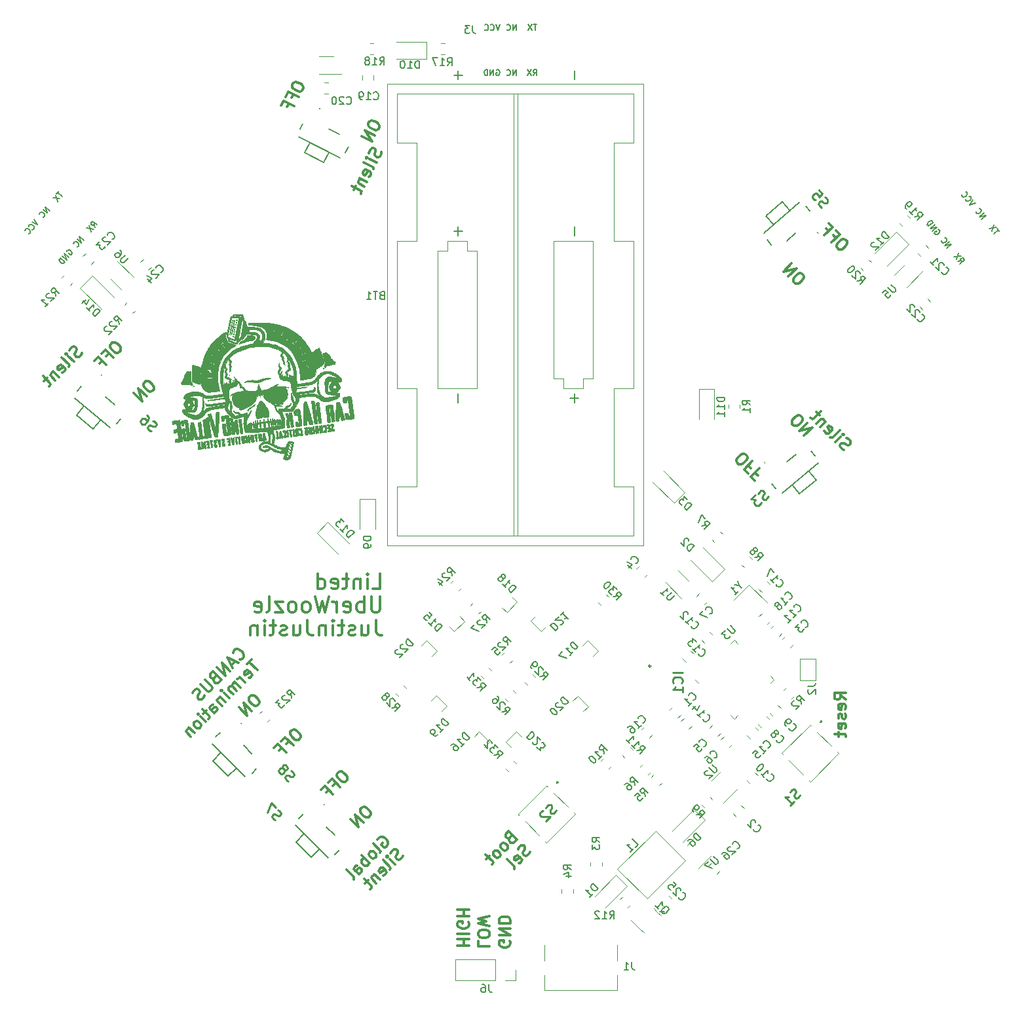
<source format=gbr>
%TF.GenerationSoftware,KiCad,Pcbnew,7.0.2-6a45011f42~172~ubuntu22.04.1*%
%TF.CreationDate,2023-05-30T09:57:01-07:00*%
%TF.ProjectId,CHV_DC31,4348565f-4443-4333-912e-6b696361645f,rev?*%
%TF.SameCoordinates,Original*%
%TF.FileFunction,Legend,Bot*%
%TF.FilePolarity,Positive*%
%FSLAX46Y46*%
G04 Gerber Fmt 4.6, Leading zero omitted, Abs format (unit mm)*
G04 Created by KiCad (PCBNEW 7.0.2-6a45011f42~172~ubuntu22.04.1) date 2023-05-30 09:57:01*
%MOMM*%
%LPD*%
G01*
G04 APERTURE LIST*
%ADD10C,0.300000*%
%ADD11C,0.150000*%
%ADD12C,0.254000*%
%ADD13C,0.120000*%
%ADD14C,0.250000*%
%ADD15C,0.200000*%
%ADD16C,0.100000*%
%ADD17C,0.010000*%
G04 APERTURE END LIST*
D10*
X123833571Y-149128571D02*
X123833571Y-149842857D01*
X123833571Y-149842857D02*
X125333571Y-149842857D01*
X125333571Y-148342856D02*
X125333571Y-148057142D01*
X125333571Y-148057142D02*
X125262142Y-147914285D01*
X125262142Y-147914285D02*
X125119285Y-147771428D01*
X125119285Y-147771428D02*
X124833571Y-147699999D01*
X124833571Y-147699999D02*
X124333571Y-147699999D01*
X124333571Y-147699999D02*
X124047857Y-147771428D01*
X124047857Y-147771428D02*
X123905000Y-147914285D01*
X123905000Y-147914285D02*
X123833571Y-148057142D01*
X123833571Y-148057142D02*
X123833571Y-148342856D01*
X123833571Y-148342856D02*
X123905000Y-148485714D01*
X123905000Y-148485714D02*
X124047857Y-148628571D01*
X124047857Y-148628571D02*
X124333571Y-148699999D01*
X124333571Y-148699999D02*
X124833571Y-148699999D01*
X124833571Y-148699999D02*
X125119285Y-148628571D01*
X125119285Y-148628571D02*
X125262142Y-148485714D01*
X125262142Y-148485714D02*
X125333571Y-148342856D01*
X125333571Y-147199999D02*
X123833571Y-146842856D01*
X123833571Y-146842856D02*
X124905000Y-146557142D01*
X124905000Y-146557142D02*
X123833571Y-146271427D01*
X123833571Y-146271427D02*
X125333571Y-145914285D01*
X105854966Y-127264103D02*
X105652936Y-127466134D01*
X105652936Y-127466134D02*
X105602428Y-127617657D01*
X105602428Y-127617657D02*
X105602428Y-127819687D01*
X105602428Y-127819687D02*
X105753951Y-128072225D01*
X105753951Y-128072225D02*
X106107504Y-128425779D01*
X106107504Y-128425779D02*
X106360042Y-128577302D01*
X106360042Y-128577302D02*
X106562073Y-128577302D01*
X106562073Y-128577302D02*
X106713596Y-128526794D01*
X106713596Y-128526794D02*
X106915626Y-128324764D01*
X106915626Y-128324764D02*
X106966134Y-128173241D01*
X106966134Y-128173241D02*
X106966134Y-127971210D01*
X106966134Y-127971210D02*
X106814611Y-127718672D01*
X106814611Y-127718672D02*
X106461058Y-127365119D01*
X106461058Y-127365119D02*
X106208519Y-127213596D01*
X106208519Y-127213596D02*
X106006489Y-127213596D01*
X106006489Y-127213596D02*
X105854966Y-127264103D01*
X105097351Y-129031871D02*
X105450905Y-128678317D01*
X106006489Y-129233901D02*
X104945828Y-128173241D01*
X104945828Y-128173241D02*
X104440752Y-128678317D01*
X104188214Y-129941008D02*
X104541768Y-129587454D01*
X105097352Y-130143038D02*
X104036691Y-129082378D01*
X104036691Y-129082378D02*
X103531615Y-129587454D01*
X80854966Y-76764103D02*
X80652936Y-76966134D01*
X80652936Y-76966134D02*
X80602428Y-77117657D01*
X80602428Y-77117657D02*
X80602428Y-77319687D01*
X80602428Y-77319687D02*
X80753951Y-77572225D01*
X80753951Y-77572225D02*
X81107504Y-77925779D01*
X81107504Y-77925779D02*
X81360042Y-78077302D01*
X81360042Y-78077302D02*
X81562073Y-78077302D01*
X81562073Y-78077302D02*
X81713596Y-78026794D01*
X81713596Y-78026794D02*
X81915626Y-77824764D01*
X81915626Y-77824764D02*
X81966134Y-77673241D01*
X81966134Y-77673241D02*
X81966134Y-77471210D01*
X81966134Y-77471210D02*
X81814611Y-77218672D01*
X81814611Y-77218672D02*
X81461058Y-76865119D01*
X81461058Y-76865119D02*
X81208519Y-76713596D01*
X81208519Y-76713596D02*
X81006489Y-76713596D01*
X81006489Y-76713596D02*
X80854966Y-76764103D01*
X81006489Y-78733901D02*
X79945828Y-77673241D01*
X79945828Y-77673241D02*
X80400397Y-79339993D01*
X80400397Y-79339993D02*
X79339737Y-78279332D01*
X110246428Y-103630238D02*
X111198809Y-103630238D01*
X111198809Y-103630238D02*
X111198809Y-101630238D01*
X109579761Y-103630238D02*
X109579761Y-102296904D01*
X109579761Y-101630238D02*
X109674999Y-101725476D01*
X109674999Y-101725476D02*
X109579761Y-101820714D01*
X109579761Y-101820714D02*
X109484523Y-101725476D01*
X109484523Y-101725476D02*
X109579761Y-101630238D01*
X109579761Y-101630238D02*
X109579761Y-101820714D01*
X108627380Y-102296904D02*
X108627380Y-103630238D01*
X108627380Y-102487380D02*
X108532142Y-102392142D01*
X108532142Y-102392142D02*
X108341666Y-102296904D01*
X108341666Y-102296904D02*
X108055951Y-102296904D01*
X108055951Y-102296904D02*
X107865475Y-102392142D01*
X107865475Y-102392142D02*
X107770237Y-102582619D01*
X107770237Y-102582619D02*
X107770237Y-103630238D01*
X107103570Y-102296904D02*
X106341666Y-102296904D01*
X106817856Y-101630238D02*
X106817856Y-103344523D01*
X106817856Y-103344523D02*
X106722618Y-103535000D01*
X106722618Y-103535000D02*
X106532142Y-103630238D01*
X106532142Y-103630238D02*
X106341666Y-103630238D01*
X104913094Y-103535000D02*
X105103570Y-103630238D01*
X105103570Y-103630238D02*
X105484523Y-103630238D01*
X105484523Y-103630238D02*
X105674999Y-103535000D01*
X105674999Y-103535000D02*
X105770237Y-103344523D01*
X105770237Y-103344523D02*
X105770237Y-102582619D01*
X105770237Y-102582619D02*
X105674999Y-102392142D01*
X105674999Y-102392142D02*
X105484523Y-102296904D01*
X105484523Y-102296904D02*
X105103570Y-102296904D01*
X105103570Y-102296904D02*
X104913094Y-102392142D01*
X104913094Y-102392142D02*
X104817856Y-102582619D01*
X104817856Y-102582619D02*
X104817856Y-102773095D01*
X104817856Y-102773095D02*
X105770237Y-102963571D01*
X103103570Y-103630238D02*
X103103570Y-101630238D01*
X103103570Y-103535000D02*
X103294046Y-103630238D01*
X103294046Y-103630238D02*
X103674999Y-103630238D01*
X103674999Y-103630238D02*
X103865475Y-103535000D01*
X103865475Y-103535000D02*
X103960713Y-103439761D01*
X103960713Y-103439761D02*
X104055951Y-103249285D01*
X104055951Y-103249285D02*
X104055951Y-102677857D01*
X104055951Y-102677857D02*
X103960713Y-102487380D01*
X103960713Y-102487380D02*
X103865475Y-102392142D01*
X103865475Y-102392142D02*
X103674999Y-102296904D01*
X103674999Y-102296904D02*
X103294046Y-102296904D01*
X103294046Y-102296904D02*
X103103570Y-102392142D01*
X164434103Y-82295033D02*
X164636134Y-82497063D01*
X164636134Y-82497063D02*
X164787657Y-82547571D01*
X164787657Y-82547571D02*
X164989687Y-82547571D01*
X164989687Y-82547571D02*
X165242225Y-82396048D01*
X165242225Y-82396048D02*
X165595779Y-82042495D01*
X165595779Y-82042495D02*
X165747302Y-81789957D01*
X165747302Y-81789957D02*
X165747302Y-81587926D01*
X165747302Y-81587926D02*
X165696794Y-81436403D01*
X165696794Y-81436403D02*
X165494764Y-81234373D01*
X165494764Y-81234373D02*
X165343241Y-81183865D01*
X165343241Y-81183865D02*
X165141210Y-81183865D01*
X165141210Y-81183865D02*
X164888672Y-81335388D01*
X164888672Y-81335388D02*
X164535119Y-81688941D01*
X164535119Y-81688941D02*
X164383596Y-81941480D01*
X164383596Y-81941480D02*
X164383596Y-82143510D01*
X164383596Y-82143510D02*
X164434103Y-82295033D01*
X166403901Y-82143510D02*
X165343241Y-83204171D01*
X165343241Y-83204171D02*
X167009993Y-82749602D01*
X167009993Y-82749602D02*
X165949332Y-83810262D01*
X76554966Y-71764103D02*
X76352936Y-71966134D01*
X76352936Y-71966134D02*
X76302428Y-72117657D01*
X76302428Y-72117657D02*
X76302428Y-72319687D01*
X76302428Y-72319687D02*
X76453951Y-72572225D01*
X76453951Y-72572225D02*
X76807504Y-72925779D01*
X76807504Y-72925779D02*
X77060042Y-73077302D01*
X77060042Y-73077302D02*
X77262073Y-73077302D01*
X77262073Y-73077302D02*
X77413596Y-73026794D01*
X77413596Y-73026794D02*
X77615626Y-72824764D01*
X77615626Y-72824764D02*
X77666134Y-72673241D01*
X77666134Y-72673241D02*
X77666134Y-72471210D01*
X77666134Y-72471210D02*
X77514611Y-72218672D01*
X77514611Y-72218672D02*
X77161058Y-71865119D01*
X77161058Y-71865119D02*
X76908519Y-71713596D01*
X76908519Y-71713596D02*
X76706489Y-71713596D01*
X76706489Y-71713596D02*
X76554966Y-71764103D01*
X75797351Y-73531871D02*
X76150905Y-73178317D01*
X76706489Y-73733901D02*
X75645828Y-72673241D01*
X75645828Y-72673241D02*
X75140752Y-73178317D01*
X74888214Y-74441008D02*
X75241768Y-74087454D01*
X75797352Y-74643038D02*
X74736691Y-73582378D01*
X74736691Y-73582378D02*
X74231615Y-74087454D01*
X121183571Y-149742857D02*
X122683571Y-149742857D01*
X121969285Y-149742857D02*
X121969285Y-148885714D01*
X121183571Y-148885714D02*
X122683571Y-148885714D01*
X121183571Y-148171428D02*
X122683571Y-148171428D01*
X122612142Y-146671427D02*
X122683571Y-146814285D01*
X122683571Y-146814285D02*
X122683571Y-147028570D01*
X122683571Y-147028570D02*
X122612142Y-147242856D01*
X122612142Y-147242856D02*
X122469285Y-147385713D01*
X122469285Y-147385713D02*
X122326428Y-147457142D01*
X122326428Y-147457142D02*
X122040714Y-147528570D01*
X122040714Y-147528570D02*
X121826428Y-147528570D01*
X121826428Y-147528570D02*
X121540714Y-147457142D01*
X121540714Y-147457142D02*
X121397857Y-147385713D01*
X121397857Y-147385713D02*
X121255000Y-147242856D01*
X121255000Y-147242856D02*
X121183571Y-147028570D01*
X121183571Y-147028570D02*
X121183571Y-146885713D01*
X121183571Y-146885713D02*
X121255000Y-146671427D01*
X121255000Y-146671427D02*
X121326428Y-146599999D01*
X121326428Y-146599999D02*
X121826428Y-146599999D01*
X121826428Y-146599999D02*
X121826428Y-146885713D01*
X121183571Y-145957142D02*
X122683571Y-145957142D01*
X121969285Y-145957142D02*
X121969285Y-145099999D01*
X121183571Y-145099999D02*
X122683571Y-145099999D01*
X171386428Y-117924285D02*
X170672142Y-117424285D01*
X171386428Y-117067142D02*
X169886428Y-117067142D01*
X169886428Y-117067142D02*
X169886428Y-117638571D01*
X169886428Y-117638571D02*
X169957857Y-117781428D01*
X169957857Y-117781428D02*
X170029285Y-117852857D01*
X170029285Y-117852857D02*
X170172142Y-117924285D01*
X170172142Y-117924285D02*
X170386428Y-117924285D01*
X170386428Y-117924285D02*
X170529285Y-117852857D01*
X170529285Y-117852857D02*
X170600714Y-117781428D01*
X170600714Y-117781428D02*
X170672142Y-117638571D01*
X170672142Y-117638571D02*
X170672142Y-117067142D01*
X171315000Y-119138571D02*
X171386428Y-118995714D01*
X171386428Y-118995714D02*
X171386428Y-118710000D01*
X171386428Y-118710000D02*
X171315000Y-118567142D01*
X171315000Y-118567142D02*
X171172142Y-118495714D01*
X171172142Y-118495714D02*
X170600714Y-118495714D01*
X170600714Y-118495714D02*
X170457857Y-118567142D01*
X170457857Y-118567142D02*
X170386428Y-118710000D01*
X170386428Y-118710000D02*
X170386428Y-118995714D01*
X170386428Y-118995714D02*
X170457857Y-119138571D01*
X170457857Y-119138571D02*
X170600714Y-119210000D01*
X170600714Y-119210000D02*
X170743571Y-119210000D01*
X170743571Y-119210000D02*
X170886428Y-118495714D01*
X171315000Y-119781428D02*
X171386428Y-119924285D01*
X171386428Y-119924285D02*
X171386428Y-120209999D01*
X171386428Y-120209999D02*
X171315000Y-120352856D01*
X171315000Y-120352856D02*
X171172142Y-120424285D01*
X171172142Y-120424285D02*
X171100714Y-120424285D01*
X171100714Y-120424285D02*
X170957857Y-120352856D01*
X170957857Y-120352856D02*
X170886428Y-120209999D01*
X170886428Y-120209999D02*
X170886428Y-119995714D01*
X170886428Y-119995714D02*
X170815000Y-119852856D01*
X170815000Y-119852856D02*
X170672142Y-119781428D01*
X170672142Y-119781428D02*
X170600714Y-119781428D01*
X170600714Y-119781428D02*
X170457857Y-119852856D01*
X170457857Y-119852856D02*
X170386428Y-119995714D01*
X170386428Y-119995714D02*
X170386428Y-120209999D01*
X170386428Y-120209999D02*
X170457857Y-120352856D01*
X171315000Y-121638571D02*
X171386428Y-121495714D01*
X171386428Y-121495714D02*
X171386428Y-121210000D01*
X171386428Y-121210000D02*
X171315000Y-121067142D01*
X171315000Y-121067142D02*
X171172142Y-120995714D01*
X171172142Y-120995714D02*
X170600714Y-120995714D01*
X170600714Y-120995714D02*
X170457857Y-121067142D01*
X170457857Y-121067142D02*
X170386428Y-121210000D01*
X170386428Y-121210000D02*
X170386428Y-121495714D01*
X170386428Y-121495714D02*
X170457857Y-121638571D01*
X170457857Y-121638571D02*
X170600714Y-121710000D01*
X170600714Y-121710000D02*
X170743571Y-121710000D01*
X170743571Y-121710000D02*
X170886428Y-120995714D01*
X170386428Y-122138571D02*
X170386428Y-122709999D01*
X169886428Y-122352856D02*
X171172142Y-122352856D01*
X171172142Y-122352856D02*
X171315000Y-122424285D01*
X171315000Y-122424285D02*
X171386428Y-122567142D01*
X171386428Y-122567142D02*
X171386428Y-122709999D01*
X110833651Y-136049895D02*
X110884159Y-135898373D01*
X110884159Y-135898373D02*
X111035682Y-135746850D01*
X111035682Y-135746850D02*
X111237712Y-135645834D01*
X111237712Y-135645834D02*
X111439743Y-135645834D01*
X111439743Y-135645834D02*
X111591266Y-135696342D01*
X111591266Y-135696342D02*
X111843804Y-135847865D01*
X111843804Y-135847865D02*
X111995327Y-135999388D01*
X111995327Y-135999388D02*
X112146850Y-136251926D01*
X112146850Y-136251926D02*
X112197357Y-136403449D01*
X112197357Y-136403449D02*
X112197357Y-136605479D01*
X112197357Y-136605479D02*
X112096342Y-136807510D01*
X112096342Y-136807510D02*
X111995327Y-136908525D01*
X111995327Y-136908525D02*
X111793296Y-137009540D01*
X111793296Y-137009540D02*
X111692281Y-137009540D01*
X111692281Y-137009540D02*
X111338728Y-136655987D01*
X111338728Y-136655987D02*
X111540758Y-136453956D01*
X111187205Y-137716647D02*
X111237712Y-137565124D01*
X111237712Y-137565124D02*
X111187205Y-137413601D01*
X111187205Y-137413601D02*
X110278067Y-136504464D01*
X110631621Y-138272231D02*
X110682129Y-138120708D01*
X110682129Y-138120708D02*
X110682129Y-138019693D01*
X110682129Y-138019693D02*
X110631621Y-137868170D01*
X110631621Y-137868170D02*
X110328575Y-137565124D01*
X110328575Y-137565124D02*
X110177052Y-137514616D01*
X110177052Y-137514616D02*
X110076037Y-137514616D01*
X110076037Y-137514616D02*
X109924514Y-137565124D01*
X109924514Y-137565124D02*
X109772991Y-137716647D01*
X109772991Y-137716647D02*
X109722484Y-137868170D01*
X109722484Y-137868170D02*
X109722484Y-137969185D01*
X109722484Y-137969185D02*
X109772991Y-138120708D01*
X109772991Y-138120708D02*
X110076037Y-138423754D01*
X110076037Y-138423754D02*
X110227560Y-138474261D01*
X110227560Y-138474261D02*
X110328575Y-138474261D01*
X110328575Y-138474261D02*
X110480098Y-138423754D01*
X110480098Y-138423754D02*
X110631621Y-138272231D01*
X109823499Y-139080353D02*
X108762839Y-138019693D01*
X109166900Y-138423754D02*
X109015377Y-138474261D01*
X109015377Y-138474261D02*
X108813346Y-138676292D01*
X108813346Y-138676292D02*
X108762839Y-138827815D01*
X108762839Y-138827815D02*
X108762839Y-138928830D01*
X108762839Y-138928830D02*
X108813346Y-139080353D01*
X108813346Y-139080353D02*
X109116392Y-139383399D01*
X109116392Y-139383399D02*
X109267915Y-139433906D01*
X109267915Y-139433906D02*
X109368930Y-139433906D01*
X109368930Y-139433906D02*
X109520453Y-139383399D01*
X109520453Y-139383399D02*
X109722484Y-139181368D01*
X109722484Y-139181368D02*
X109772991Y-139029845D01*
X108409285Y-140494567D02*
X107853701Y-139938983D01*
X107853701Y-139938983D02*
X107803194Y-139787460D01*
X107803194Y-139787460D02*
X107853701Y-139635937D01*
X107853701Y-139635937D02*
X108055732Y-139433906D01*
X108055732Y-139433906D02*
X108207255Y-139383399D01*
X108358778Y-140444059D02*
X108510300Y-140393551D01*
X108510300Y-140393551D02*
X108762839Y-140141013D01*
X108762839Y-140141013D02*
X108813346Y-139989490D01*
X108813346Y-139989490D02*
X108762839Y-139837967D01*
X108762839Y-139837967D02*
X108661823Y-139736952D01*
X108661823Y-139736952D02*
X108510300Y-139686445D01*
X108510300Y-139686445D02*
X108358778Y-139736952D01*
X108358778Y-139736952D02*
X108106239Y-139989490D01*
X108106239Y-139989490D02*
X107954717Y-140039998D01*
X107752686Y-141151166D02*
X107803194Y-140999643D01*
X107803194Y-140999643D02*
X107752686Y-140848120D01*
X107752686Y-140848120D02*
X106843549Y-139938983D01*
X114117657Y-138121718D02*
X114016642Y-138323748D01*
X114016642Y-138323748D02*
X113764103Y-138576286D01*
X113764103Y-138576286D02*
X113612580Y-138626794D01*
X113612580Y-138626794D02*
X113511565Y-138626794D01*
X113511565Y-138626794D02*
X113360042Y-138576286D01*
X113360042Y-138576286D02*
X113259027Y-138475271D01*
X113259027Y-138475271D02*
X113208519Y-138323748D01*
X113208519Y-138323748D02*
X113208519Y-138222733D01*
X113208519Y-138222733D02*
X113259027Y-138071210D01*
X113259027Y-138071210D02*
X113410550Y-137818672D01*
X113410550Y-137818672D02*
X113461058Y-137667149D01*
X113461058Y-137667149D02*
X113461058Y-137566134D01*
X113461058Y-137566134D02*
X113410550Y-137414611D01*
X113410550Y-137414611D02*
X113309535Y-137313596D01*
X113309535Y-137313596D02*
X113158012Y-137263088D01*
X113158012Y-137263088D02*
X113056997Y-137263088D01*
X113056997Y-137263088D02*
X112905474Y-137313596D01*
X112905474Y-137313596D02*
X112652936Y-137566134D01*
X112652936Y-137566134D02*
X112551920Y-137768164D01*
X113107505Y-139232885D02*
X112400398Y-138525778D01*
X112046844Y-138172225D02*
X112147860Y-138172225D01*
X112147860Y-138172225D02*
X112147860Y-138273240D01*
X112147860Y-138273240D02*
X112046844Y-138273240D01*
X112046844Y-138273240D02*
X112046844Y-138172225D01*
X112046844Y-138172225D02*
X112147860Y-138273240D01*
X112450905Y-139889485D02*
X112501413Y-139737962D01*
X112501413Y-139737962D02*
X112450905Y-139586439D01*
X112450905Y-139586439D02*
X111541768Y-138677302D01*
X111592276Y-140647099D02*
X111743799Y-140596591D01*
X111743799Y-140596591D02*
X111945829Y-140394561D01*
X111945829Y-140394561D02*
X111996337Y-140243038D01*
X111996337Y-140243038D02*
X111945829Y-140091515D01*
X111945829Y-140091515D02*
X111541768Y-139687454D01*
X111541768Y-139687454D02*
X111390245Y-139636946D01*
X111390245Y-139636946D02*
X111238722Y-139687454D01*
X111238722Y-139687454D02*
X111036692Y-139889484D01*
X111036692Y-139889484D02*
X110986184Y-140041007D01*
X110986184Y-140041007D02*
X111036692Y-140192530D01*
X111036692Y-140192530D02*
X111137707Y-140293545D01*
X111137707Y-140293545D02*
X111743799Y-139889484D01*
X110430600Y-140495576D02*
X111137707Y-141202683D01*
X110531616Y-140596591D02*
X110430600Y-140596591D01*
X110430600Y-140596591D02*
X110279078Y-140647099D01*
X110279078Y-140647099D02*
X110127555Y-140798622D01*
X110127555Y-140798622D02*
X110077047Y-140950144D01*
X110077047Y-140950144D02*
X110127555Y-141101667D01*
X110127555Y-141101667D02*
X110683139Y-141657251D01*
X109622478Y-141303698D02*
X109218417Y-141707759D01*
X109117402Y-141101667D02*
X110026539Y-142010805D01*
X110026539Y-142010805D02*
X110077047Y-142162328D01*
X110077047Y-142162328D02*
X110026539Y-142313850D01*
X110026539Y-142313850D02*
X109925524Y-142414866D01*
X157304103Y-87265033D02*
X157506134Y-87467063D01*
X157506134Y-87467063D02*
X157657657Y-87517571D01*
X157657657Y-87517571D02*
X157859687Y-87517571D01*
X157859687Y-87517571D02*
X158112225Y-87366048D01*
X158112225Y-87366048D02*
X158465779Y-87012495D01*
X158465779Y-87012495D02*
X158617302Y-86759957D01*
X158617302Y-86759957D02*
X158617302Y-86557926D01*
X158617302Y-86557926D02*
X158566794Y-86406403D01*
X158566794Y-86406403D02*
X158364764Y-86204373D01*
X158364764Y-86204373D02*
X158213241Y-86153865D01*
X158213241Y-86153865D02*
X158011210Y-86153865D01*
X158011210Y-86153865D02*
X157758672Y-86305388D01*
X157758672Y-86305388D02*
X157405119Y-86658941D01*
X157405119Y-86658941D02*
X157253596Y-86911480D01*
X157253596Y-86911480D02*
X157253596Y-87113510D01*
X157253596Y-87113510D02*
X157304103Y-87265033D01*
X159071871Y-88022648D02*
X158718317Y-87669094D01*
X159273901Y-87113510D02*
X158213241Y-88174171D01*
X158213241Y-88174171D02*
X158718317Y-88679247D01*
X159981008Y-88931785D02*
X159627454Y-88578231D01*
X160183038Y-88022647D02*
X159122378Y-89083308D01*
X159122378Y-89083308D02*
X159627454Y-89588384D01*
X108854966Y-131864103D02*
X108652936Y-132066134D01*
X108652936Y-132066134D02*
X108602428Y-132217657D01*
X108602428Y-132217657D02*
X108602428Y-132419687D01*
X108602428Y-132419687D02*
X108753951Y-132672225D01*
X108753951Y-132672225D02*
X109107504Y-133025779D01*
X109107504Y-133025779D02*
X109360042Y-133177302D01*
X109360042Y-133177302D02*
X109562073Y-133177302D01*
X109562073Y-133177302D02*
X109713596Y-133126794D01*
X109713596Y-133126794D02*
X109915626Y-132924764D01*
X109915626Y-132924764D02*
X109966134Y-132773241D01*
X109966134Y-132773241D02*
X109966134Y-132571210D01*
X109966134Y-132571210D02*
X109814611Y-132318672D01*
X109814611Y-132318672D02*
X109461058Y-131965119D01*
X109461058Y-131965119D02*
X109208519Y-131813596D01*
X109208519Y-131813596D02*
X109006489Y-131813596D01*
X109006489Y-131813596D02*
X108854966Y-131864103D01*
X109006489Y-133833901D02*
X107945828Y-132773241D01*
X107945828Y-132773241D02*
X108400397Y-134439993D01*
X108400397Y-134439993D02*
X107339737Y-133379332D01*
X165885896Y-63054966D02*
X165683865Y-62852936D01*
X165683865Y-62852936D02*
X165532342Y-62802428D01*
X165532342Y-62802428D02*
X165330312Y-62802428D01*
X165330312Y-62802428D02*
X165077774Y-62953951D01*
X165077774Y-62953951D02*
X164724220Y-63307504D01*
X164724220Y-63307504D02*
X164572697Y-63560042D01*
X164572697Y-63560042D02*
X164572697Y-63762073D01*
X164572697Y-63762073D02*
X164623205Y-63913596D01*
X164623205Y-63913596D02*
X164825235Y-64115626D01*
X164825235Y-64115626D02*
X164976758Y-64166134D01*
X164976758Y-64166134D02*
X165178789Y-64166134D01*
X165178789Y-64166134D02*
X165431327Y-64014611D01*
X165431327Y-64014611D02*
X165784880Y-63661058D01*
X165784880Y-63661058D02*
X165936403Y-63408519D01*
X165936403Y-63408519D02*
X165936403Y-63206489D01*
X165936403Y-63206489D02*
X165885896Y-63054966D01*
X163916098Y-63206489D02*
X164976758Y-62145828D01*
X164976758Y-62145828D02*
X163310006Y-62600397D01*
X163310006Y-62600397D02*
X164370667Y-61539737D01*
X94454966Y-117414103D02*
X94252936Y-117616134D01*
X94252936Y-117616134D02*
X94202428Y-117767657D01*
X94202428Y-117767657D02*
X94202428Y-117969687D01*
X94202428Y-117969687D02*
X94353951Y-118222225D01*
X94353951Y-118222225D02*
X94707504Y-118575779D01*
X94707504Y-118575779D02*
X94960042Y-118727302D01*
X94960042Y-118727302D02*
X95162073Y-118727302D01*
X95162073Y-118727302D02*
X95313596Y-118676794D01*
X95313596Y-118676794D02*
X95515626Y-118474764D01*
X95515626Y-118474764D02*
X95566134Y-118323241D01*
X95566134Y-118323241D02*
X95566134Y-118121210D01*
X95566134Y-118121210D02*
X95414611Y-117868672D01*
X95414611Y-117868672D02*
X95061058Y-117515119D01*
X95061058Y-117515119D02*
X94808519Y-117363596D01*
X94808519Y-117363596D02*
X94606489Y-117363596D01*
X94606489Y-117363596D02*
X94454966Y-117414103D01*
X94606489Y-119383901D02*
X93545828Y-118323241D01*
X93545828Y-118323241D02*
X94000397Y-119989993D01*
X94000397Y-119989993D02*
X92939737Y-118929332D01*
X111198809Y-104630238D02*
X111198809Y-106249285D01*
X111198809Y-106249285D02*
X111103571Y-106439761D01*
X111103571Y-106439761D02*
X111008333Y-106535000D01*
X111008333Y-106535000D02*
X110817857Y-106630238D01*
X110817857Y-106630238D02*
X110436904Y-106630238D01*
X110436904Y-106630238D02*
X110246428Y-106535000D01*
X110246428Y-106535000D02*
X110151190Y-106439761D01*
X110151190Y-106439761D02*
X110055952Y-106249285D01*
X110055952Y-106249285D02*
X110055952Y-104630238D01*
X109103571Y-106630238D02*
X109103571Y-104630238D01*
X109103571Y-105392142D02*
X108913095Y-105296904D01*
X108913095Y-105296904D02*
X108532142Y-105296904D01*
X108532142Y-105296904D02*
X108341666Y-105392142D01*
X108341666Y-105392142D02*
X108246428Y-105487380D01*
X108246428Y-105487380D02*
X108151190Y-105677857D01*
X108151190Y-105677857D02*
X108151190Y-106249285D01*
X108151190Y-106249285D02*
X108246428Y-106439761D01*
X108246428Y-106439761D02*
X108341666Y-106535000D01*
X108341666Y-106535000D02*
X108532142Y-106630238D01*
X108532142Y-106630238D02*
X108913095Y-106630238D01*
X108913095Y-106630238D02*
X109103571Y-106535000D01*
X106532142Y-106535000D02*
X106722618Y-106630238D01*
X106722618Y-106630238D02*
X107103571Y-106630238D01*
X107103571Y-106630238D02*
X107294047Y-106535000D01*
X107294047Y-106535000D02*
X107389285Y-106344523D01*
X107389285Y-106344523D02*
X107389285Y-105582619D01*
X107389285Y-105582619D02*
X107294047Y-105392142D01*
X107294047Y-105392142D02*
X107103571Y-105296904D01*
X107103571Y-105296904D02*
X106722618Y-105296904D01*
X106722618Y-105296904D02*
X106532142Y-105392142D01*
X106532142Y-105392142D02*
X106436904Y-105582619D01*
X106436904Y-105582619D02*
X106436904Y-105773095D01*
X106436904Y-105773095D02*
X107389285Y-105963571D01*
X105579761Y-106630238D02*
X105579761Y-105296904D01*
X105579761Y-105677857D02*
X105484523Y-105487380D01*
X105484523Y-105487380D02*
X105389285Y-105392142D01*
X105389285Y-105392142D02*
X105198809Y-105296904D01*
X105198809Y-105296904D02*
X105008332Y-105296904D01*
X104532142Y-104630238D02*
X104055952Y-106630238D01*
X104055952Y-106630238D02*
X103674999Y-105201666D01*
X103674999Y-105201666D02*
X103294047Y-106630238D01*
X103294047Y-106630238D02*
X102817857Y-104630238D01*
X101770238Y-106630238D02*
X101960714Y-106535000D01*
X101960714Y-106535000D02*
X102055952Y-106439761D01*
X102055952Y-106439761D02*
X102151190Y-106249285D01*
X102151190Y-106249285D02*
X102151190Y-105677857D01*
X102151190Y-105677857D02*
X102055952Y-105487380D01*
X102055952Y-105487380D02*
X101960714Y-105392142D01*
X101960714Y-105392142D02*
X101770238Y-105296904D01*
X101770238Y-105296904D02*
X101484523Y-105296904D01*
X101484523Y-105296904D02*
X101294047Y-105392142D01*
X101294047Y-105392142D02*
X101198809Y-105487380D01*
X101198809Y-105487380D02*
X101103571Y-105677857D01*
X101103571Y-105677857D02*
X101103571Y-106249285D01*
X101103571Y-106249285D02*
X101198809Y-106439761D01*
X101198809Y-106439761D02*
X101294047Y-106535000D01*
X101294047Y-106535000D02*
X101484523Y-106630238D01*
X101484523Y-106630238D02*
X101770238Y-106630238D01*
X99960714Y-106630238D02*
X100151190Y-106535000D01*
X100151190Y-106535000D02*
X100246428Y-106439761D01*
X100246428Y-106439761D02*
X100341666Y-106249285D01*
X100341666Y-106249285D02*
X100341666Y-105677857D01*
X100341666Y-105677857D02*
X100246428Y-105487380D01*
X100246428Y-105487380D02*
X100151190Y-105392142D01*
X100151190Y-105392142D02*
X99960714Y-105296904D01*
X99960714Y-105296904D02*
X99674999Y-105296904D01*
X99674999Y-105296904D02*
X99484523Y-105392142D01*
X99484523Y-105392142D02*
X99389285Y-105487380D01*
X99389285Y-105487380D02*
X99294047Y-105677857D01*
X99294047Y-105677857D02*
X99294047Y-106249285D01*
X99294047Y-106249285D02*
X99389285Y-106439761D01*
X99389285Y-106439761D02*
X99484523Y-106535000D01*
X99484523Y-106535000D02*
X99674999Y-106630238D01*
X99674999Y-106630238D02*
X99960714Y-106630238D01*
X98627380Y-105296904D02*
X97579761Y-105296904D01*
X97579761Y-105296904D02*
X98627380Y-106630238D01*
X98627380Y-106630238D02*
X97579761Y-106630238D01*
X96532142Y-106630238D02*
X96722618Y-106535000D01*
X96722618Y-106535000D02*
X96817856Y-106344523D01*
X96817856Y-106344523D02*
X96817856Y-104630238D01*
X95008332Y-106535000D02*
X95198808Y-106630238D01*
X95198808Y-106630238D02*
X95579761Y-106630238D01*
X95579761Y-106630238D02*
X95770237Y-106535000D01*
X95770237Y-106535000D02*
X95865475Y-106344523D01*
X95865475Y-106344523D02*
X95865475Y-105582619D01*
X95865475Y-105582619D02*
X95770237Y-105392142D01*
X95770237Y-105392142D02*
X95579761Y-105296904D01*
X95579761Y-105296904D02*
X95198808Y-105296904D01*
X95198808Y-105296904D02*
X95008332Y-105392142D01*
X95008332Y-105392142D02*
X94913094Y-105582619D01*
X94913094Y-105582619D02*
X94913094Y-105773095D01*
X94913094Y-105773095D02*
X95865475Y-105963571D01*
X93042281Y-112759540D02*
X93143296Y-112759540D01*
X93143296Y-112759540D02*
X93345327Y-112658525D01*
X93345327Y-112658525D02*
X93446342Y-112557510D01*
X93446342Y-112557510D02*
X93547357Y-112355479D01*
X93547357Y-112355479D02*
X93547357Y-112153449D01*
X93547357Y-112153449D02*
X93496850Y-112001926D01*
X93496850Y-112001926D02*
X93345327Y-111749388D01*
X93345327Y-111749388D02*
X93193804Y-111597865D01*
X93193804Y-111597865D02*
X92941266Y-111446342D01*
X92941266Y-111446342D02*
X92789743Y-111395834D01*
X92789743Y-111395834D02*
X92587712Y-111395834D01*
X92587712Y-111395834D02*
X92385682Y-111496850D01*
X92385682Y-111496850D02*
X92284667Y-111597865D01*
X92284667Y-111597865D02*
X92183651Y-111799895D01*
X92183651Y-111799895D02*
X92183651Y-111900911D01*
X92436189Y-112961571D02*
X91931113Y-113466647D01*
X92840250Y-113163601D02*
X91426037Y-112456495D01*
X91426037Y-112456495D02*
X92133144Y-113870708D01*
X91779591Y-114224261D02*
X90718930Y-113163601D01*
X90718930Y-113163601D02*
X91173499Y-114830353D01*
X91173499Y-114830353D02*
X90112839Y-113769693D01*
X89759285Y-115133399D02*
X89658270Y-115335429D01*
X89658270Y-115335429D02*
X89658270Y-115436445D01*
X89658270Y-115436445D02*
X89708777Y-115587968D01*
X89708777Y-115587968D02*
X89860300Y-115739490D01*
X89860300Y-115739490D02*
X90011823Y-115789998D01*
X90011823Y-115789998D02*
X90112839Y-115789998D01*
X90112839Y-115789998D02*
X90264361Y-115739490D01*
X90264361Y-115739490D02*
X90668422Y-115335429D01*
X90668422Y-115335429D02*
X89607762Y-114274769D01*
X89607762Y-114274769D02*
X89254209Y-114628323D01*
X89254209Y-114628323D02*
X89203701Y-114779845D01*
X89203701Y-114779845D02*
X89203701Y-114880861D01*
X89203701Y-114880861D02*
X89254209Y-115032384D01*
X89254209Y-115032384D02*
X89355224Y-115133399D01*
X89355224Y-115133399D02*
X89506747Y-115183907D01*
X89506747Y-115183907D02*
X89607762Y-115183907D01*
X89607762Y-115183907D02*
X89759285Y-115133399D01*
X89759285Y-115133399D02*
X90112839Y-114779845D01*
X88547102Y-115335429D02*
X89405732Y-116194059D01*
X89405732Y-116194059D02*
X89456239Y-116345582D01*
X89456239Y-116345582D02*
X89456239Y-116446597D01*
X89456239Y-116446597D02*
X89405732Y-116598120D01*
X89405732Y-116598120D02*
X89203701Y-116800151D01*
X89203701Y-116800151D02*
X89052178Y-116850658D01*
X89052178Y-116850658D02*
X88951163Y-116850658D01*
X88951163Y-116850658D02*
X88799640Y-116800151D01*
X88799640Y-116800151D02*
X87941011Y-115941521D01*
X88496594Y-117406242D02*
X88395579Y-117608273D01*
X88395579Y-117608273D02*
X88143041Y-117860811D01*
X88143041Y-117860811D02*
X87991518Y-117911319D01*
X87991518Y-117911319D02*
X87890503Y-117911319D01*
X87890503Y-117911319D02*
X87738980Y-117860811D01*
X87738980Y-117860811D02*
X87637964Y-117759796D01*
X87637964Y-117759796D02*
X87587457Y-117608273D01*
X87587457Y-117608273D02*
X87587457Y-117507258D01*
X87587457Y-117507258D02*
X87637964Y-117355735D01*
X87637964Y-117355735D02*
X87789487Y-117103197D01*
X87789487Y-117103197D02*
X87839995Y-116951674D01*
X87839995Y-116951674D02*
X87839995Y-116850659D01*
X87839995Y-116850659D02*
X87789487Y-116699136D01*
X87789487Y-116699136D02*
X87688472Y-116598120D01*
X87688472Y-116598120D02*
X87536949Y-116547613D01*
X87536949Y-116547613D02*
X87435934Y-116547613D01*
X87435934Y-116547613D02*
X87284411Y-116598120D01*
X87284411Y-116598120D02*
X87031873Y-116850659D01*
X87031873Y-116850659D02*
X86930858Y-117052689D01*
X94558519Y-112760550D02*
X93952428Y-113366642D01*
X95316134Y-114124256D02*
X94255474Y-113063596D01*
X94204966Y-115134408D02*
X94356489Y-115083901D01*
X94356489Y-115083901D02*
X94558520Y-114881870D01*
X94558520Y-114881870D02*
X94609027Y-114730347D01*
X94609027Y-114730347D02*
X94558520Y-114578824D01*
X94558520Y-114578824D02*
X94154459Y-114174763D01*
X94154459Y-114174763D02*
X94002936Y-114124256D01*
X94002936Y-114124256D02*
X93851413Y-114174763D01*
X93851413Y-114174763D02*
X93649382Y-114376794D01*
X93649382Y-114376794D02*
X93598875Y-114528317D01*
X93598875Y-114528317D02*
X93649382Y-114679840D01*
X93649382Y-114679840D02*
X93750398Y-114780855D01*
X93750398Y-114780855D02*
X94356489Y-114376794D01*
X93750398Y-115689992D02*
X93043291Y-114982885D01*
X93245321Y-115184916D02*
X93093799Y-115134408D01*
X93093799Y-115134408D02*
X92992783Y-115134408D01*
X92992783Y-115134408D02*
X92841260Y-115184916D01*
X92841260Y-115184916D02*
X92740245Y-115285931D01*
X93093799Y-116346591D02*
X92386692Y-115639484D01*
X92487707Y-115740499D02*
X92386692Y-115740499D01*
X92386692Y-115740499D02*
X92235169Y-115791007D01*
X92235169Y-115791007D02*
X92083646Y-115942530D01*
X92083646Y-115942530D02*
X92033139Y-116094053D01*
X92033139Y-116094053D02*
X92083646Y-116245576D01*
X92083646Y-116245576D02*
X92639230Y-116801160D01*
X92083646Y-116245576D02*
X91932123Y-116195068D01*
X91932123Y-116195068D02*
X91780601Y-116245576D01*
X91780601Y-116245576D02*
X91629078Y-116397099D01*
X91629078Y-116397099D02*
X91578570Y-116548621D01*
X91578570Y-116548621D02*
X91629078Y-116700144D01*
X91629078Y-116700144D02*
X92184662Y-117255728D01*
X91679585Y-117760804D02*
X90972479Y-117053698D01*
X90618925Y-116700144D02*
X90719940Y-116700144D01*
X90719940Y-116700144D02*
X90719940Y-116801160D01*
X90719940Y-116801160D02*
X90618925Y-116801160D01*
X90618925Y-116801160D02*
X90618925Y-116700144D01*
X90618925Y-116700144D02*
X90719940Y-116801160D01*
X90467402Y-117558774D02*
X91174509Y-118265881D01*
X90568417Y-117659789D02*
X90467402Y-117659789D01*
X90467402Y-117659789D02*
X90315879Y-117710297D01*
X90315879Y-117710297D02*
X90164356Y-117861820D01*
X90164356Y-117861820D02*
X90113849Y-118013343D01*
X90113849Y-118013343D02*
X90164356Y-118164866D01*
X90164356Y-118164866D02*
X90719940Y-118720450D01*
X89760295Y-119680095D02*
X89204711Y-119124511D01*
X89204711Y-119124511D02*
X89154204Y-118972988D01*
X89154204Y-118972988D02*
X89204711Y-118821465D01*
X89204711Y-118821465D02*
X89406742Y-118619434D01*
X89406742Y-118619434D02*
X89558265Y-118568927D01*
X89709788Y-119629587D02*
X89861310Y-119579079D01*
X89861310Y-119579079D02*
X90113849Y-119326541D01*
X90113849Y-119326541D02*
X90164356Y-119175018D01*
X90164356Y-119175018D02*
X90113849Y-119023495D01*
X90113849Y-119023495D02*
X90012833Y-118922480D01*
X90012833Y-118922480D02*
X89861310Y-118871973D01*
X89861310Y-118871973D02*
X89709788Y-118922480D01*
X89709788Y-118922480D02*
X89457249Y-119175018D01*
X89457249Y-119175018D02*
X89305727Y-119225526D01*
X88699635Y-119326541D02*
X88295574Y-119730602D01*
X88194559Y-119124511D02*
X89103696Y-120033648D01*
X89103696Y-120033648D02*
X89154204Y-120185171D01*
X89154204Y-120185171D02*
X89103696Y-120336694D01*
X89103696Y-120336694D02*
X89002681Y-120437709D01*
X88649127Y-120791263D02*
X87942020Y-120084156D01*
X87588467Y-119730602D02*
X87689482Y-119730602D01*
X87689482Y-119730602D02*
X87689482Y-119831618D01*
X87689482Y-119831618D02*
X87588467Y-119831618D01*
X87588467Y-119831618D02*
X87588467Y-119730602D01*
X87588467Y-119730602D02*
X87689482Y-119831618D01*
X87992528Y-121447862D02*
X88043035Y-121296339D01*
X88043035Y-121296339D02*
X88043035Y-121195324D01*
X88043035Y-121195324D02*
X87992528Y-121043801D01*
X87992528Y-121043801D02*
X87689482Y-120740755D01*
X87689482Y-120740755D02*
X87537959Y-120690248D01*
X87537959Y-120690248D02*
X87436944Y-120690248D01*
X87436944Y-120690248D02*
X87285421Y-120740755D01*
X87285421Y-120740755D02*
X87133898Y-120892278D01*
X87133898Y-120892278D02*
X87083391Y-121043801D01*
X87083391Y-121043801D02*
X87083391Y-121144816D01*
X87083391Y-121144816D02*
X87133898Y-121296339D01*
X87133898Y-121296339D02*
X87436944Y-121599385D01*
X87436944Y-121599385D02*
X87588467Y-121649892D01*
X87588467Y-121649892D02*
X87689482Y-121649892D01*
X87689482Y-121649892D02*
X87841005Y-121599385D01*
X87841005Y-121599385D02*
X87992528Y-121447862D01*
X86477299Y-121548877D02*
X87184406Y-122255984D01*
X86578314Y-121649893D02*
X86477299Y-121649893D01*
X86477299Y-121649893D02*
X86325776Y-121700400D01*
X86325776Y-121700400D02*
X86174253Y-121851923D01*
X86174253Y-121851923D02*
X86123746Y-122003446D01*
X86123746Y-122003446D02*
X86174253Y-122154969D01*
X86174253Y-122154969D02*
X86729837Y-122710553D01*
X110627380Y-107630238D02*
X110627380Y-109058809D01*
X110627380Y-109058809D02*
X110722619Y-109344523D01*
X110722619Y-109344523D02*
X110913095Y-109535000D01*
X110913095Y-109535000D02*
X111198809Y-109630238D01*
X111198809Y-109630238D02*
X111389285Y-109630238D01*
X108817856Y-108296904D02*
X108817856Y-109630238D01*
X109674999Y-108296904D02*
X109674999Y-109344523D01*
X109674999Y-109344523D02*
X109579761Y-109535000D01*
X109579761Y-109535000D02*
X109389285Y-109630238D01*
X109389285Y-109630238D02*
X109103570Y-109630238D01*
X109103570Y-109630238D02*
X108913094Y-109535000D01*
X108913094Y-109535000D02*
X108817856Y-109439761D01*
X107960713Y-109535000D02*
X107770237Y-109630238D01*
X107770237Y-109630238D02*
X107389285Y-109630238D01*
X107389285Y-109630238D02*
X107198808Y-109535000D01*
X107198808Y-109535000D02*
X107103570Y-109344523D01*
X107103570Y-109344523D02*
X107103570Y-109249285D01*
X107103570Y-109249285D02*
X107198808Y-109058809D01*
X107198808Y-109058809D02*
X107389285Y-108963571D01*
X107389285Y-108963571D02*
X107674999Y-108963571D01*
X107674999Y-108963571D02*
X107865475Y-108868333D01*
X107865475Y-108868333D02*
X107960713Y-108677857D01*
X107960713Y-108677857D02*
X107960713Y-108582619D01*
X107960713Y-108582619D02*
X107865475Y-108392142D01*
X107865475Y-108392142D02*
X107674999Y-108296904D01*
X107674999Y-108296904D02*
X107389285Y-108296904D01*
X107389285Y-108296904D02*
X107198808Y-108392142D01*
X106532141Y-108296904D02*
X105770237Y-108296904D01*
X106246427Y-107630238D02*
X106246427Y-109344523D01*
X106246427Y-109344523D02*
X106151189Y-109535000D01*
X106151189Y-109535000D02*
X105960713Y-109630238D01*
X105960713Y-109630238D02*
X105770237Y-109630238D01*
X105103570Y-109630238D02*
X105103570Y-108296904D01*
X105103570Y-107630238D02*
X105198808Y-107725476D01*
X105198808Y-107725476D02*
X105103570Y-107820714D01*
X105103570Y-107820714D02*
X105008332Y-107725476D01*
X105008332Y-107725476D02*
X105103570Y-107630238D01*
X105103570Y-107630238D02*
X105103570Y-107820714D01*
X104151189Y-108296904D02*
X104151189Y-109630238D01*
X104151189Y-108487380D02*
X104055951Y-108392142D01*
X104055951Y-108392142D02*
X103865475Y-108296904D01*
X103865475Y-108296904D02*
X103579760Y-108296904D01*
X103579760Y-108296904D02*
X103389284Y-108392142D01*
X103389284Y-108392142D02*
X103294046Y-108582619D01*
X103294046Y-108582619D02*
X103294046Y-109630238D01*
X101770236Y-107630238D02*
X101770236Y-109058809D01*
X101770236Y-109058809D02*
X101865475Y-109344523D01*
X101865475Y-109344523D02*
X102055951Y-109535000D01*
X102055951Y-109535000D02*
X102341665Y-109630238D01*
X102341665Y-109630238D02*
X102532141Y-109630238D01*
X99960712Y-108296904D02*
X99960712Y-109630238D01*
X100817855Y-108296904D02*
X100817855Y-109344523D01*
X100817855Y-109344523D02*
X100722617Y-109535000D01*
X100722617Y-109535000D02*
X100532141Y-109630238D01*
X100532141Y-109630238D02*
X100246426Y-109630238D01*
X100246426Y-109630238D02*
X100055950Y-109535000D01*
X100055950Y-109535000D02*
X99960712Y-109439761D01*
X99103569Y-109535000D02*
X98913093Y-109630238D01*
X98913093Y-109630238D02*
X98532141Y-109630238D01*
X98532141Y-109630238D02*
X98341664Y-109535000D01*
X98341664Y-109535000D02*
X98246426Y-109344523D01*
X98246426Y-109344523D02*
X98246426Y-109249285D01*
X98246426Y-109249285D02*
X98341664Y-109058809D01*
X98341664Y-109058809D02*
X98532141Y-108963571D01*
X98532141Y-108963571D02*
X98817855Y-108963571D01*
X98817855Y-108963571D02*
X99008331Y-108868333D01*
X99008331Y-108868333D02*
X99103569Y-108677857D01*
X99103569Y-108677857D02*
X99103569Y-108582619D01*
X99103569Y-108582619D02*
X99008331Y-108392142D01*
X99008331Y-108392142D02*
X98817855Y-108296904D01*
X98817855Y-108296904D02*
X98532141Y-108296904D01*
X98532141Y-108296904D02*
X98341664Y-108392142D01*
X97674997Y-108296904D02*
X96913093Y-108296904D01*
X97389283Y-107630238D02*
X97389283Y-109344523D01*
X97389283Y-109344523D02*
X97294045Y-109535000D01*
X97294045Y-109535000D02*
X97103569Y-109630238D01*
X97103569Y-109630238D02*
X96913093Y-109630238D01*
X96246426Y-109630238D02*
X96246426Y-108296904D01*
X96246426Y-107630238D02*
X96341664Y-107725476D01*
X96341664Y-107725476D02*
X96246426Y-107820714D01*
X96246426Y-107820714D02*
X96151188Y-107725476D01*
X96151188Y-107725476D02*
X96246426Y-107630238D01*
X96246426Y-107630238D02*
X96246426Y-107820714D01*
X95294045Y-108296904D02*
X95294045Y-109630238D01*
X95294045Y-108487380D02*
X95198807Y-108392142D01*
X95198807Y-108392142D02*
X95008331Y-108296904D01*
X95008331Y-108296904D02*
X94722616Y-108296904D01*
X94722616Y-108296904D02*
X94532140Y-108392142D01*
X94532140Y-108392142D02*
X94436902Y-108582619D01*
X94436902Y-108582619D02*
X94436902Y-109630238D01*
X99908075Y-38208464D02*
X99778364Y-38463037D01*
X99778364Y-38463037D02*
X99777151Y-38622752D01*
X99777151Y-38622752D02*
X99839582Y-38814894D01*
X99839582Y-38814894D02*
X100061728Y-39008249D01*
X100061728Y-39008249D02*
X100507231Y-39235244D01*
X100507231Y-39235244D02*
X100794232Y-39301313D01*
X100794232Y-39301313D02*
X100986374Y-39238882D01*
X100986374Y-39238882D02*
X101114874Y-39144023D01*
X101114874Y-39144023D02*
X101244585Y-38889450D01*
X101244585Y-38889450D02*
X101245798Y-38729735D01*
X101245798Y-38729735D02*
X101183367Y-38537593D01*
X101183367Y-38537593D02*
X100961221Y-38344238D01*
X100961221Y-38344238D02*
X100515718Y-38117243D01*
X100515718Y-38117243D02*
X100228717Y-38051174D01*
X100228717Y-38051174D02*
X100036574Y-38113605D01*
X100036574Y-38113605D02*
X99908075Y-38208464D01*
X99733811Y-40123826D02*
X99960806Y-39678323D01*
X100660883Y-40035030D02*
X99324373Y-39354044D01*
X99324373Y-39354044D02*
X99000094Y-39990477D01*
X99150109Y-41269406D02*
X99377104Y-40823903D01*
X100077181Y-41180609D02*
X98740671Y-40499624D01*
X98740671Y-40499624D02*
X98416392Y-41136057D01*
X171485896Y-58654966D02*
X171283865Y-58452936D01*
X171283865Y-58452936D02*
X171132342Y-58402428D01*
X171132342Y-58402428D02*
X170930312Y-58402428D01*
X170930312Y-58402428D02*
X170677774Y-58553951D01*
X170677774Y-58553951D02*
X170324220Y-58907504D01*
X170324220Y-58907504D02*
X170172697Y-59160042D01*
X170172697Y-59160042D02*
X170172697Y-59362073D01*
X170172697Y-59362073D02*
X170223205Y-59513596D01*
X170223205Y-59513596D02*
X170425235Y-59715626D01*
X170425235Y-59715626D02*
X170576758Y-59766134D01*
X170576758Y-59766134D02*
X170778789Y-59766134D01*
X170778789Y-59766134D02*
X171031327Y-59614611D01*
X171031327Y-59614611D02*
X171384880Y-59261058D01*
X171384880Y-59261058D02*
X171536403Y-59008519D01*
X171536403Y-59008519D02*
X171536403Y-58806489D01*
X171536403Y-58806489D02*
X171485896Y-58654966D01*
X169718128Y-57897351D02*
X170071682Y-58250905D01*
X169516098Y-58806489D02*
X170576758Y-57745828D01*
X170576758Y-57745828D02*
X170071682Y-57240752D01*
X168808991Y-56988214D02*
X169162545Y-57341768D01*
X168606961Y-57897352D02*
X169667621Y-56836691D01*
X169667621Y-56836691D02*
X169162545Y-56331615D01*
X109758075Y-43208464D02*
X109628364Y-43463037D01*
X109628364Y-43463037D02*
X109627151Y-43622752D01*
X109627151Y-43622752D02*
X109689582Y-43814894D01*
X109689582Y-43814894D02*
X109911728Y-44008249D01*
X109911728Y-44008249D02*
X110357231Y-44235244D01*
X110357231Y-44235244D02*
X110644232Y-44301313D01*
X110644232Y-44301313D02*
X110836374Y-44238882D01*
X110836374Y-44238882D02*
X110964874Y-44144023D01*
X110964874Y-44144023D02*
X111094585Y-43889450D01*
X111094585Y-43889450D02*
X111095798Y-43729735D01*
X111095798Y-43729735D02*
X111033367Y-43537593D01*
X111033367Y-43537593D02*
X110811221Y-43344238D01*
X110811221Y-43344238D02*
X110365718Y-43117243D01*
X110365718Y-43117243D02*
X110078717Y-43051174D01*
X110078717Y-43051174D02*
X109886574Y-43113605D01*
X109886574Y-43113605D02*
X109758075Y-43208464D01*
X110510883Y-45035030D02*
X109174373Y-44354044D01*
X109174373Y-44354044D02*
X110121748Y-45798750D01*
X110121748Y-45798750D02*
X108785238Y-45117764D01*
X127940250Y-135802434D02*
X127839235Y-136004464D01*
X127839235Y-136004464D02*
X127839235Y-136105479D01*
X127839235Y-136105479D02*
X127889743Y-136257002D01*
X127889743Y-136257002D02*
X128041266Y-136408525D01*
X128041266Y-136408525D02*
X128192789Y-136459033D01*
X128192789Y-136459033D02*
X128293804Y-136459033D01*
X128293804Y-136459033D02*
X128445327Y-136408525D01*
X128445327Y-136408525D02*
X128849388Y-136004464D01*
X128849388Y-136004464D02*
X127788728Y-134943804D01*
X127788728Y-134943804D02*
X127435174Y-135297357D01*
X127435174Y-135297357D02*
X127384667Y-135448880D01*
X127384667Y-135448880D02*
X127384667Y-135549895D01*
X127384667Y-135549895D02*
X127435174Y-135701418D01*
X127435174Y-135701418D02*
X127536189Y-135802434D01*
X127536189Y-135802434D02*
X127687712Y-135852941D01*
X127687712Y-135852941D02*
X127788728Y-135852941D01*
X127788728Y-135852941D02*
X127940250Y-135802434D01*
X127940250Y-135802434D02*
X128293804Y-135448880D01*
X127637205Y-137216647D02*
X127687712Y-137065124D01*
X127687712Y-137065124D02*
X127687712Y-136964109D01*
X127687712Y-136964109D02*
X127637205Y-136812586D01*
X127637205Y-136812586D02*
X127334159Y-136509540D01*
X127334159Y-136509540D02*
X127182636Y-136459033D01*
X127182636Y-136459033D02*
X127081621Y-136459033D01*
X127081621Y-136459033D02*
X126930098Y-136509540D01*
X126930098Y-136509540D02*
X126778575Y-136661063D01*
X126778575Y-136661063D02*
X126728067Y-136812586D01*
X126728067Y-136812586D02*
X126728067Y-136913601D01*
X126728067Y-136913601D02*
X126778575Y-137065124D01*
X126778575Y-137065124D02*
X127081621Y-137368170D01*
X127081621Y-137368170D02*
X127233144Y-137418678D01*
X127233144Y-137418678D02*
X127334159Y-137418678D01*
X127334159Y-137418678D02*
X127485682Y-137368170D01*
X127485682Y-137368170D02*
X127637205Y-137216647D01*
X126677560Y-138176292D02*
X126728067Y-138024769D01*
X126728067Y-138024769D02*
X126728067Y-137923754D01*
X126728067Y-137923754D02*
X126677560Y-137772231D01*
X126677560Y-137772231D02*
X126374514Y-137469185D01*
X126374514Y-137469185D02*
X126222991Y-137418678D01*
X126222991Y-137418678D02*
X126121976Y-137418678D01*
X126121976Y-137418678D02*
X125970453Y-137469185D01*
X125970453Y-137469185D02*
X125818930Y-137620708D01*
X125818930Y-137620708D02*
X125768422Y-137772231D01*
X125768422Y-137772231D02*
X125768422Y-137873246D01*
X125768422Y-137873246D02*
X125818930Y-138024769D01*
X125818930Y-138024769D02*
X126121976Y-138327815D01*
X126121976Y-138327815D02*
X126273499Y-138378323D01*
X126273499Y-138378323D02*
X126374514Y-138378323D01*
X126374514Y-138378323D02*
X126526037Y-138327815D01*
X126526037Y-138327815D02*
X126677560Y-138176292D01*
X125313854Y-138125785D02*
X124909793Y-138529846D01*
X124808777Y-137923754D02*
X125717915Y-138832891D01*
X125717915Y-138832891D02*
X125768422Y-138984414D01*
X125768422Y-138984414D02*
X125717915Y-139135937D01*
X125717915Y-139135937D02*
X125616899Y-139236952D01*
X130567657Y-137621718D02*
X130466642Y-137823748D01*
X130466642Y-137823748D02*
X130214103Y-138076286D01*
X130214103Y-138076286D02*
X130062580Y-138126794D01*
X130062580Y-138126794D02*
X129961565Y-138126794D01*
X129961565Y-138126794D02*
X129810042Y-138076286D01*
X129810042Y-138076286D02*
X129709027Y-137975271D01*
X129709027Y-137975271D02*
X129658519Y-137823748D01*
X129658519Y-137823748D02*
X129658519Y-137722733D01*
X129658519Y-137722733D02*
X129709027Y-137571210D01*
X129709027Y-137571210D02*
X129860550Y-137318672D01*
X129860550Y-137318672D02*
X129911058Y-137167149D01*
X129911058Y-137167149D02*
X129911058Y-137066134D01*
X129911058Y-137066134D02*
X129860550Y-136914611D01*
X129860550Y-136914611D02*
X129759535Y-136813596D01*
X129759535Y-136813596D02*
X129608012Y-136763088D01*
X129608012Y-136763088D02*
X129506997Y-136763088D01*
X129506997Y-136763088D02*
X129355474Y-136813596D01*
X129355474Y-136813596D02*
X129102936Y-137066134D01*
X129102936Y-137066134D02*
X129001920Y-137268164D01*
X129102936Y-139086439D02*
X129254459Y-139035931D01*
X129254459Y-139035931D02*
X129456489Y-138833901D01*
X129456489Y-138833901D02*
X129506997Y-138682378D01*
X129506997Y-138682378D02*
X129456489Y-138530855D01*
X129456489Y-138530855D02*
X129052428Y-138126794D01*
X129052428Y-138126794D02*
X128900905Y-138076286D01*
X128900905Y-138076286D02*
X128749382Y-138126794D01*
X128749382Y-138126794D02*
X128547352Y-138328824D01*
X128547352Y-138328824D02*
X128496844Y-138480347D01*
X128496844Y-138480347D02*
X128547352Y-138631870D01*
X128547352Y-138631870D02*
X128648367Y-138732885D01*
X128648367Y-138732885D02*
X129254459Y-138328824D01*
X128496845Y-139793545D02*
X128547352Y-139642022D01*
X128547352Y-139642022D02*
X128496845Y-139490499D01*
X128496845Y-139490499D02*
X127587707Y-138581362D01*
X111343081Y-47138805D02*
X111309441Y-47362163D01*
X111309441Y-47362163D02*
X111147301Y-47680380D01*
X111147301Y-47680380D02*
X111018802Y-47775238D01*
X111018802Y-47775238D02*
X110922731Y-47806454D01*
X110922731Y-47806454D02*
X110763017Y-47805241D01*
X110763017Y-47805241D02*
X110635730Y-47740386D01*
X110635730Y-47740386D02*
X110540871Y-47611887D01*
X110540871Y-47611887D02*
X110509656Y-47515815D01*
X110509656Y-47515815D02*
X110510868Y-47356101D01*
X110510868Y-47356101D02*
X110576936Y-47069100D01*
X110576936Y-47069100D02*
X110578149Y-46909385D01*
X110578149Y-46909385D02*
X110546933Y-46813314D01*
X110546933Y-46813314D02*
X110452075Y-46684815D01*
X110452075Y-46684815D02*
X110324788Y-46619959D01*
X110324788Y-46619959D02*
X110165074Y-46618746D01*
X110165074Y-46618746D02*
X110069002Y-46649962D01*
X110069002Y-46649962D02*
X109940503Y-46744821D01*
X109940503Y-46744821D02*
X109778364Y-47063037D01*
X109778364Y-47063037D02*
X109744723Y-47286395D01*
X110725739Y-48507743D02*
X109834733Y-48053752D01*
X109389229Y-47826757D02*
X109485300Y-47795541D01*
X109485300Y-47795541D02*
X109516516Y-47891613D01*
X109516516Y-47891613D02*
X109420445Y-47922828D01*
X109420445Y-47922828D02*
X109389229Y-47826757D01*
X109389229Y-47826757D02*
X109516516Y-47891613D01*
X110304176Y-49335106D02*
X110305389Y-49175391D01*
X110305389Y-49175391D02*
X110210530Y-49046892D01*
X110210530Y-49046892D02*
X109064950Y-48463190D01*
X109721687Y-50320971D02*
X109850186Y-50226112D01*
X109850186Y-50226112D02*
X109979897Y-49971539D01*
X109979897Y-49971539D02*
X109981110Y-49811824D01*
X109981110Y-49811824D02*
X109886251Y-49683325D01*
X109886251Y-49683325D02*
X109377105Y-49423902D01*
X109377105Y-49423902D02*
X109217390Y-49422690D01*
X109217390Y-49422690D02*
X109088891Y-49517548D01*
X109088891Y-49517548D02*
X108959179Y-49772122D01*
X108959179Y-49772122D02*
X108957967Y-49931836D01*
X108957967Y-49931836D02*
X109052826Y-50060335D01*
X109052826Y-50060335D02*
X109180112Y-50125191D01*
X109180112Y-50125191D02*
X109631678Y-49553614D01*
X108570045Y-50535841D02*
X109461051Y-50989832D01*
X108697331Y-50600697D02*
X108601260Y-50631913D01*
X108601260Y-50631913D02*
X108472761Y-50726771D01*
X108472761Y-50726771D02*
X108375477Y-50917701D01*
X108375477Y-50917701D02*
X108374265Y-51077416D01*
X108374265Y-51077416D02*
X108469124Y-51205915D01*
X108469124Y-51205915D02*
X109169200Y-51562622D01*
X108051198Y-51554135D02*
X107791775Y-52063281D01*
X107508412Y-51518069D02*
X108653991Y-52101771D01*
X108653991Y-52101771D02*
X108748850Y-52230271D01*
X108748850Y-52230271D02*
X108747638Y-52389985D01*
X108747638Y-52389985D02*
X108682782Y-52517272D01*
X99804966Y-121864103D02*
X99602936Y-122066134D01*
X99602936Y-122066134D02*
X99552428Y-122217657D01*
X99552428Y-122217657D02*
X99552428Y-122419687D01*
X99552428Y-122419687D02*
X99703951Y-122672225D01*
X99703951Y-122672225D02*
X100057504Y-123025779D01*
X100057504Y-123025779D02*
X100310042Y-123177302D01*
X100310042Y-123177302D02*
X100512073Y-123177302D01*
X100512073Y-123177302D02*
X100663596Y-123126794D01*
X100663596Y-123126794D02*
X100865626Y-122924764D01*
X100865626Y-122924764D02*
X100916134Y-122773241D01*
X100916134Y-122773241D02*
X100916134Y-122571210D01*
X100916134Y-122571210D02*
X100764611Y-122318672D01*
X100764611Y-122318672D02*
X100411058Y-121965119D01*
X100411058Y-121965119D02*
X100158519Y-121813596D01*
X100158519Y-121813596D02*
X99956489Y-121813596D01*
X99956489Y-121813596D02*
X99804966Y-121864103D01*
X99047351Y-123631871D02*
X99400905Y-123278317D01*
X99956489Y-123833901D02*
X98895828Y-122773241D01*
X98895828Y-122773241D02*
X98390752Y-123278317D01*
X98138214Y-124541008D02*
X98491768Y-124187454D01*
X99047352Y-124743038D02*
X97986691Y-123682378D01*
X97986691Y-123682378D02*
X97481615Y-124187454D01*
X127962142Y-149107142D02*
X128033571Y-149250000D01*
X128033571Y-149250000D02*
X128033571Y-149464285D01*
X128033571Y-149464285D02*
X127962142Y-149678571D01*
X127962142Y-149678571D02*
X127819285Y-149821428D01*
X127819285Y-149821428D02*
X127676428Y-149892857D01*
X127676428Y-149892857D02*
X127390714Y-149964285D01*
X127390714Y-149964285D02*
X127176428Y-149964285D01*
X127176428Y-149964285D02*
X126890714Y-149892857D01*
X126890714Y-149892857D02*
X126747857Y-149821428D01*
X126747857Y-149821428D02*
X126605000Y-149678571D01*
X126605000Y-149678571D02*
X126533571Y-149464285D01*
X126533571Y-149464285D02*
X126533571Y-149321428D01*
X126533571Y-149321428D02*
X126605000Y-149107142D01*
X126605000Y-149107142D02*
X126676428Y-149035714D01*
X126676428Y-149035714D02*
X127176428Y-149035714D01*
X127176428Y-149035714D02*
X127176428Y-149321428D01*
X126533571Y-148392857D02*
X128033571Y-148392857D01*
X128033571Y-148392857D02*
X126533571Y-147535714D01*
X126533571Y-147535714D02*
X128033571Y-147535714D01*
X126533571Y-146821428D02*
X128033571Y-146821428D01*
X128033571Y-146821428D02*
X128033571Y-146464285D01*
X128033571Y-146464285D02*
X127962142Y-146249999D01*
X127962142Y-146249999D02*
X127819285Y-146107142D01*
X127819285Y-146107142D02*
X127676428Y-146035713D01*
X127676428Y-146035713D02*
X127390714Y-145964285D01*
X127390714Y-145964285D02*
X127176428Y-145964285D01*
X127176428Y-145964285D02*
X126890714Y-146035713D01*
X126890714Y-146035713D02*
X126747857Y-146107142D01*
X126747857Y-146107142D02*
X126605000Y-146249999D01*
X126605000Y-146249999D02*
X126533571Y-146464285D01*
X126533571Y-146464285D02*
X126533571Y-146821428D01*
X72617657Y-73121718D02*
X72516642Y-73323748D01*
X72516642Y-73323748D02*
X72264103Y-73576286D01*
X72264103Y-73576286D02*
X72112580Y-73626794D01*
X72112580Y-73626794D02*
X72011565Y-73626794D01*
X72011565Y-73626794D02*
X71860042Y-73576286D01*
X71860042Y-73576286D02*
X71759027Y-73475271D01*
X71759027Y-73475271D02*
X71708519Y-73323748D01*
X71708519Y-73323748D02*
X71708519Y-73222733D01*
X71708519Y-73222733D02*
X71759027Y-73071210D01*
X71759027Y-73071210D02*
X71910550Y-72818672D01*
X71910550Y-72818672D02*
X71961058Y-72667149D01*
X71961058Y-72667149D02*
X71961058Y-72566134D01*
X71961058Y-72566134D02*
X71910550Y-72414611D01*
X71910550Y-72414611D02*
X71809535Y-72313596D01*
X71809535Y-72313596D02*
X71658012Y-72263088D01*
X71658012Y-72263088D02*
X71556997Y-72263088D01*
X71556997Y-72263088D02*
X71405474Y-72313596D01*
X71405474Y-72313596D02*
X71152936Y-72566134D01*
X71152936Y-72566134D02*
X71051920Y-72768164D01*
X71607505Y-74232885D02*
X70900398Y-73525778D01*
X70546844Y-73172225D02*
X70647860Y-73172225D01*
X70647860Y-73172225D02*
X70647860Y-73273240D01*
X70647860Y-73273240D02*
X70546844Y-73273240D01*
X70546844Y-73273240D02*
X70546844Y-73172225D01*
X70546844Y-73172225D02*
X70647860Y-73273240D01*
X70950905Y-74889485D02*
X71001413Y-74737962D01*
X71001413Y-74737962D02*
X70950905Y-74586439D01*
X70950905Y-74586439D02*
X70041768Y-73677302D01*
X70092276Y-75647099D02*
X70243799Y-75596591D01*
X70243799Y-75596591D02*
X70445829Y-75394561D01*
X70445829Y-75394561D02*
X70496337Y-75243038D01*
X70496337Y-75243038D02*
X70445829Y-75091515D01*
X70445829Y-75091515D02*
X70041768Y-74687454D01*
X70041768Y-74687454D02*
X69890245Y-74636946D01*
X69890245Y-74636946D02*
X69738722Y-74687454D01*
X69738722Y-74687454D02*
X69536692Y-74889484D01*
X69536692Y-74889484D02*
X69486184Y-75041007D01*
X69486184Y-75041007D02*
X69536692Y-75192530D01*
X69536692Y-75192530D02*
X69637707Y-75293545D01*
X69637707Y-75293545D02*
X70243799Y-74889484D01*
X68930600Y-75495576D02*
X69637707Y-76202683D01*
X69031616Y-75596591D02*
X68930600Y-75596591D01*
X68930600Y-75596591D02*
X68779078Y-75647099D01*
X68779078Y-75647099D02*
X68627555Y-75798622D01*
X68627555Y-75798622D02*
X68577047Y-75950144D01*
X68577047Y-75950144D02*
X68627555Y-76101667D01*
X68627555Y-76101667D02*
X69183139Y-76657251D01*
X68122478Y-76303698D02*
X67718417Y-76707759D01*
X67617402Y-76101667D02*
X68526539Y-77010805D01*
X68526539Y-77010805D02*
X68577047Y-77162328D01*
X68577047Y-77162328D02*
X68526539Y-77313850D01*
X68526539Y-77313850D02*
X68425524Y-77414866D01*
X171118281Y-85667657D02*
X170916251Y-85566642D01*
X170916251Y-85566642D02*
X170663713Y-85314103D01*
X170663713Y-85314103D02*
X170613205Y-85162580D01*
X170613205Y-85162580D02*
X170613205Y-85061565D01*
X170613205Y-85061565D02*
X170663713Y-84910042D01*
X170663713Y-84910042D02*
X170764728Y-84809027D01*
X170764728Y-84809027D02*
X170916251Y-84758519D01*
X170916251Y-84758519D02*
X171017266Y-84758519D01*
X171017266Y-84758519D02*
X171168789Y-84809027D01*
X171168789Y-84809027D02*
X171421327Y-84960550D01*
X171421327Y-84960550D02*
X171572850Y-85011058D01*
X171572850Y-85011058D02*
X171673865Y-85011058D01*
X171673865Y-85011058D02*
X171825388Y-84960550D01*
X171825388Y-84960550D02*
X171926403Y-84859535D01*
X171926403Y-84859535D02*
X171976911Y-84708012D01*
X171976911Y-84708012D02*
X171976911Y-84606997D01*
X171976911Y-84606997D02*
X171926403Y-84455474D01*
X171926403Y-84455474D02*
X171673865Y-84202936D01*
X171673865Y-84202936D02*
X171471835Y-84101920D01*
X170007114Y-84657505D02*
X170714221Y-83950398D01*
X171067774Y-83596844D02*
X171067774Y-83697860D01*
X171067774Y-83697860D02*
X170966759Y-83697860D01*
X170966759Y-83697860D02*
X170966759Y-83596844D01*
X170966759Y-83596844D02*
X171067774Y-83596844D01*
X171067774Y-83596844D02*
X170966759Y-83697860D01*
X169350514Y-84000905D02*
X169502037Y-84051413D01*
X169502037Y-84051413D02*
X169653560Y-84000905D01*
X169653560Y-84000905D02*
X170562697Y-83091768D01*
X168592900Y-83142276D02*
X168643408Y-83293799D01*
X168643408Y-83293799D02*
X168845438Y-83495829D01*
X168845438Y-83495829D02*
X168996961Y-83546337D01*
X168996961Y-83546337D02*
X169148484Y-83495829D01*
X169148484Y-83495829D02*
X169552545Y-83091768D01*
X169552545Y-83091768D02*
X169603053Y-82940245D01*
X169603053Y-82940245D02*
X169552545Y-82788722D01*
X169552545Y-82788722D02*
X169350515Y-82586692D01*
X169350515Y-82586692D02*
X169198992Y-82536184D01*
X169198992Y-82536184D02*
X169047469Y-82586692D01*
X169047469Y-82586692D02*
X168946454Y-82687707D01*
X168946454Y-82687707D02*
X169350515Y-83293799D01*
X168744423Y-81980600D02*
X168037316Y-82687707D01*
X168643408Y-82081616D02*
X168643408Y-81980600D01*
X168643408Y-81980600D02*
X168592900Y-81829078D01*
X168592900Y-81829078D02*
X168441377Y-81677555D01*
X168441377Y-81677555D02*
X168289855Y-81627047D01*
X168289855Y-81627047D02*
X168138332Y-81677555D01*
X168138332Y-81677555D02*
X167582748Y-82233139D01*
X167936301Y-81172478D02*
X167532240Y-80768417D01*
X168138332Y-80667402D02*
X167229194Y-81576539D01*
X167229194Y-81576539D02*
X167077671Y-81627047D01*
X167077671Y-81627047D02*
X166926149Y-81576539D01*
X166926149Y-81576539D02*
X166825133Y-81475524D01*
D11*
%TO.C,J5*%
X68458792Y-54699307D02*
X67892760Y-54207263D01*
X67892760Y-54207263D02*
X68177624Y-55022754D01*
X68177624Y-55022754D02*
X67611592Y-54530710D01*
X67608241Y-55568879D02*
X67658626Y-55565355D01*
X67658626Y-55565355D02*
X67755872Y-55507924D01*
X67755872Y-55507924D02*
X67802733Y-55454016D01*
X67802733Y-55454016D02*
X67846071Y-55349724D01*
X67846071Y-55349724D02*
X67839025Y-55248955D01*
X67839025Y-55248955D02*
X67808548Y-55175140D01*
X67808548Y-55175140D02*
X67724163Y-55054463D01*
X67724163Y-55054463D02*
X67643301Y-54984171D01*
X67643301Y-54984171D02*
X67512055Y-54917402D01*
X67512055Y-54917402D02*
X67434716Y-54897495D01*
X67434716Y-54897495D02*
X67333947Y-54904541D01*
X67333947Y-54904541D02*
X67236701Y-54961972D01*
X67236701Y-54961972D02*
X67189840Y-55015880D01*
X67189840Y-55015880D02*
X67146501Y-55120172D01*
X67146501Y-55120172D02*
X67150025Y-55170557D01*
X69632722Y-52205665D02*
X69351554Y-52529112D01*
X70058170Y-52859433D02*
X69492138Y-52367388D01*
X69234401Y-52663882D02*
X69472403Y-53533281D01*
X68906371Y-53041236D02*
X69800433Y-53155926D01*
X74295726Y-56877176D02*
X74190202Y-56454192D01*
X74576894Y-56553729D02*
X74010862Y-56061685D01*
X74010862Y-56061685D02*
X73823417Y-56277316D01*
X73823417Y-56277316D02*
X73803509Y-56354654D01*
X73803509Y-56354654D02*
X73807033Y-56405039D01*
X73807033Y-56405039D02*
X73837510Y-56478854D01*
X73837510Y-56478854D02*
X73918371Y-56549146D01*
X73918371Y-56549146D02*
X73995710Y-56569054D01*
X73995710Y-56569054D02*
X74046095Y-56565530D01*
X74046095Y-56565530D02*
X74119910Y-56535053D01*
X74119910Y-56535053D02*
X74307355Y-56319422D01*
X73565679Y-56573809D02*
X73803682Y-57443208D01*
X73237650Y-56951164D02*
X74131711Y-57065853D01*
X70650622Y-59993829D02*
X70670530Y-59916491D01*
X70670530Y-59916491D02*
X70740822Y-59835629D01*
X70740822Y-59835629D02*
X70838068Y-59778198D01*
X70838068Y-59778198D02*
X70938837Y-59771152D01*
X70938837Y-59771152D02*
X71016175Y-59791059D01*
X71016175Y-59791059D02*
X71147422Y-59857828D01*
X71147422Y-59857828D02*
X71228283Y-59928120D01*
X71228283Y-59928120D02*
X71312668Y-60048797D01*
X71312668Y-60048797D02*
X71343146Y-60122612D01*
X71343146Y-60122612D02*
X71350192Y-60223381D01*
X71350192Y-60223381D02*
X71306854Y-60327673D01*
X71306854Y-60327673D02*
X71259993Y-60381581D01*
X71259993Y-60381581D02*
X71162747Y-60439012D01*
X71162747Y-60439012D02*
X71112362Y-60442536D01*
X71112362Y-60442536D02*
X70923685Y-60278521D01*
X70923685Y-60278521D02*
X71017407Y-60170705D01*
X70955394Y-60731982D02*
X70389362Y-60239938D01*
X70389362Y-60239938D02*
X70674226Y-61055429D01*
X70674226Y-61055429D02*
X70108193Y-60563385D01*
X70439919Y-61324968D02*
X69873887Y-60832924D01*
X69873887Y-60832924D02*
X69756733Y-60967693D01*
X69756733Y-60967693D02*
X69713395Y-61071986D01*
X69713395Y-61071986D02*
X69720442Y-61172755D01*
X69720442Y-61172755D02*
X69750919Y-61246570D01*
X69750919Y-61246570D02*
X69835304Y-61367247D01*
X69835304Y-61367247D02*
X69916166Y-61437539D01*
X69916166Y-61437539D02*
X70047412Y-61504308D01*
X70047412Y-61504308D02*
X70124750Y-61524215D01*
X70124750Y-61524215D02*
X70225520Y-61517169D01*
X70225520Y-61517169D02*
X70322766Y-61459738D01*
X70322766Y-61459738D02*
X70439919Y-61324968D01*
X72867806Y-58532003D02*
X72301774Y-58039959D01*
X72301774Y-58039959D02*
X72586638Y-58855450D01*
X72586638Y-58855450D02*
X72020606Y-58363406D01*
X72017255Y-59401575D02*
X72067640Y-59398051D01*
X72067640Y-59398051D02*
X72164886Y-59340620D01*
X72164886Y-59340620D02*
X72211747Y-59286712D01*
X72211747Y-59286712D02*
X72255085Y-59182420D01*
X72255085Y-59182420D02*
X72248039Y-59081651D01*
X72248039Y-59081651D02*
X72217562Y-59007836D01*
X72217562Y-59007836D02*
X72133177Y-58887159D01*
X72133177Y-58887159D02*
X72052315Y-58816867D01*
X72052315Y-58816867D02*
X71921069Y-58750098D01*
X71921069Y-58750098D02*
X71843730Y-58730191D01*
X71843730Y-58730191D02*
X71742961Y-58737237D01*
X71742961Y-58737237D02*
X71645715Y-58794668D01*
X71645715Y-58794668D02*
X71598854Y-58848576D01*
X71598854Y-58848576D02*
X71555515Y-58952868D01*
X71555515Y-58952868D02*
X71559039Y-59003253D01*
X66495823Y-55814255D02*
X66897841Y-56494977D01*
X66897841Y-56494977D02*
X66167794Y-56191610D01*
X66234735Y-57148917D02*
X66285120Y-57145394D01*
X66285120Y-57145394D02*
X66382366Y-57087963D01*
X66382366Y-57087963D02*
X66429227Y-57034055D01*
X66429227Y-57034055D02*
X66472565Y-56929763D01*
X66472565Y-56929763D02*
X66465519Y-56828993D01*
X66465519Y-56828993D02*
X66435042Y-56755178D01*
X66435042Y-56755178D02*
X66350657Y-56634501D01*
X66350657Y-56634501D02*
X66269795Y-56564209D01*
X66269795Y-56564209D02*
X66138549Y-56497441D01*
X66138549Y-56497441D02*
X66061210Y-56477533D01*
X66061210Y-56477533D02*
X65960441Y-56484580D01*
X65960441Y-56484580D02*
X65863195Y-56542011D01*
X65863195Y-56542011D02*
X65816334Y-56595919D01*
X65816334Y-56595919D02*
X65772995Y-56700211D01*
X65772995Y-56700211D02*
X65776519Y-56750596D01*
X65742691Y-57714949D02*
X65793076Y-57711426D01*
X65793076Y-57711426D02*
X65890322Y-57653995D01*
X65890322Y-57653995D02*
X65937183Y-57600087D01*
X65937183Y-57600087D02*
X65980521Y-57495795D01*
X65980521Y-57495795D02*
X65973475Y-57395026D01*
X65973475Y-57395026D02*
X65942997Y-57321210D01*
X65942997Y-57321210D02*
X65858612Y-57200534D01*
X65858612Y-57200534D02*
X65777751Y-57130242D01*
X65777751Y-57130242D02*
X65646504Y-57063473D01*
X65646504Y-57063473D02*
X65569166Y-57043565D01*
X65569166Y-57043565D02*
X65468397Y-57050612D01*
X65468397Y-57050612D02*
X65371151Y-57108043D01*
X65371151Y-57108043D02*
X65324289Y-57161951D01*
X65324289Y-57161951D02*
X65280951Y-57266243D01*
X65280951Y-57266243D02*
X65284474Y-57316628D01*
%TO.C,J4*%
X188902953Y-55803335D02*
X189477486Y-55321244D01*
X189477486Y-55321244D02*
X188627472Y-55475030D01*
X188627472Y-55475030D02*
X189202006Y-54992939D01*
X188177143Y-54827225D02*
X188172741Y-54877540D01*
X188172741Y-54877540D02*
X188214252Y-54982573D01*
X188214252Y-54982573D02*
X188260165Y-55037291D01*
X188260165Y-55037291D02*
X188356394Y-55096410D01*
X188356394Y-55096410D02*
X188457025Y-55105214D01*
X188457025Y-55105214D02*
X188534699Y-55086659D01*
X188534699Y-55086659D02*
X188667091Y-55022191D01*
X188667091Y-55022191D02*
X188749167Y-54953321D01*
X188749167Y-54953321D02*
X188835645Y-54834136D01*
X188835645Y-54834136D02*
X188867406Y-54760864D01*
X188867406Y-54760864D02*
X188876210Y-54660233D01*
X188876210Y-54660233D02*
X188834699Y-54555200D01*
X188834699Y-54555200D02*
X188788785Y-54500482D01*
X188788785Y-54500482D02*
X188692557Y-54441363D01*
X188692557Y-54441363D02*
X188642241Y-54436961D01*
X183330737Y-57139934D02*
X183404009Y-57171695D01*
X183404009Y-57171695D02*
X183472879Y-57253771D01*
X183472879Y-57253771D02*
X183514391Y-57358804D01*
X183514391Y-57358804D02*
X183505587Y-57459435D01*
X183505587Y-57459435D02*
X183473826Y-57532707D01*
X183473826Y-57532707D02*
X183387348Y-57651893D01*
X183387348Y-57651893D02*
X183305272Y-57720763D01*
X183305272Y-57720763D02*
X183172880Y-57785231D01*
X183172880Y-57785231D02*
X183095206Y-57803786D01*
X183095206Y-57803786D02*
X182994575Y-57794982D01*
X182994575Y-57794982D02*
X182898346Y-57735862D01*
X182898346Y-57735862D02*
X182852433Y-57681145D01*
X182852433Y-57681145D02*
X182810921Y-57576112D01*
X182810921Y-57576112D02*
X182815323Y-57525796D01*
X182815323Y-57525796D02*
X183006834Y-57365099D01*
X183006834Y-57365099D02*
X183098661Y-57474534D01*
X182553996Y-57325481D02*
X183128529Y-56843390D01*
X183128529Y-56843390D02*
X182278515Y-56997176D01*
X182278515Y-56997176D02*
X182853048Y-56515086D01*
X182048948Y-56723589D02*
X182623482Y-56241499D01*
X182623482Y-56241499D02*
X182508698Y-56104705D01*
X182508698Y-56104705D02*
X182412469Y-56045585D01*
X182412469Y-56045585D02*
X182311838Y-56036781D01*
X182311838Y-56036781D02*
X182234164Y-56055336D01*
X182234164Y-56055336D02*
X182101773Y-56119804D01*
X182101773Y-56119804D02*
X182019696Y-56188674D01*
X182019696Y-56188674D02*
X181933218Y-56307860D01*
X181933218Y-56307860D02*
X181901458Y-56381132D01*
X181901458Y-56381132D02*
X181892653Y-56481763D01*
X181892653Y-56481763D02*
X181934165Y-56586796D01*
X181934165Y-56586796D02*
X182048948Y-56723589D01*
X184427722Y-59558501D02*
X185002255Y-59076410D01*
X185002255Y-59076410D02*
X184152241Y-59230196D01*
X184152241Y-59230196D02*
X184726775Y-58748105D01*
X183701912Y-58582391D02*
X183697510Y-58632706D01*
X183697510Y-58632706D02*
X183739021Y-58737739D01*
X183739021Y-58737739D02*
X183784934Y-58792457D01*
X183784934Y-58792457D02*
X183881163Y-58851576D01*
X183881163Y-58851576D02*
X183981794Y-58860380D01*
X183981794Y-58860380D02*
X184059468Y-58841825D01*
X184059468Y-58841825D02*
X184191860Y-58777357D01*
X184191860Y-58777357D02*
X184273936Y-58708487D01*
X184273936Y-58708487D02*
X184360414Y-58589302D01*
X184360414Y-58589302D02*
X184392175Y-58516030D01*
X184392175Y-58516030D02*
X184400979Y-58415399D01*
X184400979Y-58415399D02*
X184359468Y-58310366D01*
X184359468Y-58310366D02*
X184313554Y-58255648D01*
X184313554Y-58255648D02*
X184217326Y-58196529D01*
X184217326Y-58196529D02*
X184167010Y-58192127D01*
X185838800Y-61227713D02*
X186273084Y-61189657D01*
X186114280Y-61556017D02*
X186688814Y-61073927D01*
X186688814Y-61073927D02*
X186505160Y-60855057D01*
X186505160Y-60855057D02*
X186431888Y-60823296D01*
X186431888Y-60823296D02*
X186381573Y-60818894D01*
X186381573Y-60818894D02*
X186303898Y-60837449D01*
X186303898Y-60837449D02*
X186221822Y-60906319D01*
X186221822Y-60906319D02*
X186190061Y-60979591D01*
X186190061Y-60979591D02*
X186185659Y-61029906D01*
X186185659Y-61029906D02*
X186204214Y-61107580D01*
X186204214Y-61107580D02*
X186387868Y-61326450D01*
X186252636Y-60554111D02*
X185356709Y-60653179D01*
X185931243Y-60171088D02*
X185678103Y-61036201D01*
X188108808Y-53690116D02*
X187373578Y-53980696D01*
X187373578Y-53980696D02*
X187787414Y-53307094D01*
X186831421Y-53223455D02*
X186827019Y-53273771D01*
X186827019Y-53273771D02*
X186868530Y-53378804D01*
X186868530Y-53378804D02*
X186914444Y-53433521D01*
X186914444Y-53433521D02*
X187010673Y-53492641D01*
X187010673Y-53492641D02*
X187111304Y-53501445D01*
X187111304Y-53501445D02*
X187188978Y-53482890D01*
X187188978Y-53482890D02*
X187321369Y-53418422D01*
X187321369Y-53418422D02*
X187403446Y-53349552D01*
X187403446Y-53349552D02*
X187489924Y-53230366D01*
X187489924Y-53230366D02*
X187521685Y-53157094D01*
X187521685Y-53157094D02*
X187530489Y-53056463D01*
X187530489Y-53056463D02*
X187488977Y-52951431D01*
X187488977Y-52951431D02*
X187443064Y-52896713D01*
X187443064Y-52896713D02*
X187346835Y-52837594D01*
X187346835Y-52837594D02*
X187296520Y-52833192D01*
X186349330Y-52648922D02*
X186344928Y-52699238D01*
X186344928Y-52699238D02*
X186386440Y-52804270D01*
X186386440Y-52804270D02*
X186432353Y-52858988D01*
X186432353Y-52858988D02*
X186528582Y-52918107D01*
X186528582Y-52918107D02*
X186629213Y-52926911D01*
X186629213Y-52926911D02*
X186706887Y-52908357D01*
X186706887Y-52908357D02*
X186839279Y-52843889D01*
X186839279Y-52843889D02*
X186921355Y-52775019D01*
X186921355Y-52775019D02*
X187007833Y-52655833D01*
X187007833Y-52655833D02*
X187039594Y-52582561D01*
X187039594Y-52582561D02*
X187048398Y-52481930D01*
X187048398Y-52481930D02*
X187006886Y-52376897D01*
X187006886Y-52376897D02*
X186960973Y-52322180D01*
X186960973Y-52322180D02*
X186864744Y-52263060D01*
X186864744Y-52263060D02*
X186814429Y-52258658D01*
X191182251Y-57352904D02*
X190906770Y-57024599D01*
X190469977Y-57670842D02*
X191044511Y-57188751D01*
X190791987Y-56887805D02*
X189896060Y-56986873D01*
X190470593Y-56504783D02*
X190217453Y-57369896D01*
%TO.C,J3*%
X123133333Y-30762619D02*
X123133333Y-31476904D01*
X123133333Y-31476904D02*
X123180952Y-31619761D01*
X123180952Y-31619761D02*
X123276190Y-31715000D01*
X123276190Y-31715000D02*
X123419047Y-31762619D01*
X123419047Y-31762619D02*
X123514285Y-31762619D01*
X122752380Y-30762619D02*
X122133333Y-30762619D01*
X122133333Y-30762619D02*
X122466666Y-31143571D01*
X122466666Y-31143571D02*
X122323809Y-31143571D01*
X122323809Y-31143571D02*
X122228571Y-31191190D01*
X122228571Y-31191190D02*
X122180952Y-31238809D01*
X122180952Y-31238809D02*
X122133333Y-31334047D01*
X122133333Y-31334047D02*
X122133333Y-31572142D01*
X122133333Y-31572142D02*
X122180952Y-31667380D01*
X122180952Y-31667380D02*
X122228571Y-31715000D01*
X122228571Y-31715000D02*
X122323809Y-31762619D01*
X122323809Y-31762619D02*
X122609523Y-31762619D01*
X122609523Y-31762619D02*
X122704761Y-31715000D01*
X122704761Y-31715000D02*
X122752380Y-31667380D01*
X131412828Y-30625949D02*
X130984257Y-30625949D01*
X131198542Y-31375949D02*
X131198542Y-30625949D01*
X130805685Y-30625949D02*
X130305685Y-31375949D01*
X130305685Y-30625949D02*
X130805685Y-31375949D01*
X126202828Y-36503663D02*
X126274257Y-36467949D01*
X126274257Y-36467949D02*
X126381399Y-36467949D01*
X126381399Y-36467949D02*
X126488542Y-36503663D01*
X126488542Y-36503663D02*
X126559971Y-36575092D01*
X126559971Y-36575092D02*
X126595685Y-36646520D01*
X126595685Y-36646520D02*
X126631399Y-36789377D01*
X126631399Y-36789377D02*
X126631399Y-36896520D01*
X126631399Y-36896520D02*
X126595685Y-37039377D01*
X126595685Y-37039377D02*
X126559971Y-37110806D01*
X126559971Y-37110806D02*
X126488542Y-37182235D01*
X126488542Y-37182235D02*
X126381399Y-37217949D01*
X126381399Y-37217949D02*
X126309971Y-37217949D01*
X126309971Y-37217949D02*
X126202828Y-37182235D01*
X126202828Y-37182235D02*
X126167114Y-37146520D01*
X126167114Y-37146520D02*
X126167114Y-36896520D01*
X126167114Y-36896520D02*
X126309971Y-36896520D01*
X125845685Y-37217949D02*
X125845685Y-36467949D01*
X125845685Y-36467949D02*
X125417114Y-37217949D01*
X125417114Y-37217949D02*
X125417114Y-36467949D01*
X125059971Y-37217949D02*
X125059971Y-36467949D01*
X125059971Y-36467949D02*
X124881400Y-36467949D01*
X124881400Y-36467949D02*
X124774257Y-36503663D01*
X124774257Y-36503663D02*
X124702828Y-36575092D01*
X124702828Y-36575092D02*
X124667114Y-36646520D01*
X124667114Y-36646520D02*
X124631400Y-36789377D01*
X124631400Y-36789377D02*
X124631400Y-36896520D01*
X124631400Y-36896520D02*
X124667114Y-37039377D01*
X124667114Y-37039377D02*
X124702828Y-37110806D01*
X124702828Y-37110806D02*
X124774257Y-37182235D01*
X124774257Y-37182235D02*
X124881400Y-37217949D01*
X124881400Y-37217949D02*
X125059971Y-37217949D01*
X130946400Y-37209949D02*
X131196400Y-36852806D01*
X131374971Y-37209949D02*
X131374971Y-36459949D01*
X131374971Y-36459949D02*
X131089257Y-36459949D01*
X131089257Y-36459949D02*
X131017828Y-36495663D01*
X131017828Y-36495663D02*
X130982114Y-36531377D01*
X130982114Y-36531377D02*
X130946400Y-36602806D01*
X130946400Y-36602806D02*
X130946400Y-36709949D01*
X130946400Y-36709949D02*
X130982114Y-36781377D01*
X130982114Y-36781377D02*
X131017828Y-36817092D01*
X131017828Y-36817092D02*
X131089257Y-36852806D01*
X131089257Y-36852806D02*
X131374971Y-36852806D01*
X130696400Y-36459949D02*
X130196400Y-37209949D01*
X130196400Y-36459949D02*
X130696400Y-37209949D01*
X128760685Y-31375949D02*
X128760685Y-30625949D01*
X128760685Y-30625949D02*
X128332114Y-31375949D01*
X128332114Y-31375949D02*
X128332114Y-30625949D01*
X127546400Y-31304520D02*
X127582114Y-31340235D01*
X127582114Y-31340235D02*
X127689257Y-31375949D01*
X127689257Y-31375949D02*
X127760685Y-31375949D01*
X127760685Y-31375949D02*
X127867828Y-31340235D01*
X127867828Y-31340235D02*
X127939257Y-31268806D01*
X127939257Y-31268806D02*
X127974971Y-31197377D01*
X127974971Y-31197377D02*
X128010685Y-31054520D01*
X128010685Y-31054520D02*
X128010685Y-30947377D01*
X128010685Y-30947377D02*
X127974971Y-30804520D01*
X127974971Y-30804520D02*
X127939257Y-30733092D01*
X127939257Y-30733092D02*
X127867828Y-30661663D01*
X127867828Y-30661663D02*
X127760685Y-30625949D01*
X127760685Y-30625949D02*
X127689257Y-30625949D01*
X127689257Y-30625949D02*
X127582114Y-30661663D01*
X127582114Y-30661663D02*
X127546400Y-30697377D01*
X128760685Y-37217949D02*
X128760685Y-36467949D01*
X128760685Y-36467949D02*
X128332114Y-37217949D01*
X128332114Y-37217949D02*
X128332114Y-36467949D01*
X127546400Y-37146520D02*
X127582114Y-37182235D01*
X127582114Y-37182235D02*
X127689257Y-37217949D01*
X127689257Y-37217949D02*
X127760685Y-37217949D01*
X127760685Y-37217949D02*
X127867828Y-37182235D01*
X127867828Y-37182235D02*
X127939257Y-37110806D01*
X127939257Y-37110806D02*
X127974971Y-37039377D01*
X127974971Y-37039377D02*
X128010685Y-36896520D01*
X128010685Y-36896520D02*
X128010685Y-36789377D01*
X128010685Y-36789377D02*
X127974971Y-36646520D01*
X127974971Y-36646520D02*
X127939257Y-36575092D01*
X127939257Y-36575092D02*
X127867828Y-36503663D01*
X127867828Y-36503663D02*
X127760685Y-36467949D01*
X127760685Y-36467949D02*
X127689257Y-36467949D01*
X127689257Y-36467949D02*
X127582114Y-36503663D01*
X127582114Y-36503663D02*
X127546400Y-36539377D01*
X126631399Y-30625949D02*
X126381399Y-31375949D01*
X126381399Y-31375949D02*
X126131399Y-30625949D01*
X125452828Y-31304520D02*
X125488542Y-31340235D01*
X125488542Y-31340235D02*
X125595685Y-31375949D01*
X125595685Y-31375949D02*
X125667113Y-31375949D01*
X125667113Y-31375949D02*
X125774256Y-31340235D01*
X125774256Y-31340235D02*
X125845685Y-31268806D01*
X125845685Y-31268806D02*
X125881399Y-31197377D01*
X125881399Y-31197377D02*
X125917113Y-31054520D01*
X125917113Y-31054520D02*
X125917113Y-30947377D01*
X125917113Y-30947377D02*
X125881399Y-30804520D01*
X125881399Y-30804520D02*
X125845685Y-30733092D01*
X125845685Y-30733092D02*
X125774256Y-30661663D01*
X125774256Y-30661663D02*
X125667113Y-30625949D01*
X125667113Y-30625949D02*
X125595685Y-30625949D01*
X125595685Y-30625949D02*
X125488542Y-30661663D01*
X125488542Y-30661663D02*
X125452828Y-30697377D01*
X124702828Y-31304520D02*
X124738542Y-31340235D01*
X124738542Y-31340235D02*
X124845685Y-31375949D01*
X124845685Y-31375949D02*
X124917113Y-31375949D01*
X124917113Y-31375949D02*
X125024256Y-31340235D01*
X125024256Y-31340235D02*
X125095685Y-31268806D01*
X125095685Y-31268806D02*
X125131399Y-31197377D01*
X125131399Y-31197377D02*
X125167113Y-31054520D01*
X125167113Y-31054520D02*
X125167113Y-30947377D01*
X125167113Y-30947377D02*
X125131399Y-30804520D01*
X125131399Y-30804520D02*
X125095685Y-30733092D01*
X125095685Y-30733092D02*
X125024256Y-30661663D01*
X125024256Y-30661663D02*
X124917113Y-30625949D01*
X124917113Y-30625949D02*
X124845685Y-30625949D01*
X124845685Y-30625949D02*
X124738542Y-30661663D01*
X124738542Y-30661663D02*
X124702828Y-30697377D01*
%TO.C,D15*%
X118515594Y-109089836D02*
X119222701Y-108382729D01*
X119222701Y-108382729D02*
X119054342Y-108214371D01*
X119054342Y-108214371D02*
X118919655Y-108147027D01*
X118919655Y-108147027D02*
X118784968Y-108147027D01*
X118784968Y-108147027D02*
X118683953Y-108180699D01*
X118683953Y-108180699D02*
X118515594Y-108281714D01*
X118515594Y-108281714D02*
X118414579Y-108382729D01*
X118414579Y-108382729D02*
X118313564Y-108551088D01*
X118313564Y-108551088D02*
X118279892Y-108652103D01*
X118279892Y-108652103D02*
X118279892Y-108786790D01*
X118279892Y-108786790D02*
X118347235Y-108921478D01*
X118347235Y-108921478D02*
X118515594Y-109089836D01*
X117438098Y-108012340D02*
X117842159Y-108416401D01*
X117640129Y-108214371D02*
X118347235Y-107507264D01*
X118347235Y-107507264D02*
X118313564Y-107675623D01*
X118313564Y-107675623D02*
X118313564Y-107810310D01*
X118313564Y-107810310D02*
X118347235Y-107911325D01*
X117505442Y-106665470D02*
X117842159Y-107002188D01*
X117842159Y-107002188D02*
X117539113Y-107372577D01*
X117539113Y-107372577D02*
X117539113Y-107305233D01*
X117539113Y-107305233D02*
X117505442Y-107204218D01*
X117505442Y-107204218D02*
X117337083Y-107035859D01*
X117337083Y-107035859D02*
X117236068Y-107002188D01*
X117236068Y-107002188D02*
X117168724Y-107002188D01*
X117168724Y-107002188D02*
X117067709Y-107035859D01*
X117067709Y-107035859D02*
X116899350Y-107204218D01*
X116899350Y-107204218D02*
X116865678Y-107305233D01*
X116865678Y-107305233D02*
X116865678Y-107372577D01*
X116865678Y-107372577D02*
X116899350Y-107473592D01*
X116899350Y-107473592D02*
X117067709Y-107641951D01*
X117067709Y-107641951D02*
X117168724Y-107675623D01*
X117168724Y-107675623D02*
X117236068Y-107675623D01*
%TO.C,C24*%
X82795960Y-62680324D02*
X82863303Y-62680324D01*
X82863303Y-62680324D02*
X82997990Y-62612981D01*
X82997990Y-62612981D02*
X83065334Y-62545637D01*
X83065334Y-62545637D02*
X83132677Y-62410950D01*
X83132677Y-62410950D02*
X83132677Y-62276263D01*
X83132677Y-62276263D02*
X83099006Y-62175248D01*
X83099006Y-62175248D02*
X82997990Y-62006889D01*
X82997990Y-62006889D02*
X82896975Y-61905874D01*
X82896975Y-61905874D02*
X82728616Y-61804859D01*
X82728616Y-61804859D02*
X82627601Y-61771187D01*
X82627601Y-61771187D02*
X82492914Y-61771187D01*
X82492914Y-61771187D02*
X82358227Y-61838531D01*
X82358227Y-61838531D02*
X82290883Y-61905874D01*
X82290883Y-61905874D02*
X82223540Y-62040561D01*
X82223540Y-62040561D02*
X82223540Y-62107905D01*
X81954166Y-62377279D02*
X81886822Y-62377279D01*
X81886822Y-62377279D02*
X81785807Y-62410950D01*
X81785807Y-62410950D02*
X81617448Y-62579309D01*
X81617448Y-62579309D02*
X81583777Y-62680324D01*
X81583777Y-62680324D02*
X81583777Y-62747668D01*
X81583777Y-62747668D02*
X81617448Y-62848683D01*
X81617448Y-62848683D02*
X81684792Y-62916027D01*
X81684792Y-62916027D02*
X81819479Y-62983370D01*
X81819479Y-62983370D02*
X82627601Y-62983370D01*
X82627601Y-62983370D02*
X82189868Y-63421103D01*
X81112372Y-63555790D02*
X81583777Y-64027194D01*
X81011357Y-63118057D02*
X81684792Y-63454775D01*
X81684792Y-63454775D02*
X81247059Y-63892507D01*
%TO.C,C6*%
X154379379Y-125473746D02*
X154446722Y-125473746D01*
X154446722Y-125473746D02*
X154581409Y-125406403D01*
X154581409Y-125406403D02*
X154648753Y-125339059D01*
X154648753Y-125339059D02*
X154716096Y-125204372D01*
X154716096Y-125204372D02*
X154716096Y-125069685D01*
X154716096Y-125069685D02*
X154682425Y-124968670D01*
X154682425Y-124968670D02*
X154581409Y-124800311D01*
X154581409Y-124800311D02*
X154480394Y-124699296D01*
X154480394Y-124699296D02*
X154312035Y-124598281D01*
X154312035Y-124598281D02*
X154211020Y-124564609D01*
X154211020Y-124564609D02*
X154076333Y-124564609D01*
X154076333Y-124564609D02*
X153941646Y-124631952D01*
X153941646Y-124631952D02*
X153874303Y-124699296D01*
X153874303Y-124699296D02*
X153806959Y-124833983D01*
X153806959Y-124833983D02*
X153806959Y-124901326D01*
X153133524Y-125440075D02*
X153268211Y-125305388D01*
X153268211Y-125305388D02*
X153369226Y-125271716D01*
X153369226Y-125271716D02*
X153436570Y-125271716D01*
X153436570Y-125271716D02*
X153604929Y-125305388D01*
X153604929Y-125305388D02*
X153773287Y-125406403D01*
X153773287Y-125406403D02*
X154042661Y-125675777D01*
X154042661Y-125675777D02*
X154076333Y-125776792D01*
X154076333Y-125776792D02*
X154076333Y-125844136D01*
X154076333Y-125844136D02*
X154042661Y-125945151D01*
X154042661Y-125945151D02*
X153907974Y-126079838D01*
X153907974Y-126079838D02*
X153806959Y-126113510D01*
X153806959Y-126113510D02*
X153739616Y-126113510D01*
X153739616Y-126113510D02*
X153638600Y-126079838D01*
X153638600Y-126079838D02*
X153470242Y-125911479D01*
X153470242Y-125911479D02*
X153436570Y-125810464D01*
X153436570Y-125810464D02*
X153436570Y-125743120D01*
X153436570Y-125743120D02*
X153470242Y-125642105D01*
X153470242Y-125642105D02*
X153604929Y-125507418D01*
X153604929Y-125507418D02*
X153705944Y-125473746D01*
X153705944Y-125473746D02*
X153773287Y-125473746D01*
X153773287Y-125473746D02*
X153874303Y-125507418D01*
%TO.C,R4*%
X135872974Y-139894183D02*
X135396783Y-139560850D01*
X135872974Y-139322755D02*
X134872974Y-139322755D01*
X134872974Y-139322755D02*
X134872974Y-139703707D01*
X134872974Y-139703707D02*
X134920593Y-139798945D01*
X134920593Y-139798945D02*
X134968212Y-139846564D01*
X134968212Y-139846564D02*
X135063450Y-139894183D01*
X135063450Y-139894183D02*
X135206307Y-139894183D01*
X135206307Y-139894183D02*
X135301545Y-139846564D01*
X135301545Y-139846564D02*
X135349164Y-139798945D01*
X135349164Y-139798945D02*
X135396783Y-139703707D01*
X135396783Y-139703707D02*
X135396783Y-139322755D01*
X135206307Y-140751326D02*
X135872974Y-140751326D01*
X134825355Y-140513231D02*
X135539640Y-140275136D01*
X135539640Y-140275136D02*
X135539640Y-140894183D01*
%TO.C,C5*%
X153007629Y-123995497D02*
X153074972Y-123995497D01*
X153074972Y-123995497D02*
X153209659Y-123928154D01*
X153209659Y-123928154D02*
X153277003Y-123860810D01*
X153277003Y-123860810D02*
X153344346Y-123726123D01*
X153344346Y-123726123D02*
X153344346Y-123591436D01*
X153344346Y-123591436D02*
X153310675Y-123490421D01*
X153310675Y-123490421D02*
X153209659Y-123322062D01*
X153209659Y-123322062D02*
X153108644Y-123221047D01*
X153108644Y-123221047D02*
X152940285Y-123120032D01*
X152940285Y-123120032D02*
X152839270Y-123086360D01*
X152839270Y-123086360D02*
X152704583Y-123086360D01*
X152704583Y-123086360D02*
X152569896Y-123153703D01*
X152569896Y-123153703D02*
X152502553Y-123221047D01*
X152502553Y-123221047D02*
X152435209Y-123355734D01*
X152435209Y-123355734D02*
X152435209Y-123423077D01*
X151728102Y-123995497D02*
X152064820Y-123658780D01*
X152064820Y-123658780D02*
X152435209Y-123961826D01*
X152435209Y-123961826D02*
X152367866Y-123961826D01*
X152367866Y-123961826D02*
X152266850Y-123995497D01*
X152266850Y-123995497D02*
X152098492Y-124163856D01*
X152098492Y-124163856D02*
X152064820Y-124264871D01*
X152064820Y-124264871D02*
X152064820Y-124332215D01*
X152064820Y-124332215D02*
X152098492Y-124433230D01*
X152098492Y-124433230D02*
X152266850Y-124601589D01*
X152266850Y-124601589D02*
X152367866Y-124635261D01*
X152367866Y-124635261D02*
X152435209Y-124635261D01*
X152435209Y-124635261D02*
X152536224Y-124601589D01*
X152536224Y-124601589D02*
X152704583Y-124433230D01*
X152704583Y-124433230D02*
X152738255Y-124332215D01*
X152738255Y-124332215D02*
X152738255Y-124264871D01*
%TO.C,D19*%
X120030750Y-121028491D02*
X119323643Y-120321384D01*
X119323643Y-120321384D02*
X119155285Y-120489743D01*
X119155285Y-120489743D02*
X119087941Y-120624430D01*
X119087941Y-120624430D02*
X119087941Y-120759117D01*
X119087941Y-120759117D02*
X119121613Y-120860132D01*
X119121613Y-120860132D02*
X119222628Y-121028491D01*
X119222628Y-121028491D02*
X119323643Y-121129506D01*
X119323643Y-121129506D02*
X119492002Y-121230521D01*
X119492002Y-121230521D02*
X119593017Y-121264193D01*
X119593017Y-121264193D02*
X119727704Y-121264193D01*
X119727704Y-121264193D02*
X119862392Y-121196850D01*
X119862392Y-121196850D02*
X120030750Y-121028491D01*
X118953254Y-122105987D02*
X119357315Y-121701926D01*
X119155285Y-121903956D02*
X118448178Y-121196850D01*
X118448178Y-121196850D02*
X118616537Y-121230521D01*
X118616537Y-121230521D02*
X118751224Y-121230521D01*
X118751224Y-121230521D02*
X118852239Y-121196850D01*
X118616537Y-122442704D02*
X118481850Y-122577391D01*
X118481850Y-122577391D02*
X118380834Y-122611063D01*
X118380834Y-122611063D02*
X118313491Y-122611063D01*
X118313491Y-122611063D02*
X118145132Y-122577391D01*
X118145132Y-122577391D02*
X117976773Y-122476376D01*
X117976773Y-122476376D02*
X117707399Y-122207002D01*
X117707399Y-122207002D02*
X117673728Y-122105987D01*
X117673728Y-122105987D02*
X117673728Y-122038643D01*
X117673728Y-122038643D02*
X117707399Y-121937628D01*
X117707399Y-121937628D02*
X117842086Y-121802941D01*
X117842086Y-121802941D02*
X117943102Y-121769269D01*
X117943102Y-121769269D02*
X118010445Y-121769269D01*
X118010445Y-121769269D02*
X118111460Y-121802941D01*
X118111460Y-121802941D02*
X118279819Y-121971300D01*
X118279819Y-121971300D02*
X118313491Y-122072315D01*
X118313491Y-122072315D02*
X118313491Y-122139659D01*
X118313491Y-122139659D02*
X118279819Y-122240674D01*
X118279819Y-122240674D02*
X118145132Y-122375361D01*
X118145132Y-122375361D02*
X118044117Y-122409033D01*
X118044117Y-122409033D02*
X117976773Y-122409033D01*
X117976773Y-122409033D02*
X117875758Y-122375361D01*
%TO.C,D2*%
X151094790Y-98749032D02*
X151801897Y-98041926D01*
X151801897Y-98041926D02*
X151633538Y-97873567D01*
X151633538Y-97873567D02*
X151498851Y-97806223D01*
X151498851Y-97806223D02*
X151364164Y-97806223D01*
X151364164Y-97806223D02*
X151263149Y-97839895D01*
X151263149Y-97839895D02*
X151094790Y-97940910D01*
X151094790Y-97940910D02*
X150993775Y-98041926D01*
X150993775Y-98041926D02*
X150892760Y-98210284D01*
X150892760Y-98210284D02*
X150859088Y-98311300D01*
X150859088Y-98311300D02*
X150859088Y-98445987D01*
X150859088Y-98445987D02*
X150926431Y-98580674D01*
X150926431Y-98580674D02*
X151094790Y-98749032D01*
X151061118Y-97435834D02*
X151061118Y-97368491D01*
X151061118Y-97368491D02*
X151027447Y-97267475D01*
X151027447Y-97267475D02*
X150859088Y-97099117D01*
X150859088Y-97099117D02*
X150758073Y-97065445D01*
X150758073Y-97065445D02*
X150690729Y-97065445D01*
X150690729Y-97065445D02*
X150589714Y-97099117D01*
X150589714Y-97099117D02*
X150522370Y-97166460D01*
X150522370Y-97166460D02*
X150455027Y-97301147D01*
X150455027Y-97301147D02*
X150455027Y-98109269D01*
X150455027Y-98109269D02*
X150017294Y-97671536D01*
%TO.C,D9*%
X110012619Y-96814905D02*
X109012619Y-96814905D01*
X109012619Y-96814905D02*
X109012619Y-97053000D01*
X109012619Y-97053000D02*
X109060238Y-97195857D01*
X109060238Y-97195857D02*
X109155476Y-97291095D01*
X109155476Y-97291095D02*
X109250714Y-97338714D01*
X109250714Y-97338714D02*
X109441190Y-97386333D01*
X109441190Y-97386333D02*
X109584047Y-97386333D01*
X109584047Y-97386333D02*
X109774523Y-97338714D01*
X109774523Y-97338714D02*
X109869761Y-97291095D01*
X109869761Y-97291095D02*
X109965000Y-97195857D01*
X109965000Y-97195857D02*
X110012619Y-97053000D01*
X110012619Y-97053000D02*
X110012619Y-96814905D01*
X110012619Y-97862524D02*
X110012619Y-98053000D01*
X110012619Y-98053000D02*
X109965000Y-98148238D01*
X109965000Y-98148238D02*
X109917380Y-98195857D01*
X109917380Y-98195857D02*
X109774523Y-98291095D01*
X109774523Y-98291095D02*
X109584047Y-98338714D01*
X109584047Y-98338714D02*
X109203095Y-98338714D01*
X109203095Y-98338714D02*
X109107857Y-98291095D01*
X109107857Y-98291095D02*
X109060238Y-98243476D01*
X109060238Y-98243476D02*
X109012619Y-98148238D01*
X109012619Y-98148238D02*
X109012619Y-97957762D01*
X109012619Y-97957762D02*
X109060238Y-97862524D01*
X109060238Y-97862524D02*
X109107857Y-97814905D01*
X109107857Y-97814905D02*
X109203095Y-97767286D01*
X109203095Y-97767286D02*
X109441190Y-97767286D01*
X109441190Y-97767286D02*
X109536428Y-97814905D01*
X109536428Y-97814905D02*
X109584047Y-97862524D01*
X109584047Y-97862524D02*
X109631666Y-97957762D01*
X109631666Y-97957762D02*
X109631666Y-98148238D01*
X109631666Y-98148238D02*
X109584047Y-98243476D01*
X109584047Y-98243476D02*
X109536428Y-98291095D01*
X109536428Y-98291095D02*
X109441190Y-98338714D01*
D12*
%TO.C,IC1*%
X150255526Y-114443808D02*
X148985526Y-114443808D01*
X150134573Y-115774285D02*
X150195050Y-115713809D01*
X150195050Y-115713809D02*
X150255526Y-115532380D01*
X150255526Y-115532380D02*
X150255526Y-115411428D01*
X150255526Y-115411428D02*
X150195050Y-115229999D01*
X150195050Y-115229999D02*
X150074097Y-115109047D01*
X150074097Y-115109047D02*
X149953145Y-115048570D01*
X149953145Y-115048570D02*
X149711240Y-114988094D01*
X149711240Y-114988094D02*
X149529811Y-114988094D01*
X149529811Y-114988094D02*
X149287907Y-115048570D01*
X149287907Y-115048570D02*
X149166954Y-115109047D01*
X149166954Y-115109047D02*
X149046002Y-115229999D01*
X149046002Y-115229999D02*
X148985526Y-115411428D01*
X148985526Y-115411428D02*
X148985526Y-115532380D01*
X148985526Y-115532380D02*
X149046002Y-115713809D01*
X149046002Y-115713809D02*
X149106478Y-115774285D01*
X150255526Y-116983809D02*
X150255526Y-116258094D01*
X150255526Y-116620951D02*
X148985526Y-116620951D01*
X148985526Y-116620951D02*
X149166954Y-116499999D01*
X149166954Y-116499999D02*
X149287907Y-116379047D01*
X149287907Y-116379047D02*
X149348383Y-116258094D01*
D11*
%TO.C,C17*%
X162344791Y-103014346D02*
X162344791Y-103081689D01*
X162344791Y-103081689D02*
X162412134Y-103216376D01*
X162412134Y-103216376D02*
X162479478Y-103283720D01*
X162479478Y-103283720D02*
X162614165Y-103351063D01*
X162614165Y-103351063D02*
X162748852Y-103351063D01*
X162748852Y-103351063D02*
X162849867Y-103317392D01*
X162849867Y-103317392D02*
X163018226Y-103216376D01*
X163018226Y-103216376D02*
X163119241Y-103115361D01*
X163119241Y-103115361D02*
X163220256Y-102947002D01*
X163220256Y-102947002D02*
X163253928Y-102845987D01*
X163253928Y-102845987D02*
X163253928Y-102711300D01*
X163253928Y-102711300D02*
X163186584Y-102576613D01*
X163186584Y-102576613D02*
X163119241Y-102509269D01*
X163119241Y-102509269D02*
X162984554Y-102441926D01*
X162984554Y-102441926D02*
X162917210Y-102441926D01*
X161604012Y-102408254D02*
X162008073Y-102812315D01*
X161806043Y-102610285D02*
X162513149Y-101903178D01*
X162513149Y-101903178D02*
X162479478Y-102071537D01*
X162479478Y-102071537D02*
X162479478Y-102206224D01*
X162479478Y-102206224D02*
X162513149Y-102307239D01*
X162075417Y-101465445D02*
X161604012Y-100994041D01*
X161604012Y-100994041D02*
X161199951Y-102004193D01*
%TO.C,D6*%
X152653531Y-135865238D02*
X151946425Y-135158131D01*
X151946425Y-135158131D02*
X151778066Y-135326490D01*
X151778066Y-135326490D02*
X151710722Y-135461177D01*
X151710722Y-135461177D02*
X151710722Y-135595864D01*
X151710722Y-135595864D02*
X151744394Y-135696879D01*
X151744394Y-135696879D02*
X151845409Y-135865238D01*
X151845409Y-135865238D02*
X151946425Y-135966253D01*
X151946425Y-135966253D02*
X152114783Y-136067268D01*
X152114783Y-136067268D02*
X152215799Y-136100940D01*
X152215799Y-136100940D02*
X152350486Y-136100940D01*
X152350486Y-136100940D02*
X152485173Y-136033597D01*
X152485173Y-136033597D02*
X152653531Y-135865238D01*
X150936272Y-136168284D02*
X151070959Y-136033597D01*
X151070959Y-136033597D02*
X151171974Y-135999925D01*
X151171974Y-135999925D02*
X151239318Y-135999925D01*
X151239318Y-135999925D02*
X151407677Y-136033597D01*
X151407677Y-136033597D02*
X151576035Y-136134612D01*
X151576035Y-136134612D02*
X151845409Y-136403986D01*
X151845409Y-136403986D02*
X151879081Y-136505001D01*
X151879081Y-136505001D02*
X151879081Y-136572345D01*
X151879081Y-136572345D02*
X151845409Y-136673360D01*
X151845409Y-136673360D02*
X151710722Y-136808047D01*
X151710722Y-136808047D02*
X151609707Y-136841719D01*
X151609707Y-136841719D02*
X151542364Y-136841719D01*
X151542364Y-136841719D02*
X151441348Y-136808047D01*
X151441348Y-136808047D02*
X151272990Y-136639688D01*
X151272990Y-136639688D02*
X151239318Y-136538673D01*
X151239318Y-136538673D02*
X151239318Y-136471329D01*
X151239318Y-136471329D02*
X151272990Y-136370314D01*
X151272990Y-136370314D02*
X151407677Y-136235627D01*
X151407677Y-136235627D02*
X151508692Y-136201955D01*
X151508692Y-136201955D02*
X151576035Y-136201955D01*
X151576035Y-136201955D02*
X151677051Y-136235627D01*
%TO.C,R7*%
X152690729Y-95444971D02*
X153263149Y-95343956D01*
X153094790Y-95849032D02*
X153801897Y-95141926D01*
X153801897Y-95141926D02*
X153532523Y-94872552D01*
X153532523Y-94872552D02*
X153431508Y-94838880D01*
X153431508Y-94838880D02*
X153364164Y-94838880D01*
X153364164Y-94838880D02*
X153263149Y-94872552D01*
X153263149Y-94872552D02*
X153162134Y-94973567D01*
X153162134Y-94973567D02*
X153128462Y-95074582D01*
X153128462Y-95074582D02*
X153128462Y-95141926D01*
X153128462Y-95141926D02*
X153162134Y-95242941D01*
X153162134Y-95242941D02*
X153431508Y-95512315D01*
X153162134Y-94502162D02*
X152690729Y-94030758D01*
X152690729Y-94030758D02*
X152286668Y-95040910D01*
%TO.C,C10*%
X161144791Y-128139346D02*
X161144791Y-128206689D01*
X161144791Y-128206689D02*
X161212134Y-128341376D01*
X161212134Y-128341376D02*
X161279478Y-128408720D01*
X161279478Y-128408720D02*
X161414165Y-128476063D01*
X161414165Y-128476063D02*
X161548852Y-128476063D01*
X161548852Y-128476063D02*
X161649867Y-128442392D01*
X161649867Y-128442392D02*
X161818226Y-128341376D01*
X161818226Y-128341376D02*
X161919241Y-128240361D01*
X161919241Y-128240361D02*
X162020256Y-128072002D01*
X162020256Y-128072002D02*
X162053928Y-127970987D01*
X162053928Y-127970987D02*
X162053928Y-127836300D01*
X162053928Y-127836300D02*
X161986584Y-127701613D01*
X161986584Y-127701613D02*
X161919241Y-127634269D01*
X161919241Y-127634269D02*
X161784554Y-127566926D01*
X161784554Y-127566926D02*
X161717210Y-127566926D01*
X160404012Y-127533254D02*
X160808073Y-127937315D01*
X160606043Y-127735285D02*
X161313149Y-127028178D01*
X161313149Y-127028178D02*
X161279478Y-127196537D01*
X161279478Y-127196537D02*
X161279478Y-127331224D01*
X161279478Y-127331224D02*
X161313149Y-127432239D01*
X160673386Y-126388415D02*
X160606043Y-126321071D01*
X160606043Y-126321071D02*
X160505027Y-126287399D01*
X160505027Y-126287399D02*
X160437684Y-126287399D01*
X160437684Y-126287399D02*
X160336669Y-126321071D01*
X160336669Y-126321071D02*
X160168310Y-126422086D01*
X160168310Y-126422086D02*
X159999951Y-126590445D01*
X159999951Y-126590445D02*
X159898936Y-126758804D01*
X159898936Y-126758804D02*
X159865264Y-126859819D01*
X159865264Y-126859819D02*
X159865264Y-126927163D01*
X159865264Y-126927163D02*
X159898936Y-127028178D01*
X159898936Y-127028178D02*
X159966279Y-127095521D01*
X159966279Y-127095521D02*
X160067295Y-127129193D01*
X160067295Y-127129193D02*
X160134638Y-127129193D01*
X160134638Y-127129193D02*
X160235653Y-127095521D01*
X160235653Y-127095521D02*
X160404012Y-126994506D01*
X160404012Y-126994506D02*
X160572371Y-126826147D01*
X160572371Y-126826147D02*
X160673386Y-126657789D01*
X160673386Y-126657789D02*
X160707058Y-126556773D01*
X160707058Y-126556773D02*
X160707058Y-126489430D01*
X160707058Y-126489430D02*
X160673386Y-126388415D01*
%TO.C,C18*%
X164064346Y-104955208D02*
X164131689Y-104955208D01*
X164131689Y-104955208D02*
X164266376Y-104887865D01*
X164266376Y-104887865D02*
X164333720Y-104820521D01*
X164333720Y-104820521D02*
X164401063Y-104685834D01*
X164401063Y-104685834D02*
X164401063Y-104551147D01*
X164401063Y-104551147D02*
X164367392Y-104450132D01*
X164367392Y-104450132D02*
X164266376Y-104281773D01*
X164266376Y-104281773D02*
X164165361Y-104180758D01*
X164165361Y-104180758D02*
X163997002Y-104079743D01*
X163997002Y-104079743D02*
X163895987Y-104046071D01*
X163895987Y-104046071D02*
X163761300Y-104046071D01*
X163761300Y-104046071D02*
X163626613Y-104113415D01*
X163626613Y-104113415D02*
X163559269Y-104180758D01*
X163559269Y-104180758D02*
X163491926Y-104315445D01*
X163491926Y-104315445D02*
X163491926Y-104382789D01*
X163458254Y-105695987D02*
X163862315Y-105291926D01*
X163660285Y-105493956D02*
X162953178Y-104786850D01*
X162953178Y-104786850D02*
X163121537Y-104820521D01*
X163121537Y-104820521D02*
X163256224Y-104820521D01*
X163256224Y-104820521D02*
X163357239Y-104786850D01*
X162650132Y-105695987D02*
X162683804Y-105594972D01*
X162683804Y-105594972D02*
X162683804Y-105527628D01*
X162683804Y-105527628D02*
X162650132Y-105426613D01*
X162650132Y-105426613D02*
X162616460Y-105392941D01*
X162616460Y-105392941D02*
X162515445Y-105359269D01*
X162515445Y-105359269D02*
X162448102Y-105359269D01*
X162448102Y-105359269D02*
X162347086Y-105392941D01*
X162347086Y-105392941D02*
X162212399Y-105527628D01*
X162212399Y-105527628D02*
X162178728Y-105628643D01*
X162178728Y-105628643D02*
X162178728Y-105695987D01*
X162178728Y-105695987D02*
X162212399Y-105797002D01*
X162212399Y-105797002D02*
X162246071Y-105830674D01*
X162246071Y-105830674D02*
X162347086Y-105864346D01*
X162347086Y-105864346D02*
X162414430Y-105864346D01*
X162414430Y-105864346D02*
X162515445Y-105830674D01*
X162515445Y-105830674D02*
X162650132Y-105695987D01*
X162650132Y-105695987D02*
X162751147Y-105662315D01*
X162751147Y-105662315D02*
X162818491Y-105662315D01*
X162818491Y-105662315D02*
X162919506Y-105695987D01*
X162919506Y-105695987D02*
X163054193Y-105830674D01*
X163054193Y-105830674D02*
X163087865Y-105931689D01*
X163087865Y-105931689D02*
X163087865Y-105999033D01*
X163087865Y-105999033D02*
X163054193Y-106100048D01*
X163054193Y-106100048D02*
X162919506Y-106234735D01*
X162919506Y-106234735D02*
X162818491Y-106268407D01*
X162818491Y-106268407D02*
X162751147Y-106268407D01*
X162751147Y-106268407D02*
X162650132Y-106234735D01*
X162650132Y-106234735D02*
X162515445Y-106100048D01*
X162515445Y-106100048D02*
X162481773Y-105999033D01*
X162481773Y-105999033D02*
X162481773Y-105931689D01*
X162481773Y-105931689D02*
X162515445Y-105830674D01*
D12*
%TO.C,S8*%
X99336529Y-128456890D02*
X99165476Y-128371364D01*
X99165476Y-128371364D02*
X98951661Y-128157548D01*
X98951661Y-128157548D02*
X98908898Y-128029259D01*
X98908898Y-128029259D02*
X98908898Y-127943733D01*
X98908898Y-127943733D02*
X98951661Y-127815443D01*
X98951661Y-127815443D02*
X99037187Y-127729917D01*
X99037187Y-127729917D02*
X99165476Y-127687154D01*
X99165476Y-127687154D02*
X99251003Y-127687154D01*
X99251003Y-127687154D02*
X99379292Y-127729917D01*
X99379292Y-127729917D02*
X99593108Y-127858207D01*
X99593108Y-127858207D02*
X99721397Y-127900970D01*
X99721397Y-127900970D02*
X99806923Y-127900970D01*
X99806923Y-127900970D02*
X99935213Y-127858207D01*
X99935213Y-127858207D02*
X100020739Y-127772680D01*
X100020739Y-127772680D02*
X100063502Y-127644391D01*
X100063502Y-127644391D02*
X100063502Y-127558865D01*
X100063502Y-127558865D02*
X100020739Y-127430575D01*
X100020739Y-127430575D02*
X99806923Y-127216760D01*
X99806923Y-127216760D02*
X99635871Y-127131233D01*
X98780608Y-126960181D02*
X98908898Y-127002944D01*
X98908898Y-127002944D02*
X98994424Y-127002944D01*
X98994424Y-127002944D02*
X99122713Y-126960181D01*
X99122713Y-126960181D02*
X99165476Y-126917418D01*
X99165476Y-126917418D02*
X99208239Y-126789128D01*
X99208239Y-126789128D02*
X99208239Y-126703602D01*
X99208239Y-126703602D02*
X99165476Y-126575313D01*
X99165476Y-126575313D02*
X98994424Y-126404260D01*
X98994424Y-126404260D02*
X98866134Y-126361497D01*
X98866134Y-126361497D02*
X98780608Y-126361497D01*
X98780608Y-126361497D02*
X98652319Y-126404260D01*
X98652319Y-126404260D02*
X98609556Y-126447023D01*
X98609556Y-126447023D02*
X98566793Y-126575313D01*
X98566793Y-126575313D02*
X98566793Y-126660839D01*
X98566793Y-126660839D02*
X98609556Y-126789128D01*
X98609556Y-126789128D02*
X98780608Y-126960181D01*
X98780608Y-126960181D02*
X98823371Y-127088470D01*
X98823371Y-127088470D02*
X98823371Y-127173996D01*
X98823371Y-127173996D02*
X98780608Y-127302286D01*
X98780608Y-127302286D02*
X98609556Y-127473338D01*
X98609556Y-127473338D02*
X98481266Y-127516101D01*
X98481266Y-127516101D02*
X98395740Y-127516101D01*
X98395740Y-127516101D02*
X98267451Y-127473338D01*
X98267451Y-127473338D02*
X98096398Y-127302286D01*
X98096398Y-127302286D02*
X98053635Y-127173996D01*
X98053635Y-127173996D02*
X98053635Y-127088470D01*
X98053635Y-127088470D02*
X98096398Y-126960181D01*
X98096398Y-126960181D02*
X98267451Y-126789128D01*
X98267451Y-126789128D02*
X98395740Y-126746365D01*
X98395740Y-126746365D02*
X98481266Y-126746365D01*
X98481266Y-126746365D02*
X98609556Y-126789128D01*
D11*
%TO.C,R5*%
X145419736Y-130434505D02*
X145318721Y-129862085D01*
X145823797Y-130030444D02*
X145116691Y-129323337D01*
X145116691Y-129323337D02*
X144847317Y-129592711D01*
X144847317Y-129592711D02*
X144813645Y-129693726D01*
X144813645Y-129693726D02*
X144813645Y-129761070D01*
X144813645Y-129761070D02*
X144847317Y-129862085D01*
X144847317Y-129862085D02*
X144948332Y-129963100D01*
X144948332Y-129963100D02*
X145049347Y-129996772D01*
X145049347Y-129996772D02*
X145116691Y-129996772D01*
X145116691Y-129996772D02*
X145217706Y-129963100D01*
X145217706Y-129963100D02*
X145487080Y-129693726D01*
X144072866Y-130367161D02*
X144409584Y-130030444D01*
X144409584Y-130030444D02*
X144779973Y-130333490D01*
X144779973Y-130333490D02*
X144712630Y-130333490D01*
X144712630Y-130333490D02*
X144611614Y-130367161D01*
X144611614Y-130367161D02*
X144443256Y-130535520D01*
X144443256Y-130535520D02*
X144409584Y-130636535D01*
X144409584Y-130636535D02*
X144409584Y-130703879D01*
X144409584Y-130703879D02*
X144443256Y-130804894D01*
X144443256Y-130804894D02*
X144611614Y-130973253D01*
X144611614Y-130973253D02*
X144712630Y-131006925D01*
X144712630Y-131006925D02*
X144779973Y-131006925D01*
X144779973Y-131006925D02*
X144880988Y-130973253D01*
X144880988Y-130973253D02*
X145049347Y-130804894D01*
X145049347Y-130804894D02*
X145083019Y-130703879D01*
X145083019Y-130703879D02*
X145083019Y-130636535D01*
%TO.C,R24*%
X120451924Y-101927317D02*
X120350909Y-101354897D01*
X120855985Y-101523256D02*
X120148878Y-100816149D01*
X120148878Y-100816149D02*
X119879504Y-101085523D01*
X119879504Y-101085523D02*
X119845833Y-101186538D01*
X119845833Y-101186538D02*
X119845833Y-101253882D01*
X119845833Y-101253882D02*
X119879504Y-101354897D01*
X119879504Y-101354897D02*
X119980520Y-101455912D01*
X119980520Y-101455912D02*
X120081535Y-101489584D01*
X120081535Y-101489584D02*
X120148878Y-101489584D01*
X120148878Y-101489584D02*
X120249894Y-101455912D01*
X120249894Y-101455912D02*
X120519268Y-101186538D01*
X119542787Y-101556928D02*
X119475443Y-101556928D01*
X119475443Y-101556928D02*
X119374428Y-101590599D01*
X119374428Y-101590599D02*
X119206069Y-101758958D01*
X119206069Y-101758958D02*
X119172398Y-101859973D01*
X119172398Y-101859973D02*
X119172398Y-101927317D01*
X119172398Y-101927317D02*
X119206069Y-102028332D01*
X119206069Y-102028332D02*
X119273413Y-102095676D01*
X119273413Y-102095676D02*
X119408100Y-102163019D01*
X119408100Y-102163019D02*
X120216222Y-102163019D01*
X120216222Y-102163019D02*
X119778489Y-102600752D01*
X118700993Y-102735439D02*
X119172398Y-103206843D01*
X118599978Y-102297706D02*
X119273413Y-102634424D01*
X119273413Y-102634424D02*
X118835680Y-103072156D01*
%TO.C,U5*%
X177219616Y-64265481D02*
X177792036Y-64837901D01*
X177792036Y-64837901D02*
X177825707Y-64938916D01*
X177825707Y-64938916D02*
X177825707Y-65006259D01*
X177825707Y-65006259D02*
X177792036Y-65107275D01*
X177792036Y-65107275D02*
X177657349Y-65241962D01*
X177657349Y-65241962D02*
X177556333Y-65275633D01*
X177556333Y-65275633D02*
X177488990Y-65275633D01*
X177488990Y-65275633D02*
X177387975Y-65241962D01*
X177387975Y-65241962D02*
X176815555Y-64669542D01*
X176142120Y-65342977D02*
X176478837Y-65006259D01*
X176478837Y-65006259D02*
X176849227Y-65309305D01*
X176849227Y-65309305D02*
X176781883Y-65309305D01*
X176781883Y-65309305D02*
X176680868Y-65342977D01*
X176680868Y-65342977D02*
X176512509Y-65511336D01*
X176512509Y-65511336D02*
X176478837Y-65612351D01*
X176478837Y-65612351D02*
X176478837Y-65679694D01*
X176478837Y-65679694D02*
X176512509Y-65780710D01*
X176512509Y-65780710D02*
X176680868Y-65949068D01*
X176680868Y-65949068D02*
X176781883Y-65982740D01*
X176781883Y-65982740D02*
X176849227Y-65982740D01*
X176849227Y-65982740D02*
X176950242Y-65949068D01*
X176950242Y-65949068D02*
X177118601Y-65780710D01*
X177118601Y-65780710D02*
X177152272Y-65679694D01*
X177152272Y-65679694D02*
X177152272Y-65612351D01*
%TO.C,R10*%
X140121689Y-124886123D02*
X140020674Y-124313703D01*
X140525750Y-124482062D02*
X139818643Y-123774955D01*
X139818643Y-123774955D02*
X139549269Y-124044329D01*
X139549269Y-124044329D02*
X139515598Y-124145344D01*
X139515598Y-124145344D02*
X139515598Y-124212688D01*
X139515598Y-124212688D02*
X139549269Y-124313703D01*
X139549269Y-124313703D02*
X139650285Y-124414718D01*
X139650285Y-124414718D02*
X139751300Y-124448390D01*
X139751300Y-124448390D02*
X139818643Y-124448390D01*
X139818643Y-124448390D02*
X139919659Y-124414718D01*
X139919659Y-124414718D02*
X140189033Y-124145344D01*
X139448254Y-125559558D02*
X139852315Y-125155497D01*
X139650285Y-125357527D02*
X138943178Y-124650421D01*
X138943178Y-124650421D02*
X139111537Y-124684092D01*
X139111537Y-124684092D02*
X139246224Y-124684092D01*
X139246224Y-124684092D02*
X139347239Y-124650421D01*
X138303415Y-125290184D02*
X138236071Y-125357527D01*
X138236071Y-125357527D02*
X138202399Y-125458543D01*
X138202399Y-125458543D02*
X138202399Y-125525886D01*
X138202399Y-125525886D02*
X138236071Y-125626901D01*
X138236071Y-125626901D02*
X138337086Y-125795260D01*
X138337086Y-125795260D02*
X138505445Y-125963619D01*
X138505445Y-125963619D02*
X138673804Y-126064634D01*
X138673804Y-126064634D02*
X138774819Y-126098306D01*
X138774819Y-126098306D02*
X138842163Y-126098306D01*
X138842163Y-126098306D02*
X138943178Y-126064634D01*
X138943178Y-126064634D02*
X139010521Y-125997291D01*
X139010521Y-125997291D02*
X139044193Y-125896275D01*
X139044193Y-125896275D02*
X139044193Y-125828932D01*
X139044193Y-125828932D02*
X139010521Y-125727917D01*
X139010521Y-125727917D02*
X138909506Y-125559558D01*
X138909506Y-125559558D02*
X138741147Y-125391199D01*
X138741147Y-125391199D02*
X138572789Y-125290184D01*
X138572789Y-125290184D02*
X138471773Y-125256512D01*
X138471773Y-125256512D02*
X138404430Y-125256512D01*
X138404430Y-125256512D02*
X138303415Y-125290184D01*
D12*
%TO.C,S3*%
X161339487Y-91689902D02*
X161239378Y-91852849D01*
X161239378Y-91852849D02*
X161007741Y-92047216D01*
X161007741Y-92047216D02*
X160876213Y-92078635D01*
X160876213Y-92078635D02*
X160791012Y-92071181D01*
X160791012Y-92071181D02*
X160666938Y-92017399D01*
X160666938Y-92017399D02*
X160589191Y-91924744D01*
X160589191Y-91924744D02*
X160557772Y-91793216D01*
X160557772Y-91793216D02*
X160565226Y-91708015D01*
X160565226Y-91708015D02*
X160619007Y-91583941D01*
X160619007Y-91583941D02*
X160765444Y-91382120D01*
X160765444Y-91382120D02*
X160819225Y-91258046D01*
X160819225Y-91258046D02*
X160826679Y-91172846D01*
X160826679Y-91172846D02*
X160795260Y-91041317D01*
X160795260Y-91041317D02*
X160717514Y-90948662D01*
X160717514Y-90948662D02*
X160593439Y-90894881D01*
X160593439Y-90894881D02*
X160508239Y-90887427D01*
X160508239Y-90887427D02*
X160376710Y-90918846D01*
X160376710Y-90918846D02*
X160145073Y-91113213D01*
X160145073Y-91113213D02*
X160044964Y-91276160D01*
X159681798Y-91501946D02*
X159079542Y-92007300D01*
X159079542Y-92007300D02*
X159714821Y-92105806D01*
X159714821Y-92105806D02*
X159575838Y-92222426D01*
X159575838Y-92222426D02*
X159522057Y-92346500D01*
X159522057Y-92346500D02*
X159514603Y-92431701D01*
X159514603Y-92431701D02*
X159546022Y-92563229D01*
X159546022Y-92563229D02*
X159740388Y-92794866D01*
X159740388Y-92794866D02*
X159864463Y-92848648D01*
X159864463Y-92848648D02*
X159949663Y-92856102D01*
X159949663Y-92856102D02*
X160081192Y-92824683D01*
X160081192Y-92824683D02*
X160359156Y-92591443D01*
X160359156Y-92591443D02*
X160412938Y-92467369D01*
X160412938Y-92467369D02*
X160420392Y-92382168D01*
D11*
%TO.C,R18*%
X111130357Y-35862619D02*
X111463690Y-35386428D01*
X111701785Y-35862619D02*
X111701785Y-34862619D01*
X111701785Y-34862619D02*
X111320833Y-34862619D01*
X111320833Y-34862619D02*
X111225595Y-34910238D01*
X111225595Y-34910238D02*
X111177976Y-34957857D01*
X111177976Y-34957857D02*
X111130357Y-35053095D01*
X111130357Y-35053095D02*
X111130357Y-35195952D01*
X111130357Y-35195952D02*
X111177976Y-35291190D01*
X111177976Y-35291190D02*
X111225595Y-35338809D01*
X111225595Y-35338809D02*
X111320833Y-35386428D01*
X111320833Y-35386428D02*
X111701785Y-35386428D01*
X110177976Y-35862619D02*
X110749404Y-35862619D01*
X110463690Y-35862619D02*
X110463690Y-34862619D01*
X110463690Y-34862619D02*
X110558928Y-35005476D01*
X110558928Y-35005476D02*
X110654166Y-35100714D01*
X110654166Y-35100714D02*
X110749404Y-35148333D01*
X109606547Y-35291190D02*
X109701785Y-35243571D01*
X109701785Y-35243571D02*
X109749404Y-35195952D01*
X109749404Y-35195952D02*
X109797023Y-35100714D01*
X109797023Y-35100714D02*
X109797023Y-35053095D01*
X109797023Y-35053095D02*
X109749404Y-34957857D01*
X109749404Y-34957857D02*
X109701785Y-34910238D01*
X109701785Y-34910238D02*
X109606547Y-34862619D01*
X109606547Y-34862619D02*
X109416071Y-34862619D01*
X109416071Y-34862619D02*
X109320833Y-34910238D01*
X109320833Y-34910238D02*
X109273214Y-34957857D01*
X109273214Y-34957857D02*
X109225595Y-35053095D01*
X109225595Y-35053095D02*
X109225595Y-35100714D01*
X109225595Y-35100714D02*
X109273214Y-35195952D01*
X109273214Y-35195952D02*
X109320833Y-35243571D01*
X109320833Y-35243571D02*
X109416071Y-35291190D01*
X109416071Y-35291190D02*
X109606547Y-35291190D01*
X109606547Y-35291190D02*
X109701785Y-35338809D01*
X109701785Y-35338809D02*
X109749404Y-35386428D01*
X109749404Y-35386428D02*
X109797023Y-35481666D01*
X109797023Y-35481666D02*
X109797023Y-35672142D01*
X109797023Y-35672142D02*
X109749404Y-35767380D01*
X109749404Y-35767380D02*
X109701785Y-35815000D01*
X109701785Y-35815000D02*
X109606547Y-35862619D01*
X109606547Y-35862619D02*
X109416071Y-35862619D01*
X109416071Y-35862619D02*
X109320833Y-35815000D01*
X109320833Y-35815000D02*
X109273214Y-35767380D01*
X109273214Y-35767380D02*
X109225595Y-35672142D01*
X109225595Y-35672142D02*
X109225595Y-35481666D01*
X109225595Y-35481666D02*
X109273214Y-35386428D01*
X109273214Y-35386428D02*
X109320833Y-35338809D01*
X109320833Y-35338809D02*
X109416071Y-35291190D01*
%TO.C,R20*%
X172827447Y-63781689D02*
X173399867Y-63680674D01*
X173231508Y-64185750D02*
X173938615Y-63478643D01*
X173938615Y-63478643D02*
X173669241Y-63209269D01*
X173669241Y-63209269D02*
X173568226Y-63175598D01*
X173568226Y-63175598D02*
X173500882Y-63175598D01*
X173500882Y-63175598D02*
X173399867Y-63209269D01*
X173399867Y-63209269D02*
X173298852Y-63310285D01*
X173298852Y-63310285D02*
X173265180Y-63411300D01*
X173265180Y-63411300D02*
X173265180Y-63478643D01*
X173265180Y-63478643D02*
X173298852Y-63579659D01*
X173298852Y-63579659D02*
X173568226Y-63849033D01*
X173197836Y-62872552D02*
X173197836Y-62805208D01*
X173197836Y-62805208D02*
X173164165Y-62704193D01*
X173164165Y-62704193D02*
X172995806Y-62535834D01*
X172995806Y-62535834D02*
X172894791Y-62502163D01*
X172894791Y-62502163D02*
X172827447Y-62502163D01*
X172827447Y-62502163D02*
X172726432Y-62535834D01*
X172726432Y-62535834D02*
X172659088Y-62603178D01*
X172659088Y-62603178D02*
X172591745Y-62737865D01*
X172591745Y-62737865D02*
X172591745Y-63545987D01*
X172591745Y-63545987D02*
X172154012Y-63108254D01*
X172423386Y-61963415D02*
X172356043Y-61896071D01*
X172356043Y-61896071D02*
X172255027Y-61862399D01*
X172255027Y-61862399D02*
X172187684Y-61862399D01*
X172187684Y-61862399D02*
X172086669Y-61896071D01*
X172086669Y-61896071D02*
X171918310Y-61997086D01*
X171918310Y-61997086D02*
X171749951Y-62165445D01*
X171749951Y-62165445D02*
X171648936Y-62333804D01*
X171648936Y-62333804D02*
X171615264Y-62434819D01*
X171615264Y-62434819D02*
X171615264Y-62502163D01*
X171615264Y-62502163D02*
X171648936Y-62603178D01*
X171648936Y-62603178D02*
X171716279Y-62670521D01*
X171716279Y-62670521D02*
X171817295Y-62704193D01*
X171817295Y-62704193D02*
X171884638Y-62704193D01*
X171884638Y-62704193D02*
X171985653Y-62670521D01*
X171985653Y-62670521D02*
X172154012Y-62569506D01*
X172154012Y-62569506D02*
X172322371Y-62401147D01*
X172322371Y-62401147D02*
X172423386Y-62232789D01*
X172423386Y-62232789D02*
X172457058Y-62131773D01*
X172457058Y-62131773D02*
X172457058Y-62064430D01*
X172457058Y-62064430D02*
X172423386Y-61963415D01*
%TO.C,D18*%
X128083590Y-104083668D02*
X128790697Y-103376561D01*
X128790697Y-103376561D02*
X128622338Y-103208203D01*
X128622338Y-103208203D02*
X128487651Y-103140859D01*
X128487651Y-103140859D02*
X128352964Y-103140859D01*
X128352964Y-103140859D02*
X128251949Y-103174531D01*
X128251949Y-103174531D02*
X128083590Y-103275546D01*
X128083590Y-103275546D02*
X127982575Y-103376561D01*
X127982575Y-103376561D02*
X127881560Y-103544920D01*
X127881560Y-103544920D02*
X127847888Y-103645935D01*
X127847888Y-103645935D02*
X127847888Y-103780622D01*
X127847888Y-103780622D02*
X127915231Y-103915310D01*
X127915231Y-103915310D02*
X128083590Y-104083668D01*
X127006094Y-103006172D02*
X127410155Y-103410233D01*
X127208125Y-103208203D02*
X127915231Y-102501096D01*
X127915231Y-102501096D02*
X127881560Y-102669455D01*
X127881560Y-102669455D02*
X127881560Y-102804142D01*
X127881560Y-102804142D02*
X127915231Y-102905157D01*
X127006094Y-102198050D02*
X127107109Y-102231722D01*
X127107109Y-102231722D02*
X127174453Y-102231722D01*
X127174453Y-102231722D02*
X127275468Y-102198050D01*
X127275468Y-102198050D02*
X127309140Y-102164378D01*
X127309140Y-102164378D02*
X127342812Y-102063363D01*
X127342812Y-102063363D02*
X127342812Y-101996020D01*
X127342812Y-101996020D02*
X127309140Y-101895004D01*
X127309140Y-101895004D02*
X127174453Y-101760317D01*
X127174453Y-101760317D02*
X127073438Y-101726646D01*
X127073438Y-101726646D02*
X127006094Y-101726646D01*
X127006094Y-101726646D02*
X126905079Y-101760317D01*
X126905079Y-101760317D02*
X126871407Y-101793989D01*
X126871407Y-101793989D02*
X126837735Y-101895004D01*
X126837735Y-101895004D02*
X126837735Y-101962348D01*
X126837735Y-101962348D02*
X126871407Y-102063363D01*
X126871407Y-102063363D02*
X127006094Y-102198050D01*
X127006094Y-102198050D02*
X127039766Y-102299065D01*
X127039766Y-102299065D02*
X127039766Y-102366409D01*
X127039766Y-102366409D02*
X127006094Y-102467424D01*
X127006094Y-102467424D02*
X126871407Y-102602111D01*
X126871407Y-102602111D02*
X126770392Y-102635783D01*
X126770392Y-102635783D02*
X126703048Y-102635783D01*
X126703048Y-102635783D02*
X126602033Y-102602111D01*
X126602033Y-102602111D02*
X126467346Y-102467424D01*
X126467346Y-102467424D02*
X126433674Y-102366409D01*
X126433674Y-102366409D02*
X126433674Y-102299065D01*
X126433674Y-102299065D02*
X126467346Y-102198050D01*
X126467346Y-102198050D02*
X126602033Y-102063363D01*
X126602033Y-102063363D02*
X126703048Y-102029691D01*
X126703048Y-102029691D02*
X126770392Y-102029691D01*
X126770392Y-102029691D02*
X126871407Y-102063363D01*
%TO.C,R19*%
X180225365Y-55505217D02*
X180797785Y-55404202D01*
X180629426Y-55909278D02*
X181336533Y-55202171D01*
X181336533Y-55202171D02*
X181067159Y-54932797D01*
X181067159Y-54932797D02*
X180966144Y-54899126D01*
X180966144Y-54899126D02*
X180898800Y-54899126D01*
X180898800Y-54899126D02*
X180797785Y-54932797D01*
X180797785Y-54932797D02*
X180696770Y-55033813D01*
X180696770Y-55033813D02*
X180663098Y-55134828D01*
X180663098Y-55134828D02*
X180663098Y-55202171D01*
X180663098Y-55202171D02*
X180696770Y-55303187D01*
X180696770Y-55303187D02*
X180966144Y-55572561D01*
X179551930Y-54831782D02*
X179955991Y-55235843D01*
X179753961Y-55033813D02*
X180461067Y-54326706D01*
X180461067Y-54326706D02*
X180427396Y-54495065D01*
X180427396Y-54495065D02*
X180427396Y-54629752D01*
X180427396Y-54629752D02*
X180461067Y-54730767D01*
X179215213Y-54495065D02*
X179080526Y-54360378D01*
X179080526Y-54360378D02*
X179046854Y-54259362D01*
X179046854Y-54259362D02*
X179046854Y-54192019D01*
X179046854Y-54192019D02*
X179080526Y-54023660D01*
X179080526Y-54023660D02*
X179181541Y-53855301D01*
X179181541Y-53855301D02*
X179450915Y-53585927D01*
X179450915Y-53585927D02*
X179551930Y-53552256D01*
X179551930Y-53552256D02*
X179619274Y-53552256D01*
X179619274Y-53552256D02*
X179720289Y-53585927D01*
X179720289Y-53585927D02*
X179854976Y-53720614D01*
X179854976Y-53720614D02*
X179888648Y-53821630D01*
X179888648Y-53821630D02*
X179888648Y-53888973D01*
X179888648Y-53888973D02*
X179854976Y-53989988D01*
X179854976Y-53989988D02*
X179686617Y-54158347D01*
X179686617Y-54158347D02*
X179585602Y-54192019D01*
X179585602Y-54192019D02*
X179518258Y-54192019D01*
X179518258Y-54192019D02*
X179417243Y-54158347D01*
X179417243Y-54158347D02*
X179282556Y-54023660D01*
X179282556Y-54023660D02*
X179248884Y-53922645D01*
X179248884Y-53922645D02*
X179248884Y-53855301D01*
X179248884Y-53855301D02*
X179282556Y-53754286D01*
%TO.C,D22*%
X115465750Y-110748491D02*
X114758643Y-110041384D01*
X114758643Y-110041384D02*
X114590285Y-110209743D01*
X114590285Y-110209743D02*
X114522941Y-110344430D01*
X114522941Y-110344430D02*
X114522941Y-110479117D01*
X114522941Y-110479117D02*
X114556613Y-110580132D01*
X114556613Y-110580132D02*
X114657628Y-110748491D01*
X114657628Y-110748491D02*
X114758643Y-110849506D01*
X114758643Y-110849506D02*
X114927002Y-110950521D01*
X114927002Y-110950521D02*
X115028017Y-110984193D01*
X115028017Y-110984193D02*
X115162704Y-110984193D01*
X115162704Y-110984193D02*
X115297392Y-110916850D01*
X115297392Y-110916850D02*
X115465750Y-110748491D01*
X114152552Y-110782163D02*
X114085208Y-110782163D01*
X114085208Y-110782163D02*
X113984193Y-110815834D01*
X113984193Y-110815834D02*
X113815834Y-110984193D01*
X113815834Y-110984193D02*
X113782163Y-111085208D01*
X113782163Y-111085208D02*
X113782163Y-111152552D01*
X113782163Y-111152552D02*
X113815834Y-111253567D01*
X113815834Y-111253567D02*
X113883178Y-111320911D01*
X113883178Y-111320911D02*
X114017865Y-111388254D01*
X114017865Y-111388254D02*
X114825987Y-111388254D01*
X114825987Y-111388254D02*
X114388254Y-111825987D01*
X113479117Y-111455598D02*
X113411773Y-111455598D01*
X113411773Y-111455598D02*
X113310758Y-111489269D01*
X113310758Y-111489269D02*
X113142399Y-111657628D01*
X113142399Y-111657628D02*
X113108728Y-111758643D01*
X113108728Y-111758643D02*
X113108728Y-111825987D01*
X113108728Y-111825987D02*
X113142399Y-111927002D01*
X113142399Y-111927002D02*
X113209743Y-111994346D01*
X113209743Y-111994346D02*
X113344430Y-112061689D01*
X113344430Y-112061689D02*
X114152552Y-112061689D01*
X114152552Y-112061689D02*
X113714819Y-112499422D01*
%TO.C,C4*%
X144179689Y-100317558D02*
X144247032Y-100317558D01*
X144247032Y-100317558D02*
X144381719Y-100250215D01*
X144381719Y-100250215D02*
X144449063Y-100182871D01*
X144449063Y-100182871D02*
X144516406Y-100048184D01*
X144516406Y-100048184D02*
X144516406Y-99913497D01*
X144516406Y-99913497D02*
X144482735Y-99812482D01*
X144482735Y-99812482D02*
X144381719Y-99644123D01*
X144381719Y-99644123D02*
X144280704Y-99543108D01*
X144280704Y-99543108D02*
X144112345Y-99442093D01*
X144112345Y-99442093D02*
X144011330Y-99408421D01*
X144011330Y-99408421D02*
X143876643Y-99408421D01*
X143876643Y-99408421D02*
X143741956Y-99475764D01*
X143741956Y-99475764D02*
X143674613Y-99543108D01*
X143674613Y-99543108D02*
X143607269Y-99677795D01*
X143607269Y-99677795D02*
X143607269Y-99745138D01*
X143169536Y-100519589D02*
X143640941Y-100990993D01*
X143068521Y-100081856D02*
X143741956Y-100418574D01*
X143741956Y-100418574D02*
X143304223Y-100856306D01*
%TO.C,R6*%
X144079736Y-129014505D02*
X143978721Y-128442085D01*
X144483797Y-128610444D02*
X143776691Y-127903337D01*
X143776691Y-127903337D02*
X143507317Y-128172711D01*
X143507317Y-128172711D02*
X143473645Y-128273726D01*
X143473645Y-128273726D02*
X143473645Y-128341070D01*
X143473645Y-128341070D02*
X143507317Y-128442085D01*
X143507317Y-128442085D02*
X143608332Y-128543100D01*
X143608332Y-128543100D02*
X143709347Y-128576772D01*
X143709347Y-128576772D02*
X143776691Y-128576772D01*
X143776691Y-128576772D02*
X143877706Y-128543100D01*
X143877706Y-128543100D02*
X144147080Y-128273726D01*
X142766538Y-128913490D02*
X142901225Y-128778803D01*
X142901225Y-128778803D02*
X143002240Y-128745131D01*
X143002240Y-128745131D02*
X143069584Y-128745131D01*
X143069584Y-128745131D02*
X143237943Y-128778803D01*
X143237943Y-128778803D02*
X143406301Y-128879818D01*
X143406301Y-128879818D02*
X143675675Y-129149192D01*
X143675675Y-129149192D02*
X143709347Y-129250207D01*
X143709347Y-129250207D02*
X143709347Y-129317551D01*
X143709347Y-129317551D02*
X143675675Y-129418566D01*
X143675675Y-129418566D02*
X143540988Y-129553253D01*
X143540988Y-129553253D02*
X143439973Y-129586925D01*
X143439973Y-129586925D02*
X143372630Y-129586925D01*
X143372630Y-129586925D02*
X143271614Y-129553253D01*
X143271614Y-129553253D02*
X143103256Y-129384894D01*
X143103256Y-129384894D02*
X143069584Y-129283879D01*
X143069584Y-129283879D02*
X143069584Y-129216535D01*
X143069584Y-129216535D02*
X143103256Y-129115520D01*
X143103256Y-129115520D02*
X143237943Y-128980833D01*
X143237943Y-128980833D02*
X143338958Y-128947161D01*
X143338958Y-128947161D02*
X143406301Y-128947161D01*
X143406301Y-128947161D02*
X143507317Y-128980833D01*
%TO.C,C2*%
X159408072Y-134687628D02*
X159408072Y-134754971D01*
X159408072Y-134754971D02*
X159475415Y-134889658D01*
X159475415Y-134889658D02*
X159542759Y-134957002D01*
X159542759Y-134957002D02*
X159677446Y-135024345D01*
X159677446Y-135024345D02*
X159812133Y-135024345D01*
X159812133Y-135024345D02*
X159913148Y-134990674D01*
X159913148Y-134990674D02*
X160081507Y-134889658D01*
X160081507Y-134889658D02*
X160182522Y-134788643D01*
X160182522Y-134788643D02*
X160283537Y-134620284D01*
X160283537Y-134620284D02*
X160317209Y-134519269D01*
X160317209Y-134519269D02*
X160317209Y-134384582D01*
X160317209Y-134384582D02*
X160249866Y-134249895D01*
X160249866Y-134249895D02*
X160182522Y-134182552D01*
X160182522Y-134182552D02*
X160047835Y-134115208D01*
X160047835Y-134115208D02*
X159980492Y-134115208D01*
X159711117Y-133845834D02*
X159711117Y-133778491D01*
X159711117Y-133778491D02*
X159677446Y-133677475D01*
X159677446Y-133677475D02*
X159509087Y-133509117D01*
X159509087Y-133509117D02*
X159408072Y-133475445D01*
X159408072Y-133475445D02*
X159340728Y-133475445D01*
X159340728Y-133475445D02*
X159239713Y-133509117D01*
X159239713Y-133509117D02*
X159172369Y-133576460D01*
X159172369Y-133576460D02*
X159105026Y-133711147D01*
X159105026Y-133711147D02*
X159105026Y-134519269D01*
X159105026Y-134519269D02*
X158667293Y-134081536D01*
%TO.C,D12*%
X176958668Y-58092019D02*
X176251561Y-57384912D01*
X176251561Y-57384912D02*
X176083203Y-57553271D01*
X176083203Y-57553271D02*
X176015859Y-57687958D01*
X176015859Y-57687958D02*
X176015859Y-57822645D01*
X176015859Y-57822645D02*
X176049531Y-57923660D01*
X176049531Y-57923660D02*
X176150546Y-58092019D01*
X176150546Y-58092019D02*
X176251561Y-58193034D01*
X176251561Y-58193034D02*
X176419920Y-58294049D01*
X176419920Y-58294049D02*
X176520935Y-58327721D01*
X176520935Y-58327721D02*
X176655622Y-58327721D01*
X176655622Y-58327721D02*
X176790310Y-58260378D01*
X176790310Y-58260378D02*
X176958668Y-58092019D01*
X175881172Y-59169515D02*
X176285233Y-58765454D01*
X176083203Y-58967484D02*
X175376096Y-58260378D01*
X175376096Y-58260378D02*
X175544455Y-58294049D01*
X175544455Y-58294049D02*
X175679142Y-58294049D01*
X175679142Y-58294049D02*
X175780157Y-58260378D01*
X174972035Y-58799126D02*
X174904691Y-58799126D01*
X174904691Y-58799126D02*
X174803676Y-58832797D01*
X174803676Y-58832797D02*
X174635317Y-59001156D01*
X174635317Y-59001156D02*
X174601646Y-59102171D01*
X174601646Y-59102171D02*
X174601646Y-59169515D01*
X174601646Y-59169515D02*
X174635317Y-59270530D01*
X174635317Y-59270530D02*
X174702661Y-59337874D01*
X174702661Y-59337874D02*
X174837348Y-59405217D01*
X174837348Y-59405217D02*
X175645470Y-59405217D01*
X175645470Y-59405217D02*
X175207737Y-59842950D01*
D12*
%TO.C,S5*%
X168237045Y-54276047D02*
X168072375Y-54178797D01*
X168072375Y-54178797D02*
X167873996Y-53950587D01*
X167873996Y-53950587D02*
X167840286Y-53819627D01*
X167840286Y-53819627D02*
X167846252Y-53734309D01*
X167846252Y-53734309D02*
X167897860Y-53609316D01*
X167897860Y-53609316D02*
X167989144Y-53529964D01*
X167989144Y-53529964D02*
X168120103Y-53496254D01*
X168120103Y-53496254D02*
X168205421Y-53502220D01*
X168205421Y-53502220D02*
X168330415Y-53553828D01*
X168330415Y-53553828D02*
X168534761Y-53696720D01*
X168534761Y-53696720D02*
X168659755Y-53748328D01*
X168659755Y-53748328D02*
X168745073Y-53754294D01*
X168745073Y-53754294D02*
X168876033Y-53720584D01*
X168876033Y-53720584D02*
X168967317Y-53641232D01*
X168967317Y-53641232D02*
X169018924Y-53516238D01*
X169018924Y-53516238D02*
X169024890Y-53430920D01*
X169024890Y-53430920D02*
X168991181Y-53299960D01*
X168991181Y-53299960D02*
X168792801Y-53071750D01*
X168792801Y-53071750D02*
X168628131Y-52974500D01*
X167919930Y-52067627D02*
X168316689Y-52524047D01*
X168316689Y-52524047D02*
X167899946Y-52966448D01*
X167899946Y-52966448D02*
X167905912Y-52881130D01*
X167905912Y-52881130D02*
X167872202Y-52750170D01*
X167872202Y-52750170D02*
X167673822Y-52521960D01*
X167673822Y-52521960D02*
X167548828Y-52470353D01*
X167548828Y-52470353D02*
X167463510Y-52464386D01*
X167463510Y-52464386D02*
X167332550Y-52498096D01*
X167332550Y-52498096D02*
X167104340Y-52696476D01*
X167104340Y-52696476D02*
X167052733Y-52821470D01*
X167052733Y-52821470D02*
X167046767Y-52906788D01*
X167046767Y-52906788D02*
X167080476Y-53037748D01*
X167080476Y-53037748D02*
X167278856Y-53265958D01*
X167278856Y-53265958D02*
X167403850Y-53317566D01*
X167403850Y-53317566D02*
X167489168Y-53323532D01*
%TO.C,S6*%
X81605182Y-83218989D02*
X81427326Y-83148696D01*
X81427326Y-83148696D02*
X81195689Y-82954330D01*
X81195689Y-82954330D02*
X81141907Y-82830255D01*
X81141907Y-82830255D02*
X81134453Y-82745055D01*
X81134453Y-82745055D02*
X81165872Y-82613526D01*
X81165872Y-82613526D02*
X81243619Y-82520871D01*
X81243619Y-82520871D02*
X81367693Y-82467090D01*
X81367693Y-82467090D02*
X81452894Y-82459636D01*
X81452894Y-82459636D02*
X81584422Y-82491055D01*
X81584422Y-82491055D02*
X81808605Y-82600221D01*
X81808605Y-82600221D02*
X81940134Y-82631640D01*
X81940134Y-82631640D02*
X82025334Y-82624186D01*
X82025334Y-82624186D02*
X82149408Y-82570405D01*
X82149408Y-82570405D02*
X82227155Y-82477750D01*
X82227155Y-82477750D02*
X82258574Y-82346221D01*
X82258574Y-82346221D02*
X82251120Y-82261021D01*
X82251120Y-82261021D02*
X82197339Y-82136947D01*
X82197339Y-82136947D02*
X81965702Y-81942580D01*
X81965702Y-81942580D02*
X81787846Y-81872287D01*
X80992825Y-81126239D02*
X81178135Y-81281733D01*
X81178135Y-81281733D02*
X81231916Y-81405807D01*
X81231916Y-81405807D02*
X81239370Y-81491008D01*
X81239370Y-81491008D02*
X81215405Y-81707737D01*
X81215405Y-81707737D02*
X81106239Y-81931920D01*
X81106239Y-81931920D02*
X80795253Y-82302539D01*
X80795253Y-82302539D02*
X80671178Y-82356321D01*
X80671178Y-82356321D02*
X80585978Y-82363775D01*
X80585978Y-82363775D02*
X80454449Y-82332356D01*
X80454449Y-82332356D02*
X80269140Y-82176863D01*
X80269140Y-82176863D02*
X80215358Y-82052788D01*
X80215358Y-82052788D02*
X80207904Y-81967588D01*
X80207904Y-81967588D02*
X80239323Y-81836059D01*
X80239323Y-81836059D02*
X80433690Y-81604422D01*
X80433690Y-81604422D02*
X80557764Y-81550641D01*
X80557764Y-81550641D02*
X80642965Y-81543186D01*
X80642965Y-81543186D02*
X80774493Y-81574606D01*
X80774493Y-81574606D02*
X80959803Y-81730099D01*
X80959803Y-81730099D02*
X81013584Y-81854173D01*
X81013584Y-81854173D02*
X81021039Y-81939374D01*
X81021039Y-81939374D02*
X80989619Y-82070902D01*
D11*
%TO.C,R23*%
X99756689Y-117722552D02*
X99655674Y-117150132D01*
X100160750Y-117318491D02*
X99453643Y-116611384D01*
X99453643Y-116611384D02*
X99184269Y-116880758D01*
X99184269Y-116880758D02*
X99150598Y-116981773D01*
X99150598Y-116981773D02*
X99150598Y-117049117D01*
X99150598Y-117049117D02*
X99184269Y-117150132D01*
X99184269Y-117150132D02*
X99285285Y-117251147D01*
X99285285Y-117251147D02*
X99386300Y-117284819D01*
X99386300Y-117284819D02*
X99453643Y-117284819D01*
X99453643Y-117284819D02*
X99554659Y-117251147D01*
X99554659Y-117251147D02*
X99824033Y-116981773D01*
X98847552Y-117352163D02*
X98780208Y-117352163D01*
X98780208Y-117352163D02*
X98679193Y-117385834D01*
X98679193Y-117385834D02*
X98510834Y-117554193D01*
X98510834Y-117554193D02*
X98477163Y-117655208D01*
X98477163Y-117655208D02*
X98477163Y-117722552D01*
X98477163Y-117722552D02*
X98510834Y-117823567D01*
X98510834Y-117823567D02*
X98578178Y-117890911D01*
X98578178Y-117890911D02*
X98712865Y-117958254D01*
X98712865Y-117958254D02*
X99520987Y-117958254D01*
X99520987Y-117958254D02*
X99083254Y-118395987D01*
X98140445Y-117924582D02*
X97702712Y-118362315D01*
X97702712Y-118362315D02*
X98207789Y-118395987D01*
X98207789Y-118395987D02*
X98106773Y-118497002D01*
X98106773Y-118497002D02*
X98073102Y-118598017D01*
X98073102Y-118598017D02*
X98073102Y-118665361D01*
X98073102Y-118665361D02*
X98106773Y-118766376D01*
X98106773Y-118766376D02*
X98275132Y-118934735D01*
X98275132Y-118934735D02*
X98376147Y-118968407D01*
X98376147Y-118968407D02*
X98443491Y-118968407D01*
X98443491Y-118968407D02*
X98544506Y-118934735D01*
X98544506Y-118934735D02*
X98746537Y-118732704D01*
X98746537Y-118732704D02*
X98780208Y-118631689D01*
X98780208Y-118631689D02*
X98780208Y-118564346D01*
%TO.C,R27*%
X124996689Y-108007551D02*
X124895674Y-107435131D01*
X125400750Y-107603490D02*
X124693643Y-106896383D01*
X124693643Y-106896383D02*
X124424269Y-107165757D01*
X124424269Y-107165757D02*
X124390598Y-107266772D01*
X124390598Y-107266772D02*
X124390598Y-107334116D01*
X124390598Y-107334116D02*
X124424269Y-107435131D01*
X124424269Y-107435131D02*
X124525285Y-107536146D01*
X124525285Y-107536146D02*
X124626300Y-107569818D01*
X124626300Y-107569818D02*
X124693643Y-107569818D01*
X124693643Y-107569818D02*
X124794659Y-107536146D01*
X124794659Y-107536146D02*
X125064033Y-107266772D01*
X124087552Y-107637162D02*
X124020208Y-107637162D01*
X124020208Y-107637162D02*
X123919193Y-107670833D01*
X123919193Y-107670833D02*
X123750834Y-107839192D01*
X123750834Y-107839192D02*
X123717163Y-107940207D01*
X123717163Y-107940207D02*
X123717163Y-108007551D01*
X123717163Y-108007551D02*
X123750834Y-108108566D01*
X123750834Y-108108566D02*
X123818178Y-108175910D01*
X123818178Y-108175910D02*
X123952865Y-108243253D01*
X123952865Y-108243253D02*
X124760987Y-108243253D01*
X124760987Y-108243253D02*
X124323254Y-108680986D01*
X123380445Y-108209581D02*
X122909041Y-108680986D01*
X122909041Y-108680986D02*
X123919193Y-109085047D01*
%TO.C,C21*%
X183717709Y-62612874D02*
X183717709Y-62680217D01*
X183717709Y-62680217D02*
X183785052Y-62814904D01*
X183785052Y-62814904D02*
X183852396Y-62882248D01*
X183852396Y-62882248D02*
X183987083Y-62949591D01*
X183987083Y-62949591D02*
X184121770Y-62949591D01*
X184121770Y-62949591D02*
X184222785Y-62915920D01*
X184222785Y-62915920D02*
X184391144Y-62814904D01*
X184391144Y-62814904D02*
X184492159Y-62713889D01*
X184492159Y-62713889D02*
X184593174Y-62545530D01*
X184593174Y-62545530D02*
X184626846Y-62444515D01*
X184626846Y-62444515D02*
X184626846Y-62309828D01*
X184626846Y-62309828D02*
X184559502Y-62175141D01*
X184559502Y-62175141D02*
X184492159Y-62107797D01*
X184492159Y-62107797D02*
X184357472Y-62040454D01*
X184357472Y-62040454D02*
X184290128Y-62040454D01*
X184020754Y-61771080D02*
X184020754Y-61703736D01*
X184020754Y-61703736D02*
X183987083Y-61602721D01*
X183987083Y-61602721D02*
X183818724Y-61434362D01*
X183818724Y-61434362D02*
X183717709Y-61400691D01*
X183717709Y-61400691D02*
X183650365Y-61400691D01*
X183650365Y-61400691D02*
X183549350Y-61434362D01*
X183549350Y-61434362D02*
X183482006Y-61501706D01*
X183482006Y-61501706D02*
X183414663Y-61636393D01*
X183414663Y-61636393D02*
X183414663Y-62444515D01*
X183414663Y-62444515D02*
X182976930Y-62006782D01*
X182303495Y-61333347D02*
X182707556Y-61737408D01*
X182505526Y-61535378D02*
X183212632Y-60828271D01*
X183212632Y-60828271D02*
X183178961Y-60996630D01*
X183178961Y-60996630D02*
X183178961Y-61131317D01*
X183178961Y-61131317D02*
X183212632Y-61232332D01*
%TO.C,U3*%
X156423762Y-108344837D02*
X156996182Y-108917257D01*
X156996182Y-108917257D02*
X157029853Y-109018272D01*
X157029853Y-109018272D02*
X157029853Y-109085615D01*
X157029853Y-109085615D02*
X156996182Y-109186631D01*
X156996182Y-109186631D02*
X156861495Y-109321318D01*
X156861495Y-109321318D02*
X156760479Y-109354989D01*
X156760479Y-109354989D02*
X156693136Y-109354989D01*
X156693136Y-109354989D02*
X156592121Y-109321318D01*
X156592121Y-109321318D02*
X156019701Y-108748898D01*
X155750327Y-109018272D02*
X155312594Y-109456005D01*
X155312594Y-109456005D02*
X155817670Y-109489676D01*
X155817670Y-109489676D02*
X155716655Y-109590692D01*
X155716655Y-109590692D02*
X155682983Y-109691707D01*
X155682983Y-109691707D02*
X155682983Y-109759050D01*
X155682983Y-109759050D02*
X155716655Y-109860066D01*
X155716655Y-109860066D02*
X155885014Y-110028424D01*
X155885014Y-110028424D02*
X155986029Y-110062096D01*
X155986029Y-110062096D02*
X156053373Y-110062096D01*
X156053373Y-110062096D02*
X156154388Y-110028424D01*
X156154388Y-110028424D02*
X156356418Y-109826394D01*
X156356418Y-109826394D02*
X156390090Y-109725379D01*
X156390090Y-109725379D02*
X156390090Y-109658035D01*
%TO.C,R30*%
X141297682Y-104626924D02*
X141870102Y-104525909D01*
X141701743Y-105030985D02*
X142408850Y-104323878D01*
X142408850Y-104323878D02*
X142139476Y-104054504D01*
X142139476Y-104054504D02*
X142038461Y-104020833D01*
X142038461Y-104020833D02*
X141971117Y-104020833D01*
X141971117Y-104020833D02*
X141870102Y-104054504D01*
X141870102Y-104054504D02*
X141769087Y-104155520D01*
X141769087Y-104155520D02*
X141735415Y-104256535D01*
X141735415Y-104256535D02*
X141735415Y-104323878D01*
X141735415Y-104323878D02*
X141769087Y-104424894D01*
X141769087Y-104424894D02*
X142038461Y-104694268D01*
X141769087Y-103684115D02*
X141331354Y-103246382D01*
X141331354Y-103246382D02*
X141297682Y-103751459D01*
X141297682Y-103751459D02*
X141196667Y-103650443D01*
X141196667Y-103650443D02*
X141095652Y-103616772D01*
X141095652Y-103616772D02*
X141028308Y-103616772D01*
X141028308Y-103616772D02*
X140927293Y-103650443D01*
X140927293Y-103650443D02*
X140758934Y-103818802D01*
X140758934Y-103818802D02*
X140725262Y-103919817D01*
X140725262Y-103919817D02*
X140725262Y-103987161D01*
X140725262Y-103987161D02*
X140758934Y-104088176D01*
X140758934Y-104088176D02*
X140960965Y-104290207D01*
X140960965Y-104290207D02*
X141061980Y-104323878D01*
X141061980Y-104323878D02*
X141129323Y-104323878D01*
X140893621Y-102808650D02*
X140826278Y-102741306D01*
X140826278Y-102741306D02*
X140725262Y-102707634D01*
X140725262Y-102707634D02*
X140657919Y-102707634D01*
X140657919Y-102707634D02*
X140556904Y-102741306D01*
X140556904Y-102741306D02*
X140388545Y-102842321D01*
X140388545Y-102842321D02*
X140220186Y-103010680D01*
X140220186Y-103010680D02*
X140119171Y-103179039D01*
X140119171Y-103179039D02*
X140085499Y-103280054D01*
X140085499Y-103280054D02*
X140085499Y-103347398D01*
X140085499Y-103347398D02*
X140119171Y-103448413D01*
X140119171Y-103448413D02*
X140186514Y-103515756D01*
X140186514Y-103515756D02*
X140287530Y-103549428D01*
X140287530Y-103549428D02*
X140354873Y-103549428D01*
X140354873Y-103549428D02*
X140455888Y-103515756D01*
X140455888Y-103515756D02*
X140624247Y-103414741D01*
X140624247Y-103414741D02*
X140792606Y-103246382D01*
X140792606Y-103246382D02*
X140893621Y-103078024D01*
X140893621Y-103078024D02*
X140927293Y-102977008D01*
X140927293Y-102977008D02*
X140927293Y-102909665D01*
X140927293Y-102909665D02*
X140893621Y-102808650D01*
%TO.C,C3*%
X166142628Y-108556926D02*
X166209971Y-108556926D01*
X166209971Y-108556926D02*
X166344658Y-108489583D01*
X166344658Y-108489583D02*
X166412002Y-108422239D01*
X166412002Y-108422239D02*
X166479345Y-108287552D01*
X166479345Y-108287552D02*
X166479345Y-108152865D01*
X166479345Y-108152865D02*
X166445674Y-108051850D01*
X166445674Y-108051850D02*
X166344658Y-107883491D01*
X166344658Y-107883491D02*
X166243643Y-107782476D01*
X166243643Y-107782476D02*
X166075284Y-107681461D01*
X166075284Y-107681461D02*
X165974269Y-107647789D01*
X165974269Y-107647789D02*
X165839582Y-107647789D01*
X165839582Y-107647789D02*
X165704895Y-107715132D01*
X165704895Y-107715132D02*
X165637552Y-107782476D01*
X165637552Y-107782476D02*
X165570208Y-107917163D01*
X165570208Y-107917163D02*
X165570208Y-107984506D01*
X165267162Y-108152865D02*
X164829430Y-108590598D01*
X164829430Y-108590598D02*
X165334506Y-108624270D01*
X165334506Y-108624270D02*
X165233491Y-108725285D01*
X165233491Y-108725285D02*
X165199819Y-108826300D01*
X165199819Y-108826300D02*
X165199819Y-108893644D01*
X165199819Y-108893644D02*
X165233491Y-108994659D01*
X165233491Y-108994659D02*
X165401849Y-109163018D01*
X165401849Y-109163018D02*
X165502865Y-109196690D01*
X165502865Y-109196690D02*
X165570208Y-109196690D01*
X165570208Y-109196690D02*
X165671223Y-109163018D01*
X165671223Y-109163018D02*
X165873254Y-108960987D01*
X165873254Y-108960987D02*
X165906926Y-108859972D01*
X165906926Y-108859972D02*
X165906926Y-108792629D01*
%TO.C,C22*%
X180606852Y-68702285D02*
X180606852Y-68769628D01*
X180606852Y-68769628D02*
X180674195Y-68904315D01*
X180674195Y-68904315D02*
X180741539Y-68971659D01*
X180741539Y-68971659D02*
X180876226Y-69039002D01*
X180876226Y-69039002D02*
X181010913Y-69039002D01*
X181010913Y-69039002D02*
X181111928Y-69005331D01*
X181111928Y-69005331D02*
X181280287Y-68904315D01*
X181280287Y-68904315D02*
X181381302Y-68803300D01*
X181381302Y-68803300D02*
X181482317Y-68634941D01*
X181482317Y-68634941D02*
X181515989Y-68533926D01*
X181515989Y-68533926D02*
X181515989Y-68399239D01*
X181515989Y-68399239D02*
X181448645Y-68264552D01*
X181448645Y-68264552D02*
X181381302Y-68197208D01*
X181381302Y-68197208D02*
X181246615Y-68129865D01*
X181246615Y-68129865D02*
X181179271Y-68129865D01*
X180909897Y-67860491D02*
X180909897Y-67793147D01*
X180909897Y-67793147D02*
X180876226Y-67692132D01*
X180876226Y-67692132D02*
X180707867Y-67523773D01*
X180707867Y-67523773D02*
X180606852Y-67490102D01*
X180606852Y-67490102D02*
X180539508Y-67490102D01*
X180539508Y-67490102D02*
X180438493Y-67523773D01*
X180438493Y-67523773D02*
X180371149Y-67591117D01*
X180371149Y-67591117D02*
X180303806Y-67725804D01*
X180303806Y-67725804D02*
X180303806Y-68533926D01*
X180303806Y-68533926D02*
X179866073Y-68096193D01*
X180236462Y-67187056D02*
X180236462Y-67119712D01*
X180236462Y-67119712D02*
X180202791Y-67018697D01*
X180202791Y-67018697D02*
X180034432Y-66850338D01*
X180034432Y-66850338D02*
X179933417Y-66816667D01*
X179933417Y-66816667D02*
X179866073Y-66816667D01*
X179866073Y-66816667D02*
X179765058Y-66850338D01*
X179765058Y-66850338D02*
X179697714Y-66917682D01*
X179697714Y-66917682D02*
X179630371Y-67052369D01*
X179630371Y-67052369D02*
X179630371Y-67860491D01*
X179630371Y-67860491D02*
X179192638Y-67422758D01*
%TO.C,D23*%
X130822392Y-122084249D02*
X130115285Y-122791356D01*
X130115285Y-122791356D02*
X130283644Y-122959714D01*
X130283644Y-122959714D02*
X130418331Y-123027058D01*
X130418331Y-123027058D02*
X130553018Y-123027058D01*
X130553018Y-123027058D02*
X130654033Y-122993386D01*
X130654033Y-122993386D02*
X130822392Y-122892371D01*
X130822392Y-122892371D02*
X130923407Y-122791356D01*
X130923407Y-122791356D02*
X131024422Y-122622997D01*
X131024422Y-122622997D02*
X131058094Y-122521982D01*
X131058094Y-122521982D02*
X131058094Y-122387295D01*
X131058094Y-122387295D02*
X130990751Y-122252607D01*
X130990751Y-122252607D02*
X130822392Y-122084249D01*
X130856064Y-123397447D02*
X130856064Y-123464791D01*
X130856064Y-123464791D02*
X130889735Y-123565806D01*
X130889735Y-123565806D02*
X131058094Y-123734165D01*
X131058094Y-123734165D02*
X131159109Y-123767836D01*
X131159109Y-123767836D02*
X131226453Y-123767836D01*
X131226453Y-123767836D02*
X131327468Y-123734165D01*
X131327468Y-123734165D02*
X131394812Y-123666821D01*
X131394812Y-123666821D02*
X131462155Y-123532134D01*
X131462155Y-123532134D02*
X131462155Y-122724012D01*
X131462155Y-122724012D02*
X131899888Y-123161745D01*
X131428483Y-124104554D02*
X131866216Y-124542287D01*
X131866216Y-124542287D02*
X131899888Y-124037210D01*
X131899888Y-124037210D02*
X132000903Y-124138226D01*
X132000903Y-124138226D02*
X132101918Y-124171897D01*
X132101918Y-124171897D02*
X132169262Y-124171897D01*
X132169262Y-124171897D02*
X132270277Y-124138226D01*
X132270277Y-124138226D02*
X132438636Y-123969867D01*
X132438636Y-123969867D02*
X132472308Y-123868852D01*
X132472308Y-123868852D02*
X132472308Y-123801508D01*
X132472308Y-123801508D02*
X132438636Y-123700493D01*
X132438636Y-123700493D02*
X132236605Y-123498462D01*
X132236605Y-123498462D02*
X132135590Y-123464791D01*
X132135590Y-123464791D02*
X132068247Y-123464791D01*
%TO.C,D11*%
X155705512Y-78825581D02*
X154705512Y-78825581D01*
X154705512Y-78825581D02*
X154705512Y-79063676D01*
X154705512Y-79063676D02*
X154753131Y-79206533D01*
X154753131Y-79206533D02*
X154848369Y-79301771D01*
X154848369Y-79301771D02*
X154943607Y-79349390D01*
X154943607Y-79349390D02*
X155134083Y-79397009D01*
X155134083Y-79397009D02*
X155276940Y-79397009D01*
X155276940Y-79397009D02*
X155467416Y-79349390D01*
X155467416Y-79349390D02*
X155562654Y-79301771D01*
X155562654Y-79301771D02*
X155657893Y-79206533D01*
X155657893Y-79206533D02*
X155705512Y-79063676D01*
X155705512Y-79063676D02*
X155705512Y-78825581D01*
X155705512Y-80349390D02*
X155705512Y-79777962D01*
X155705512Y-80063676D02*
X154705512Y-80063676D01*
X154705512Y-80063676D02*
X154848369Y-79968438D01*
X154848369Y-79968438D02*
X154943607Y-79873200D01*
X154943607Y-79873200D02*
X154991226Y-79777962D01*
X155705512Y-81301771D02*
X155705512Y-80730343D01*
X155705512Y-81016057D02*
X154705512Y-81016057D01*
X154705512Y-81016057D02*
X154848369Y-80920819D01*
X154848369Y-80920819D02*
X154943607Y-80825581D01*
X154943607Y-80825581D02*
X154991226Y-80730343D01*
%TO.C,D20*%
X135508668Y-118266409D02*
X134801561Y-117559302D01*
X134801561Y-117559302D02*
X134633203Y-117727661D01*
X134633203Y-117727661D02*
X134565859Y-117862348D01*
X134565859Y-117862348D02*
X134565859Y-117997035D01*
X134565859Y-117997035D02*
X134599531Y-118098050D01*
X134599531Y-118098050D02*
X134700546Y-118266409D01*
X134700546Y-118266409D02*
X134801561Y-118367424D01*
X134801561Y-118367424D02*
X134969920Y-118468439D01*
X134969920Y-118468439D02*
X135070935Y-118502111D01*
X135070935Y-118502111D02*
X135205622Y-118502111D01*
X135205622Y-118502111D02*
X135340310Y-118434768D01*
X135340310Y-118434768D02*
X135508668Y-118266409D01*
X134195470Y-118300081D02*
X134128126Y-118300081D01*
X134128126Y-118300081D02*
X134027111Y-118333752D01*
X134027111Y-118333752D02*
X133858752Y-118502111D01*
X133858752Y-118502111D02*
X133825081Y-118603126D01*
X133825081Y-118603126D02*
X133825081Y-118670470D01*
X133825081Y-118670470D02*
X133858752Y-118771485D01*
X133858752Y-118771485D02*
X133926096Y-118838829D01*
X133926096Y-118838829D02*
X134060783Y-118906172D01*
X134060783Y-118906172D02*
X134868905Y-118906172D01*
X134868905Y-118906172D02*
X134431172Y-119343905D01*
X133286333Y-119074531D02*
X133218989Y-119141874D01*
X133218989Y-119141874D02*
X133185317Y-119242890D01*
X133185317Y-119242890D02*
X133185317Y-119310233D01*
X133185317Y-119310233D02*
X133218989Y-119411248D01*
X133218989Y-119411248D02*
X133320004Y-119579607D01*
X133320004Y-119579607D02*
X133488363Y-119747966D01*
X133488363Y-119747966D02*
X133656722Y-119848981D01*
X133656722Y-119848981D02*
X133757737Y-119882653D01*
X133757737Y-119882653D02*
X133825081Y-119882653D01*
X133825081Y-119882653D02*
X133926096Y-119848981D01*
X133926096Y-119848981D02*
X133993439Y-119781638D01*
X133993439Y-119781638D02*
X134027111Y-119680622D01*
X134027111Y-119680622D02*
X134027111Y-119613279D01*
X134027111Y-119613279D02*
X133993439Y-119512264D01*
X133993439Y-119512264D02*
X133892424Y-119343905D01*
X133892424Y-119343905D02*
X133724065Y-119175546D01*
X133724065Y-119175546D02*
X133555707Y-119074531D01*
X133555707Y-119074531D02*
X133454691Y-119040859D01*
X133454691Y-119040859D02*
X133387348Y-119040859D01*
X133387348Y-119040859D02*
X133286333Y-119074531D01*
%TO.C,C13*%
X152284791Y-111977916D02*
X152284791Y-112045259D01*
X152284791Y-112045259D02*
X152352134Y-112179946D01*
X152352134Y-112179946D02*
X152419478Y-112247290D01*
X152419478Y-112247290D02*
X152554165Y-112314633D01*
X152554165Y-112314633D02*
X152688852Y-112314633D01*
X152688852Y-112314633D02*
X152789867Y-112280962D01*
X152789867Y-112280962D02*
X152958226Y-112179946D01*
X152958226Y-112179946D02*
X153059241Y-112078931D01*
X153059241Y-112078931D02*
X153160256Y-111910572D01*
X153160256Y-111910572D02*
X153193928Y-111809557D01*
X153193928Y-111809557D02*
X153193928Y-111674870D01*
X153193928Y-111674870D02*
X153126584Y-111540183D01*
X153126584Y-111540183D02*
X153059241Y-111472839D01*
X153059241Y-111472839D02*
X152924554Y-111405496D01*
X152924554Y-111405496D02*
X152857210Y-111405496D01*
X151544012Y-111371824D02*
X151948073Y-111775885D01*
X151746043Y-111573855D02*
X152453149Y-110866748D01*
X152453149Y-110866748D02*
X152419478Y-111035107D01*
X152419478Y-111035107D02*
X152419478Y-111169794D01*
X152419478Y-111169794D02*
X152453149Y-111270809D01*
X152015417Y-110429015D02*
X151577684Y-109991282D01*
X151577684Y-109991282D02*
X151544012Y-110496359D01*
X151544012Y-110496359D02*
X151442997Y-110395343D01*
X151442997Y-110395343D02*
X151341982Y-110361672D01*
X151341982Y-110361672D02*
X151274638Y-110361672D01*
X151274638Y-110361672D02*
X151173623Y-110395343D01*
X151173623Y-110395343D02*
X151005264Y-110563702D01*
X151005264Y-110563702D02*
X150971592Y-110664717D01*
X150971592Y-110664717D02*
X150971592Y-110732061D01*
X150971592Y-110732061D02*
X151005264Y-110833076D01*
X151005264Y-110833076D02*
X151207295Y-111035107D01*
X151207295Y-111035107D02*
X151308310Y-111068778D01*
X151308310Y-111068778D02*
X151375653Y-111068778D01*
%TO.C,D21*%
X133166331Y-108308590D02*
X133873438Y-109015697D01*
X133873438Y-109015697D02*
X134041796Y-108847338D01*
X134041796Y-108847338D02*
X134109140Y-108712651D01*
X134109140Y-108712651D02*
X134109140Y-108577964D01*
X134109140Y-108577964D02*
X134075468Y-108476949D01*
X134075468Y-108476949D02*
X133974453Y-108308590D01*
X133974453Y-108308590D02*
X133873438Y-108207575D01*
X133873438Y-108207575D02*
X133705079Y-108106560D01*
X133705079Y-108106560D02*
X133604064Y-108072888D01*
X133604064Y-108072888D02*
X133469377Y-108072888D01*
X133469377Y-108072888D02*
X133334689Y-108140231D01*
X133334689Y-108140231D02*
X133166331Y-108308590D01*
X134479529Y-108274918D02*
X134546873Y-108274918D01*
X134546873Y-108274918D02*
X134647888Y-108241247D01*
X134647888Y-108241247D02*
X134816247Y-108072888D01*
X134816247Y-108072888D02*
X134849918Y-107971873D01*
X134849918Y-107971873D02*
X134849918Y-107904529D01*
X134849918Y-107904529D02*
X134816247Y-107803514D01*
X134816247Y-107803514D02*
X134748903Y-107736170D01*
X134748903Y-107736170D02*
X134614216Y-107668827D01*
X134614216Y-107668827D02*
X133806094Y-107668827D01*
X133806094Y-107668827D02*
X134243827Y-107231094D01*
X134917262Y-106557659D02*
X134513201Y-106961720D01*
X134715231Y-106759690D02*
X135422338Y-107466796D01*
X135422338Y-107466796D02*
X135253979Y-107433125D01*
X135253979Y-107433125D02*
X135119292Y-107433125D01*
X135119292Y-107433125D02*
X135018277Y-107466796D01*
%TO.C,R12*%
X140850857Y-146258619D02*
X141184190Y-145782428D01*
X141422285Y-146258619D02*
X141422285Y-145258619D01*
X141422285Y-145258619D02*
X141041333Y-145258619D01*
X141041333Y-145258619D02*
X140946095Y-145306238D01*
X140946095Y-145306238D02*
X140898476Y-145353857D01*
X140898476Y-145353857D02*
X140850857Y-145449095D01*
X140850857Y-145449095D02*
X140850857Y-145591952D01*
X140850857Y-145591952D02*
X140898476Y-145687190D01*
X140898476Y-145687190D02*
X140946095Y-145734809D01*
X140946095Y-145734809D02*
X141041333Y-145782428D01*
X141041333Y-145782428D02*
X141422285Y-145782428D01*
X139898476Y-146258619D02*
X140469904Y-146258619D01*
X140184190Y-146258619D02*
X140184190Y-145258619D01*
X140184190Y-145258619D02*
X140279428Y-145401476D01*
X140279428Y-145401476D02*
X140374666Y-145496714D01*
X140374666Y-145496714D02*
X140469904Y-145544333D01*
X139517523Y-145353857D02*
X139469904Y-145306238D01*
X139469904Y-145306238D02*
X139374666Y-145258619D01*
X139374666Y-145258619D02*
X139136571Y-145258619D01*
X139136571Y-145258619D02*
X139041333Y-145306238D01*
X139041333Y-145306238D02*
X138993714Y-145353857D01*
X138993714Y-145353857D02*
X138946095Y-145449095D01*
X138946095Y-145449095D02*
X138946095Y-145544333D01*
X138946095Y-145544333D02*
X138993714Y-145687190D01*
X138993714Y-145687190D02*
X139565142Y-146258619D01*
X139565142Y-146258619D02*
X138946095Y-146258619D01*
%TO.C,BT1*%
X111385714Y-65638809D02*
X111242857Y-65686428D01*
X111242857Y-65686428D02*
X111195238Y-65734047D01*
X111195238Y-65734047D02*
X111147619Y-65829285D01*
X111147619Y-65829285D02*
X111147619Y-65972142D01*
X111147619Y-65972142D02*
X111195238Y-66067380D01*
X111195238Y-66067380D02*
X111242857Y-66115000D01*
X111242857Y-66115000D02*
X111338095Y-66162619D01*
X111338095Y-66162619D02*
X111719047Y-66162619D01*
X111719047Y-66162619D02*
X111719047Y-65162619D01*
X111719047Y-65162619D02*
X111385714Y-65162619D01*
X111385714Y-65162619D02*
X111290476Y-65210238D01*
X111290476Y-65210238D02*
X111242857Y-65257857D01*
X111242857Y-65257857D02*
X111195238Y-65353095D01*
X111195238Y-65353095D02*
X111195238Y-65448333D01*
X111195238Y-65448333D02*
X111242857Y-65543571D01*
X111242857Y-65543571D02*
X111290476Y-65591190D01*
X111290476Y-65591190D02*
X111385714Y-65638809D01*
X111385714Y-65638809D02*
X111719047Y-65638809D01*
X110861904Y-65162619D02*
X110290476Y-65162619D01*
X110576190Y-66162619D02*
X110576190Y-65162619D01*
X109433333Y-66162619D02*
X110004761Y-66162619D01*
X109719047Y-66162619D02*
X109719047Y-65162619D01*
X109719047Y-65162619D02*
X109814285Y-65305476D01*
X109814285Y-65305476D02*
X109909523Y-65400714D01*
X109909523Y-65400714D02*
X110004761Y-65448333D01*
X121277500Y-36603571D02*
X121277500Y-37746429D01*
X121848928Y-37175000D02*
X120706071Y-37175000D01*
X121277500Y-78358571D02*
X121277500Y-79501429D01*
X136267500Y-36603571D02*
X136267500Y-37746429D01*
X136267500Y-78358571D02*
X136267500Y-79501429D01*
X136838928Y-78930000D02*
X135696071Y-78930000D01*
X136267500Y-56768571D02*
X136267500Y-57911429D01*
X121277500Y-56768571D02*
X121277500Y-57911429D01*
X121848928Y-57340000D02*
X120706071Y-57340000D01*
%TO.C,R2*%
X165620462Y-118466802D02*
X165519447Y-117894382D01*
X166024523Y-118062741D02*
X165317417Y-117355634D01*
X165317417Y-117355634D02*
X165048043Y-117625008D01*
X165048043Y-117625008D02*
X165014371Y-117726023D01*
X165014371Y-117726023D02*
X165014371Y-117793367D01*
X165014371Y-117793367D02*
X165048043Y-117894382D01*
X165048043Y-117894382D02*
X165149058Y-117995397D01*
X165149058Y-117995397D02*
X165250073Y-118029069D01*
X165250073Y-118029069D02*
X165317417Y-118029069D01*
X165317417Y-118029069D02*
X165418432Y-117995397D01*
X165418432Y-117995397D02*
X165687806Y-117726023D01*
X164711325Y-118096413D02*
X164643982Y-118096413D01*
X164643982Y-118096413D02*
X164542966Y-118130084D01*
X164542966Y-118130084D02*
X164374608Y-118298443D01*
X164374608Y-118298443D02*
X164340936Y-118399458D01*
X164340936Y-118399458D02*
X164340936Y-118466802D01*
X164340936Y-118466802D02*
X164374608Y-118567817D01*
X164374608Y-118567817D02*
X164441951Y-118635161D01*
X164441951Y-118635161D02*
X164576638Y-118702504D01*
X164576638Y-118702504D02*
X165384760Y-118702504D01*
X165384760Y-118702504D02*
X164947027Y-119140237D01*
%TO.C,R21*%
X69281689Y-65772552D02*
X69180674Y-65200132D01*
X69685750Y-65368491D02*
X68978643Y-64661384D01*
X68978643Y-64661384D02*
X68709269Y-64930758D01*
X68709269Y-64930758D02*
X68675598Y-65031773D01*
X68675598Y-65031773D02*
X68675598Y-65099117D01*
X68675598Y-65099117D02*
X68709269Y-65200132D01*
X68709269Y-65200132D02*
X68810285Y-65301147D01*
X68810285Y-65301147D02*
X68911300Y-65334819D01*
X68911300Y-65334819D02*
X68978643Y-65334819D01*
X68978643Y-65334819D02*
X69079659Y-65301147D01*
X69079659Y-65301147D02*
X69349033Y-65031773D01*
X68372552Y-65402163D02*
X68305208Y-65402163D01*
X68305208Y-65402163D02*
X68204193Y-65435834D01*
X68204193Y-65435834D02*
X68035834Y-65604193D01*
X68035834Y-65604193D02*
X68002163Y-65705208D01*
X68002163Y-65705208D02*
X68002163Y-65772552D01*
X68002163Y-65772552D02*
X68035834Y-65873567D01*
X68035834Y-65873567D02*
X68103178Y-65940911D01*
X68103178Y-65940911D02*
X68237865Y-66008254D01*
X68237865Y-66008254D02*
X69045987Y-66008254D01*
X69045987Y-66008254D02*
X68608254Y-66445987D01*
X67934819Y-67119422D02*
X68338880Y-66715361D01*
X68136850Y-66917391D02*
X67429743Y-66210285D01*
X67429743Y-66210285D02*
X67598102Y-66243956D01*
X67598102Y-66243956D02*
X67732789Y-66243956D01*
X67732789Y-66243956D02*
X67833804Y-66210285D01*
%TO.C,R25*%
X127681689Y-110872552D02*
X127580674Y-110300132D01*
X128085750Y-110468491D02*
X127378643Y-109761384D01*
X127378643Y-109761384D02*
X127109269Y-110030758D01*
X127109269Y-110030758D02*
X127075598Y-110131773D01*
X127075598Y-110131773D02*
X127075598Y-110199117D01*
X127075598Y-110199117D02*
X127109269Y-110300132D01*
X127109269Y-110300132D02*
X127210285Y-110401147D01*
X127210285Y-110401147D02*
X127311300Y-110434819D01*
X127311300Y-110434819D02*
X127378643Y-110434819D01*
X127378643Y-110434819D02*
X127479659Y-110401147D01*
X127479659Y-110401147D02*
X127749033Y-110131773D01*
X126772552Y-110502163D02*
X126705208Y-110502163D01*
X126705208Y-110502163D02*
X126604193Y-110535834D01*
X126604193Y-110535834D02*
X126435834Y-110704193D01*
X126435834Y-110704193D02*
X126402163Y-110805208D01*
X126402163Y-110805208D02*
X126402163Y-110872552D01*
X126402163Y-110872552D02*
X126435834Y-110973567D01*
X126435834Y-110973567D02*
X126503178Y-111040911D01*
X126503178Y-111040911D02*
X126637865Y-111108254D01*
X126637865Y-111108254D02*
X127445987Y-111108254D01*
X127445987Y-111108254D02*
X127008254Y-111545987D01*
X125661384Y-111478643D02*
X125998102Y-111141926D01*
X125998102Y-111141926D02*
X126368491Y-111444972D01*
X126368491Y-111444972D02*
X126301147Y-111444972D01*
X126301147Y-111444972D02*
X126200132Y-111478643D01*
X126200132Y-111478643D02*
X126031773Y-111647002D01*
X126031773Y-111647002D02*
X125998102Y-111748017D01*
X125998102Y-111748017D02*
X125998102Y-111815361D01*
X125998102Y-111815361D02*
X126031773Y-111916376D01*
X126031773Y-111916376D02*
X126200132Y-112084735D01*
X126200132Y-112084735D02*
X126301147Y-112118407D01*
X126301147Y-112118407D02*
X126368491Y-112118407D01*
X126368491Y-112118407D02*
X126469506Y-112084735D01*
X126469506Y-112084735D02*
X126637865Y-111916376D01*
X126637865Y-111916376D02*
X126671537Y-111815361D01*
X126671537Y-111815361D02*
X126671537Y-111748017D01*
%TO.C,C23*%
X76514346Y-58405208D02*
X76581689Y-58405208D01*
X76581689Y-58405208D02*
X76716376Y-58337865D01*
X76716376Y-58337865D02*
X76783720Y-58270521D01*
X76783720Y-58270521D02*
X76851063Y-58135834D01*
X76851063Y-58135834D02*
X76851063Y-58001147D01*
X76851063Y-58001147D02*
X76817392Y-57900132D01*
X76817392Y-57900132D02*
X76716376Y-57731773D01*
X76716376Y-57731773D02*
X76615361Y-57630758D01*
X76615361Y-57630758D02*
X76447002Y-57529743D01*
X76447002Y-57529743D02*
X76345987Y-57496071D01*
X76345987Y-57496071D02*
X76211300Y-57496071D01*
X76211300Y-57496071D02*
X76076613Y-57563415D01*
X76076613Y-57563415D02*
X76009269Y-57630758D01*
X76009269Y-57630758D02*
X75941926Y-57765445D01*
X75941926Y-57765445D02*
X75941926Y-57832789D01*
X75672552Y-58102163D02*
X75605208Y-58102163D01*
X75605208Y-58102163D02*
X75504193Y-58135834D01*
X75504193Y-58135834D02*
X75335834Y-58304193D01*
X75335834Y-58304193D02*
X75302163Y-58405208D01*
X75302163Y-58405208D02*
X75302163Y-58472552D01*
X75302163Y-58472552D02*
X75335834Y-58573567D01*
X75335834Y-58573567D02*
X75403178Y-58640911D01*
X75403178Y-58640911D02*
X75537865Y-58708254D01*
X75537865Y-58708254D02*
X76345987Y-58708254D01*
X76345987Y-58708254D02*
X75908254Y-59145987D01*
X74965445Y-58674582D02*
X74527712Y-59112315D01*
X74527712Y-59112315D02*
X75032789Y-59145987D01*
X75032789Y-59145987D02*
X74931773Y-59247002D01*
X74931773Y-59247002D02*
X74898102Y-59348017D01*
X74898102Y-59348017D02*
X74898102Y-59415361D01*
X74898102Y-59415361D02*
X74931773Y-59516376D01*
X74931773Y-59516376D02*
X75100132Y-59684735D01*
X75100132Y-59684735D02*
X75201147Y-59718407D01*
X75201147Y-59718407D02*
X75268491Y-59718407D01*
X75268491Y-59718407D02*
X75369506Y-59684735D01*
X75369506Y-59684735D02*
X75571537Y-59482704D01*
X75571537Y-59482704D02*
X75605208Y-59381689D01*
X75605208Y-59381689D02*
X75605208Y-59314346D01*
%TO.C,U6*%
X78618733Y-60858762D02*
X78046313Y-61431182D01*
X78046313Y-61431182D02*
X77945298Y-61464853D01*
X77945298Y-61464853D02*
X77877955Y-61464853D01*
X77877955Y-61464853D02*
X77776939Y-61431182D01*
X77776939Y-61431182D02*
X77642252Y-61296495D01*
X77642252Y-61296495D02*
X77608581Y-61195479D01*
X77608581Y-61195479D02*
X77608581Y-61128136D01*
X77608581Y-61128136D02*
X77642252Y-61027121D01*
X77642252Y-61027121D02*
X78214672Y-60454701D01*
X77574909Y-59814938D02*
X77709596Y-59949625D01*
X77709596Y-59949625D02*
X77743268Y-60050640D01*
X77743268Y-60050640D02*
X77743268Y-60117983D01*
X77743268Y-60117983D02*
X77709596Y-60286342D01*
X77709596Y-60286342D02*
X77608581Y-60454701D01*
X77608581Y-60454701D02*
X77339207Y-60724075D01*
X77339207Y-60724075D02*
X77238191Y-60757747D01*
X77238191Y-60757747D02*
X77170848Y-60757747D01*
X77170848Y-60757747D02*
X77069833Y-60724075D01*
X77069833Y-60724075D02*
X76935146Y-60589388D01*
X76935146Y-60589388D02*
X76901474Y-60488373D01*
X76901474Y-60488373D02*
X76901474Y-60421029D01*
X76901474Y-60421029D02*
X76935146Y-60320014D01*
X76935146Y-60320014D02*
X77103504Y-60151655D01*
X77103504Y-60151655D02*
X77204520Y-60117983D01*
X77204520Y-60117983D02*
X77271863Y-60117983D01*
X77271863Y-60117983D02*
X77372878Y-60151655D01*
X77372878Y-60151655D02*
X77507565Y-60286342D01*
X77507565Y-60286342D02*
X77541237Y-60387357D01*
X77541237Y-60387357D02*
X77541237Y-60454701D01*
X77541237Y-60454701D02*
X77507565Y-60555716D01*
%TO.C,C16*%
X145109346Y-120905208D02*
X145176689Y-120905208D01*
X145176689Y-120905208D02*
X145311376Y-120837865D01*
X145311376Y-120837865D02*
X145378720Y-120770521D01*
X145378720Y-120770521D02*
X145446063Y-120635834D01*
X145446063Y-120635834D02*
X145446063Y-120501147D01*
X145446063Y-120501147D02*
X145412392Y-120400132D01*
X145412392Y-120400132D02*
X145311376Y-120231773D01*
X145311376Y-120231773D02*
X145210361Y-120130758D01*
X145210361Y-120130758D02*
X145042002Y-120029743D01*
X145042002Y-120029743D02*
X144940987Y-119996071D01*
X144940987Y-119996071D02*
X144806300Y-119996071D01*
X144806300Y-119996071D02*
X144671613Y-120063415D01*
X144671613Y-120063415D02*
X144604269Y-120130758D01*
X144604269Y-120130758D02*
X144536926Y-120265445D01*
X144536926Y-120265445D02*
X144536926Y-120332789D01*
X144503254Y-121645987D02*
X144907315Y-121241926D01*
X144705285Y-121443956D02*
X143998178Y-120736850D01*
X143998178Y-120736850D02*
X144166537Y-120770521D01*
X144166537Y-120770521D02*
X144301224Y-120770521D01*
X144301224Y-120770521D02*
X144402239Y-120736850D01*
X143190056Y-121544972D02*
X143324743Y-121410285D01*
X143324743Y-121410285D02*
X143425758Y-121376613D01*
X143425758Y-121376613D02*
X143493102Y-121376613D01*
X143493102Y-121376613D02*
X143661460Y-121410285D01*
X143661460Y-121410285D02*
X143829819Y-121511300D01*
X143829819Y-121511300D02*
X144099193Y-121780674D01*
X144099193Y-121780674D02*
X144132865Y-121881689D01*
X144132865Y-121881689D02*
X144132865Y-121949033D01*
X144132865Y-121949033D02*
X144099193Y-122050048D01*
X144099193Y-122050048D02*
X143964506Y-122184735D01*
X143964506Y-122184735D02*
X143863491Y-122218407D01*
X143863491Y-122218407D02*
X143796147Y-122218407D01*
X143796147Y-122218407D02*
X143695132Y-122184735D01*
X143695132Y-122184735D02*
X143526773Y-122016376D01*
X143526773Y-122016376D02*
X143493102Y-121915361D01*
X143493102Y-121915361D02*
X143493102Y-121848017D01*
X143493102Y-121848017D02*
X143526773Y-121747002D01*
X143526773Y-121747002D02*
X143661460Y-121612315D01*
X143661460Y-121612315D02*
X143762476Y-121578643D01*
X143762476Y-121578643D02*
X143829819Y-121578643D01*
X143829819Y-121578643D02*
X143930834Y-121612315D01*
%TO.C,D10*%
X116251785Y-36312619D02*
X116251785Y-35312619D01*
X116251785Y-35312619D02*
X116013690Y-35312619D01*
X116013690Y-35312619D02*
X115870833Y-35360238D01*
X115870833Y-35360238D02*
X115775595Y-35455476D01*
X115775595Y-35455476D02*
X115727976Y-35550714D01*
X115727976Y-35550714D02*
X115680357Y-35741190D01*
X115680357Y-35741190D02*
X115680357Y-35884047D01*
X115680357Y-35884047D02*
X115727976Y-36074523D01*
X115727976Y-36074523D02*
X115775595Y-36169761D01*
X115775595Y-36169761D02*
X115870833Y-36265000D01*
X115870833Y-36265000D02*
X116013690Y-36312619D01*
X116013690Y-36312619D02*
X116251785Y-36312619D01*
X114727976Y-36312619D02*
X115299404Y-36312619D01*
X115013690Y-36312619D02*
X115013690Y-35312619D01*
X115013690Y-35312619D02*
X115108928Y-35455476D01*
X115108928Y-35455476D02*
X115204166Y-35550714D01*
X115204166Y-35550714D02*
X115299404Y-35598333D01*
X114108928Y-35312619D02*
X114013690Y-35312619D01*
X114013690Y-35312619D02*
X113918452Y-35360238D01*
X113918452Y-35360238D02*
X113870833Y-35407857D01*
X113870833Y-35407857D02*
X113823214Y-35503095D01*
X113823214Y-35503095D02*
X113775595Y-35693571D01*
X113775595Y-35693571D02*
X113775595Y-35931666D01*
X113775595Y-35931666D02*
X113823214Y-36122142D01*
X113823214Y-36122142D02*
X113870833Y-36217380D01*
X113870833Y-36217380D02*
X113918452Y-36265000D01*
X113918452Y-36265000D02*
X114013690Y-36312619D01*
X114013690Y-36312619D02*
X114108928Y-36312619D01*
X114108928Y-36312619D02*
X114204166Y-36265000D01*
X114204166Y-36265000D02*
X114251785Y-36217380D01*
X114251785Y-36217380D02*
X114299404Y-36122142D01*
X114299404Y-36122142D02*
X114347023Y-35931666D01*
X114347023Y-35931666D02*
X114347023Y-35693571D01*
X114347023Y-35693571D02*
X114299404Y-35503095D01*
X114299404Y-35503095D02*
X114251785Y-35407857D01*
X114251785Y-35407857D02*
X114204166Y-35360238D01*
X114204166Y-35360238D02*
X114108928Y-35312619D01*
%TO.C,J2*%
X166452619Y-116180237D02*
X167166904Y-116180237D01*
X167166904Y-116180237D02*
X167309761Y-116132618D01*
X167309761Y-116132618D02*
X167405000Y-116037380D01*
X167405000Y-116037380D02*
X167452619Y-115894523D01*
X167452619Y-115894523D02*
X167452619Y-115799285D01*
X166547857Y-116608809D02*
X166500238Y-116656428D01*
X166500238Y-116656428D02*
X166452619Y-116751666D01*
X166452619Y-116751666D02*
X166452619Y-116989761D01*
X166452619Y-116989761D02*
X166500238Y-117084999D01*
X166500238Y-117084999D02*
X166547857Y-117132618D01*
X166547857Y-117132618D02*
X166643095Y-117180237D01*
X166643095Y-117180237D02*
X166738333Y-117180237D01*
X166738333Y-117180237D02*
X166881190Y-117132618D01*
X166881190Y-117132618D02*
X167452619Y-116561190D01*
X167452619Y-116561190D02*
X167452619Y-117180237D01*
%TO.C,C14*%
X152879791Y-120414346D02*
X152879791Y-120481689D01*
X152879791Y-120481689D02*
X152947134Y-120616376D01*
X152947134Y-120616376D02*
X153014478Y-120683720D01*
X153014478Y-120683720D02*
X153149165Y-120751063D01*
X153149165Y-120751063D02*
X153283852Y-120751063D01*
X153283852Y-120751063D02*
X153384867Y-120717392D01*
X153384867Y-120717392D02*
X153553226Y-120616376D01*
X153553226Y-120616376D02*
X153654241Y-120515361D01*
X153654241Y-120515361D02*
X153755256Y-120347002D01*
X153755256Y-120347002D02*
X153788928Y-120245987D01*
X153788928Y-120245987D02*
X153788928Y-120111300D01*
X153788928Y-120111300D02*
X153721584Y-119976613D01*
X153721584Y-119976613D02*
X153654241Y-119909269D01*
X153654241Y-119909269D02*
X153519554Y-119841926D01*
X153519554Y-119841926D02*
X153452210Y-119841926D01*
X152139012Y-119808254D02*
X152543073Y-120212315D01*
X152341043Y-120010285D02*
X153048149Y-119303178D01*
X153048149Y-119303178D02*
X153014478Y-119471537D01*
X153014478Y-119471537D02*
X153014478Y-119606224D01*
X153014478Y-119606224D02*
X153048149Y-119707239D01*
X152004325Y-118730758D02*
X151532921Y-119202163D01*
X152442058Y-118629743D02*
X152105340Y-119303178D01*
X152105340Y-119303178D02*
X151667608Y-118865445D01*
%TO.C,U1*%
X149218733Y-104458762D02*
X148646313Y-105031182D01*
X148646313Y-105031182D02*
X148545298Y-105064853D01*
X148545298Y-105064853D02*
X148477955Y-105064853D01*
X148477955Y-105064853D02*
X148376939Y-105031182D01*
X148376939Y-105031182D02*
X148242252Y-104896495D01*
X148242252Y-104896495D02*
X148208581Y-104795479D01*
X148208581Y-104795479D02*
X148208581Y-104728136D01*
X148208581Y-104728136D02*
X148242252Y-104627121D01*
X148242252Y-104627121D02*
X148814672Y-104054701D01*
X147400459Y-104054701D02*
X147804520Y-104458762D01*
X147602489Y-104256731D02*
X148309596Y-103549625D01*
X148309596Y-103549625D02*
X148275924Y-103717983D01*
X148275924Y-103717983D02*
X148275924Y-103852670D01*
X148275924Y-103852670D02*
X148309596Y-103953686D01*
%TO.C,J6*%
X125238333Y-154752619D02*
X125238333Y-155466904D01*
X125238333Y-155466904D02*
X125285952Y-155609761D01*
X125285952Y-155609761D02*
X125381190Y-155705000D01*
X125381190Y-155705000D02*
X125524047Y-155752619D01*
X125524047Y-155752619D02*
X125619285Y-155752619D01*
X124333571Y-154752619D02*
X124524047Y-154752619D01*
X124524047Y-154752619D02*
X124619285Y-154800238D01*
X124619285Y-154800238D02*
X124666904Y-154847857D01*
X124666904Y-154847857D02*
X124762142Y-154990714D01*
X124762142Y-154990714D02*
X124809761Y-155181190D01*
X124809761Y-155181190D02*
X124809761Y-155562142D01*
X124809761Y-155562142D02*
X124762142Y-155657380D01*
X124762142Y-155657380D02*
X124714523Y-155705000D01*
X124714523Y-155705000D02*
X124619285Y-155752619D01*
X124619285Y-155752619D02*
X124428809Y-155752619D01*
X124428809Y-155752619D02*
X124333571Y-155705000D01*
X124333571Y-155705000D02*
X124285952Y-155657380D01*
X124285952Y-155657380D02*
X124238333Y-155562142D01*
X124238333Y-155562142D02*
X124238333Y-155324047D01*
X124238333Y-155324047D02*
X124285952Y-155228809D01*
X124285952Y-155228809D02*
X124333571Y-155181190D01*
X124333571Y-155181190D02*
X124428809Y-155133571D01*
X124428809Y-155133571D02*
X124619285Y-155133571D01*
X124619285Y-155133571D02*
X124714523Y-155181190D01*
X124714523Y-155181190D02*
X124762142Y-155228809D01*
X124762142Y-155228809D02*
X124809761Y-155324047D01*
%TO.C,Y1*%
X157558872Y-103181934D02*
X157895589Y-103518652D01*
X157424185Y-102575843D02*
X157558872Y-103181934D01*
X157558872Y-103181934D02*
X156952780Y-103047247D01*
X157053795Y-104360446D02*
X157457856Y-103956385D01*
X157255826Y-104158415D02*
X156548719Y-103451309D01*
X156548719Y-103451309D02*
X156717078Y-103484980D01*
X156717078Y-103484980D02*
X156851765Y-103484980D01*
X156851765Y-103484980D02*
X156952780Y-103451309D01*
%TO.C,L1*%
X144149616Y-136995680D02*
X144486334Y-136658962D01*
X144486334Y-136658962D02*
X143779227Y-135951855D01*
X143543525Y-137601771D02*
X143947586Y-137197710D01*
X143745555Y-137399741D02*
X143038448Y-136692634D01*
X143038448Y-136692634D02*
X143206807Y-136726306D01*
X143206807Y-136726306D02*
X143341494Y-136726306D01*
X143341494Y-136726306D02*
X143442510Y-136692634D01*
%TO.C,C19*%
X110342857Y-40267380D02*
X110390476Y-40315000D01*
X110390476Y-40315000D02*
X110533333Y-40362619D01*
X110533333Y-40362619D02*
X110628571Y-40362619D01*
X110628571Y-40362619D02*
X110771428Y-40315000D01*
X110771428Y-40315000D02*
X110866666Y-40219761D01*
X110866666Y-40219761D02*
X110914285Y-40124523D01*
X110914285Y-40124523D02*
X110961904Y-39934047D01*
X110961904Y-39934047D02*
X110961904Y-39791190D01*
X110961904Y-39791190D02*
X110914285Y-39600714D01*
X110914285Y-39600714D02*
X110866666Y-39505476D01*
X110866666Y-39505476D02*
X110771428Y-39410238D01*
X110771428Y-39410238D02*
X110628571Y-39362619D01*
X110628571Y-39362619D02*
X110533333Y-39362619D01*
X110533333Y-39362619D02*
X110390476Y-39410238D01*
X110390476Y-39410238D02*
X110342857Y-39457857D01*
X109390476Y-40362619D02*
X109961904Y-40362619D01*
X109676190Y-40362619D02*
X109676190Y-39362619D01*
X109676190Y-39362619D02*
X109771428Y-39505476D01*
X109771428Y-39505476D02*
X109866666Y-39600714D01*
X109866666Y-39600714D02*
X109961904Y-39648333D01*
X108914285Y-40362619D02*
X108723809Y-40362619D01*
X108723809Y-40362619D02*
X108628571Y-40315000D01*
X108628571Y-40315000D02*
X108580952Y-40267380D01*
X108580952Y-40267380D02*
X108485714Y-40124523D01*
X108485714Y-40124523D02*
X108438095Y-39934047D01*
X108438095Y-39934047D02*
X108438095Y-39553095D01*
X108438095Y-39553095D02*
X108485714Y-39457857D01*
X108485714Y-39457857D02*
X108533333Y-39410238D01*
X108533333Y-39410238D02*
X108628571Y-39362619D01*
X108628571Y-39362619D02*
X108819047Y-39362619D01*
X108819047Y-39362619D02*
X108914285Y-39410238D01*
X108914285Y-39410238D02*
X108961904Y-39457857D01*
X108961904Y-39457857D02*
X109009523Y-39553095D01*
X109009523Y-39553095D02*
X109009523Y-39791190D01*
X109009523Y-39791190D02*
X108961904Y-39886428D01*
X108961904Y-39886428D02*
X108914285Y-39934047D01*
X108914285Y-39934047D02*
X108819047Y-39981666D01*
X108819047Y-39981666D02*
X108628571Y-39981666D01*
X108628571Y-39981666D02*
X108533333Y-39934047D01*
X108533333Y-39934047D02*
X108485714Y-39886428D01*
X108485714Y-39886428D02*
X108438095Y-39791190D01*
%TO.C,R32*%
X125932682Y-125126924D02*
X126505102Y-125025909D01*
X126336743Y-125530985D02*
X127043850Y-124823878D01*
X127043850Y-124823878D02*
X126774476Y-124554504D01*
X126774476Y-124554504D02*
X126673461Y-124520833D01*
X126673461Y-124520833D02*
X126606117Y-124520833D01*
X126606117Y-124520833D02*
X126505102Y-124554504D01*
X126505102Y-124554504D02*
X126404087Y-124655520D01*
X126404087Y-124655520D02*
X126370415Y-124756535D01*
X126370415Y-124756535D02*
X126370415Y-124823878D01*
X126370415Y-124823878D02*
X126404087Y-124924894D01*
X126404087Y-124924894D02*
X126673461Y-125194268D01*
X126404087Y-124184115D02*
X125966354Y-123746382D01*
X125966354Y-123746382D02*
X125932682Y-124251459D01*
X125932682Y-124251459D02*
X125831667Y-124150443D01*
X125831667Y-124150443D02*
X125730652Y-124116772D01*
X125730652Y-124116772D02*
X125663308Y-124116772D01*
X125663308Y-124116772D02*
X125562293Y-124150443D01*
X125562293Y-124150443D02*
X125393934Y-124318802D01*
X125393934Y-124318802D02*
X125360262Y-124419817D01*
X125360262Y-124419817D02*
X125360262Y-124487161D01*
X125360262Y-124487161D02*
X125393934Y-124588176D01*
X125393934Y-124588176D02*
X125595965Y-124790207D01*
X125595965Y-124790207D02*
X125696980Y-124823878D01*
X125696980Y-124823878D02*
X125764323Y-124823878D01*
X125629636Y-123544352D02*
X125629636Y-123477008D01*
X125629636Y-123477008D02*
X125595965Y-123375993D01*
X125595965Y-123375993D02*
X125427606Y-123207634D01*
X125427606Y-123207634D02*
X125326591Y-123173963D01*
X125326591Y-123173963D02*
X125259247Y-123173963D01*
X125259247Y-123173963D02*
X125158232Y-123207634D01*
X125158232Y-123207634D02*
X125090888Y-123274978D01*
X125090888Y-123274978D02*
X125023545Y-123409665D01*
X125023545Y-123409665D02*
X125023545Y-124217787D01*
X125023545Y-124217787D02*
X124585812Y-123780054D01*
%TO.C,U7*%
X154255818Y-138192322D02*
X154828238Y-138764742D01*
X154828238Y-138764742D02*
X154861909Y-138865757D01*
X154861909Y-138865757D02*
X154861909Y-138933100D01*
X154861909Y-138933100D02*
X154828238Y-139034116D01*
X154828238Y-139034116D02*
X154693551Y-139168803D01*
X154693551Y-139168803D02*
X154592535Y-139202474D01*
X154592535Y-139202474D02*
X154525192Y-139202474D01*
X154525192Y-139202474D02*
X154424177Y-139168803D01*
X154424177Y-139168803D02*
X153851757Y-138596383D01*
X153582383Y-138865757D02*
X153110978Y-139337161D01*
X153110978Y-139337161D02*
X154121131Y-139741222D01*
%TO.C,C9*%
X164019824Y-121622950D02*
X164019824Y-121690293D01*
X164019824Y-121690293D02*
X164087167Y-121824980D01*
X164087167Y-121824980D02*
X164154511Y-121892324D01*
X164154511Y-121892324D02*
X164289198Y-121959667D01*
X164289198Y-121959667D02*
X164423885Y-121959667D01*
X164423885Y-121959667D02*
X164524900Y-121925996D01*
X164524900Y-121925996D02*
X164693259Y-121824980D01*
X164693259Y-121824980D02*
X164794274Y-121723965D01*
X164794274Y-121723965D02*
X164895289Y-121555606D01*
X164895289Y-121555606D02*
X164928961Y-121454591D01*
X164928961Y-121454591D02*
X164928961Y-121319904D01*
X164928961Y-121319904D02*
X164861618Y-121185217D01*
X164861618Y-121185217D02*
X164794274Y-121117874D01*
X164794274Y-121117874D02*
X164659587Y-121050530D01*
X164659587Y-121050530D02*
X164592244Y-121050530D01*
X163615763Y-121353576D02*
X163481076Y-121218889D01*
X163481076Y-121218889D02*
X163447404Y-121117874D01*
X163447404Y-121117874D02*
X163447404Y-121050530D01*
X163447404Y-121050530D02*
X163481076Y-120882171D01*
X163481076Y-120882171D02*
X163582091Y-120713813D01*
X163582091Y-120713813D02*
X163851465Y-120444439D01*
X163851465Y-120444439D02*
X163952480Y-120410767D01*
X163952480Y-120410767D02*
X164019824Y-120410767D01*
X164019824Y-120410767D02*
X164120839Y-120444439D01*
X164120839Y-120444439D02*
X164255526Y-120579126D01*
X164255526Y-120579126D02*
X164289198Y-120680141D01*
X164289198Y-120680141D02*
X164289198Y-120747484D01*
X164289198Y-120747484D02*
X164255526Y-120848500D01*
X164255526Y-120848500D02*
X164087167Y-121016858D01*
X164087167Y-121016858D02*
X163986152Y-121050530D01*
X163986152Y-121050530D02*
X163918808Y-121050530D01*
X163918808Y-121050530D02*
X163817793Y-121016858D01*
X163817793Y-121016858D02*
X163683106Y-120882171D01*
X163683106Y-120882171D02*
X163649434Y-120781156D01*
X163649434Y-120781156D02*
X163649434Y-120713813D01*
X163649434Y-120713813D02*
X163683106Y-120612797D01*
%TO.C,D14*%
X74331507Y-68385750D02*
X75038614Y-67678643D01*
X75038614Y-67678643D02*
X74870255Y-67510285D01*
X74870255Y-67510285D02*
X74735568Y-67442941D01*
X74735568Y-67442941D02*
X74600881Y-67442941D01*
X74600881Y-67442941D02*
X74499866Y-67476613D01*
X74499866Y-67476613D02*
X74331507Y-67577628D01*
X74331507Y-67577628D02*
X74230492Y-67678643D01*
X74230492Y-67678643D02*
X74129477Y-67847002D01*
X74129477Y-67847002D02*
X74095805Y-67948017D01*
X74095805Y-67948017D02*
X74095805Y-68082704D01*
X74095805Y-68082704D02*
X74163148Y-68217392D01*
X74163148Y-68217392D02*
X74331507Y-68385750D01*
X73254011Y-67308254D02*
X73658072Y-67712315D01*
X73456042Y-67510285D02*
X74163148Y-66803178D01*
X74163148Y-66803178D02*
X74129477Y-66971537D01*
X74129477Y-66971537D02*
X74129477Y-67106224D01*
X74129477Y-67106224D02*
X74163148Y-67207239D01*
X73119324Y-66230758D02*
X72647920Y-66702163D01*
X73557057Y-66129743D02*
X73220339Y-66803178D01*
X73220339Y-66803178D02*
X72782607Y-66365445D01*
%TO.C,R22*%
X77434048Y-69374990D02*
X77333033Y-68802570D01*
X77838109Y-68970929D02*
X77131002Y-68263822D01*
X77131002Y-68263822D02*
X76861628Y-68533196D01*
X76861628Y-68533196D02*
X76827957Y-68634211D01*
X76827957Y-68634211D02*
X76827957Y-68701555D01*
X76827957Y-68701555D02*
X76861628Y-68802570D01*
X76861628Y-68802570D02*
X76962644Y-68903585D01*
X76962644Y-68903585D02*
X77063659Y-68937257D01*
X77063659Y-68937257D02*
X77131002Y-68937257D01*
X77131002Y-68937257D02*
X77232018Y-68903585D01*
X77232018Y-68903585D02*
X77501392Y-68634211D01*
X76524911Y-69004601D02*
X76457567Y-69004601D01*
X76457567Y-69004601D02*
X76356552Y-69038272D01*
X76356552Y-69038272D02*
X76188193Y-69206631D01*
X76188193Y-69206631D02*
X76154522Y-69307646D01*
X76154522Y-69307646D02*
X76154522Y-69374990D01*
X76154522Y-69374990D02*
X76188193Y-69476005D01*
X76188193Y-69476005D02*
X76255537Y-69543349D01*
X76255537Y-69543349D02*
X76390224Y-69610692D01*
X76390224Y-69610692D02*
X77198346Y-69610692D01*
X77198346Y-69610692D02*
X76760613Y-70048425D01*
X75851476Y-69678036D02*
X75784132Y-69678036D01*
X75784132Y-69678036D02*
X75683117Y-69711707D01*
X75683117Y-69711707D02*
X75514758Y-69880066D01*
X75514758Y-69880066D02*
X75481087Y-69981081D01*
X75481087Y-69981081D02*
X75481087Y-70048425D01*
X75481087Y-70048425D02*
X75514758Y-70149440D01*
X75514758Y-70149440D02*
X75582102Y-70216784D01*
X75582102Y-70216784D02*
X75716789Y-70284127D01*
X75716789Y-70284127D02*
X76524911Y-70284127D01*
X76524911Y-70284127D02*
X76087178Y-70721860D01*
%TO.C,R17*%
X119867857Y-35962619D02*
X120201190Y-35486428D01*
X120439285Y-35962619D02*
X120439285Y-34962619D01*
X120439285Y-34962619D02*
X120058333Y-34962619D01*
X120058333Y-34962619D02*
X119963095Y-35010238D01*
X119963095Y-35010238D02*
X119915476Y-35057857D01*
X119915476Y-35057857D02*
X119867857Y-35153095D01*
X119867857Y-35153095D02*
X119867857Y-35295952D01*
X119867857Y-35295952D02*
X119915476Y-35391190D01*
X119915476Y-35391190D02*
X119963095Y-35438809D01*
X119963095Y-35438809D02*
X120058333Y-35486428D01*
X120058333Y-35486428D02*
X120439285Y-35486428D01*
X118915476Y-35962619D02*
X119486904Y-35962619D01*
X119201190Y-35962619D02*
X119201190Y-34962619D01*
X119201190Y-34962619D02*
X119296428Y-35105476D01*
X119296428Y-35105476D02*
X119391666Y-35200714D01*
X119391666Y-35200714D02*
X119486904Y-35248333D01*
X118582142Y-34962619D02*
X117915476Y-34962619D01*
X117915476Y-34962619D02*
X118344047Y-35962619D01*
%TO.C,C26*%
X157267856Y-137214369D02*
X157335199Y-137214369D01*
X157335199Y-137214369D02*
X157469886Y-137147026D01*
X157469886Y-137147026D02*
X157537230Y-137079682D01*
X157537230Y-137079682D02*
X157604573Y-136944995D01*
X157604573Y-136944995D02*
X157604573Y-136810308D01*
X157604573Y-136810308D02*
X157570902Y-136709293D01*
X157570902Y-136709293D02*
X157469886Y-136540934D01*
X157469886Y-136540934D02*
X157368871Y-136439919D01*
X157368871Y-136439919D02*
X157200512Y-136338904D01*
X157200512Y-136338904D02*
X157099497Y-136305232D01*
X157099497Y-136305232D02*
X156964810Y-136305232D01*
X156964810Y-136305232D02*
X156830123Y-136372576D01*
X156830123Y-136372576D02*
X156762779Y-136439919D01*
X156762779Y-136439919D02*
X156695436Y-136574606D01*
X156695436Y-136574606D02*
X156695436Y-136641950D01*
X156426062Y-136911324D02*
X156358718Y-136911324D01*
X156358718Y-136911324D02*
X156257703Y-136944995D01*
X156257703Y-136944995D02*
X156089344Y-137113354D01*
X156089344Y-137113354D02*
X156055673Y-137214369D01*
X156055673Y-137214369D02*
X156055673Y-137281713D01*
X156055673Y-137281713D02*
X156089344Y-137382728D01*
X156089344Y-137382728D02*
X156156688Y-137450072D01*
X156156688Y-137450072D02*
X156291375Y-137517415D01*
X156291375Y-137517415D02*
X157099497Y-137517415D01*
X157099497Y-137517415D02*
X156661764Y-137955148D01*
X155348566Y-137854133D02*
X155483253Y-137719446D01*
X155483253Y-137719446D02*
X155584268Y-137685774D01*
X155584268Y-137685774D02*
X155651612Y-137685774D01*
X155651612Y-137685774D02*
X155819970Y-137719446D01*
X155819970Y-137719446D02*
X155988329Y-137820461D01*
X155988329Y-137820461D02*
X156257703Y-138089835D01*
X156257703Y-138089835D02*
X156291375Y-138190850D01*
X156291375Y-138190850D02*
X156291375Y-138258194D01*
X156291375Y-138258194D02*
X156257703Y-138359209D01*
X156257703Y-138359209D02*
X156123016Y-138493896D01*
X156123016Y-138493896D02*
X156022001Y-138527568D01*
X156022001Y-138527568D02*
X155954657Y-138527568D01*
X155954657Y-138527568D02*
X155853642Y-138493896D01*
X155853642Y-138493896D02*
X155685283Y-138325537D01*
X155685283Y-138325537D02*
X155651612Y-138224522D01*
X155651612Y-138224522D02*
X155651612Y-138157178D01*
X155651612Y-138157178D02*
X155685283Y-138056163D01*
X155685283Y-138056163D02*
X155819970Y-137921476D01*
X155819970Y-137921476D02*
X155920986Y-137887804D01*
X155920986Y-137887804D02*
X155988329Y-137887804D01*
X155988329Y-137887804D02*
X156089344Y-137921476D01*
%TO.C,R31*%
X123727447Y-116381689D02*
X124299867Y-116280674D01*
X124131508Y-116785750D02*
X124838615Y-116078643D01*
X124838615Y-116078643D02*
X124569241Y-115809269D01*
X124569241Y-115809269D02*
X124468226Y-115775598D01*
X124468226Y-115775598D02*
X124400882Y-115775598D01*
X124400882Y-115775598D02*
X124299867Y-115809269D01*
X124299867Y-115809269D02*
X124198852Y-115910285D01*
X124198852Y-115910285D02*
X124165180Y-116011300D01*
X124165180Y-116011300D02*
X124165180Y-116078643D01*
X124165180Y-116078643D02*
X124198852Y-116179659D01*
X124198852Y-116179659D02*
X124468226Y-116449033D01*
X124198852Y-115438880D02*
X123761119Y-115001147D01*
X123761119Y-115001147D02*
X123727447Y-115506224D01*
X123727447Y-115506224D02*
X123626432Y-115405208D01*
X123626432Y-115405208D02*
X123525417Y-115371537D01*
X123525417Y-115371537D02*
X123458073Y-115371537D01*
X123458073Y-115371537D02*
X123357058Y-115405208D01*
X123357058Y-115405208D02*
X123188699Y-115573567D01*
X123188699Y-115573567D02*
X123155027Y-115674582D01*
X123155027Y-115674582D02*
X123155027Y-115741926D01*
X123155027Y-115741926D02*
X123188699Y-115842941D01*
X123188699Y-115842941D02*
X123390730Y-116044972D01*
X123390730Y-116044972D02*
X123491745Y-116078643D01*
X123491745Y-116078643D02*
X123559088Y-116078643D01*
X122380577Y-115034819D02*
X122784638Y-115438880D01*
X122582608Y-115236850D02*
X123289714Y-114529743D01*
X123289714Y-114529743D02*
X123256043Y-114698102D01*
X123256043Y-114698102D02*
X123256043Y-114832789D01*
X123256043Y-114832789D02*
X123289714Y-114933804D01*
%TO.C,C12*%
X151359791Y-108402917D02*
X151359791Y-108470260D01*
X151359791Y-108470260D02*
X151427134Y-108604947D01*
X151427134Y-108604947D02*
X151494478Y-108672291D01*
X151494478Y-108672291D02*
X151629165Y-108739634D01*
X151629165Y-108739634D02*
X151763852Y-108739634D01*
X151763852Y-108739634D02*
X151864867Y-108705963D01*
X151864867Y-108705963D02*
X152033226Y-108604947D01*
X152033226Y-108604947D02*
X152134241Y-108503932D01*
X152134241Y-108503932D02*
X152235256Y-108335573D01*
X152235256Y-108335573D02*
X152268928Y-108234558D01*
X152268928Y-108234558D02*
X152268928Y-108099871D01*
X152268928Y-108099871D02*
X152201584Y-107965184D01*
X152201584Y-107965184D02*
X152134241Y-107897840D01*
X152134241Y-107897840D02*
X151999554Y-107830497D01*
X151999554Y-107830497D02*
X151932210Y-107830497D01*
X150619012Y-107796825D02*
X151023073Y-108200886D01*
X150821043Y-107998856D02*
X151528149Y-107291749D01*
X151528149Y-107291749D02*
X151494478Y-107460108D01*
X151494478Y-107460108D02*
X151494478Y-107594795D01*
X151494478Y-107594795D02*
X151528149Y-107695810D01*
X150989401Y-106887688D02*
X150989401Y-106820344D01*
X150989401Y-106820344D02*
X150955730Y-106719329D01*
X150955730Y-106719329D02*
X150787371Y-106550970D01*
X150787371Y-106550970D02*
X150686356Y-106517299D01*
X150686356Y-106517299D02*
X150619012Y-106517299D01*
X150619012Y-106517299D02*
X150517997Y-106550970D01*
X150517997Y-106550970D02*
X150450653Y-106618314D01*
X150450653Y-106618314D02*
X150383310Y-106753001D01*
X150383310Y-106753001D02*
X150383310Y-107561123D01*
X150383310Y-107561123D02*
X149945577Y-107123390D01*
D12*
%TO.C,S7*%
X97636529Y-133506889D02*
X97465476Y-133421363D01*
X97465476Y-133421363D02*
X97251661Y-133207547D01*
X97251661Y-133207547D02*
X97208898Y-133079258D01*
X97208898Y-133079258D02*
X97208898Y-132993732D01*
X97208898Y-132993732D02*
X97251661Y-132865442D01*
X97251661Y-132865442D02*
X97337187Y-132779916D01*
X97337187Y-132779916D02*
X97465476Y-132737153D01*
X97465476Y-132737153D02*
X97551003Y-132737153D01*
X97551003Y-132737153D02*
X97679292Y-132779916D01*
X97679292Y-132779916D02*
X97893108Y-132908206D01*
X97893108Y-132908206D02*
X98021397Y-132950969D01*
X98021397Y-132950969D02*
X98106923Y-132950969D01*
X98106923Y-132950969D02*
X98235213Y-132908206D01*
X98235213Y-132908206D02*
X98320739Y-132822679D01*
X98320739Y-132822679D02*
X98363502Y-132694390D01*
X98363502Y-132694390D02*
X98363502Y-132608864D01*
X98363502Y-132608864D02*
X98320739Y-132480574D01*
X98320739Y-132480574D02*
X98106923Y-132266759D01*
X98106923Y-132266759D02*
X97935871Y-132181232D01*
X97679292Y-131839127D02*
X97080608Y-131240444D01*
X97080608Y-131240444D02*
X96567451Y-132523337D01*
D11*
%TO.C,C8*%
X162368073Y-123121199D02*
X162368073Y-123188542D01*
X162368073Y-123188542D02*
X162435416Y-123323229D01*
X162435416Y-123323229D02*
X162502760Y-123390573D01*
X162502760Y-123390573D02*
X162637447Y-123457916D01*
X162637447Y-123457916D02*
X162772134Y-123457916D01*
X162772134Y-123457916D02*
X162873149Y-123424245D01*
X162873149Y-123424245D02*
X163041508Y-123323229D01*
X163041508Y-123323229D02*
X163142523Y-123222214D01*
X163142523Y-123222214D02*
X163243538Y-123053855D01*
X163243538Y-123053855D02*
X163277210Y-122952840D01*
X163277210Y-122952840D02*
X163277210Y-122818153D01*
X163277210Y-122818153D02*
X163209867Y-122683466D01*
X163209867Y-122683466D02*
X163142523Y-122616123D01*
X163142523Y-122616123D02*
X163007836Y-122548779D01*
X163007836Y-122548779D02*
X162940493Y-122548779D01*
X162300729Y-122380420D02*
X162401744Y-122414092D01*
X162401744Y-122414092D02*
X162469088Y-122414092D01*
X162469088Y-122414092D02*
X162570103Y-122380420D01*
X162570103Y-122380420D02*
X162603775Y-122346749D01*
X162603775Y-122346749D02*
X162637447Y-122245733D01*
X162637447Y-122245733D02*
X162637447Y-122178390D01*
X162637447Y-122178390D02*
X162603775Y-122077375D01*
X162603775Y-122077375D02*
X162469088Y-121942688D01*
X162469088Y-121942688D02*
X162368073Y-121909016D01*
X162368073Y-121909016D02*
X162300729Y-121909016D01*
X162300729Y-121909016D02*
X162199714Y-121942688D01*
X162199714Y-121942688D02*
X162166042Y-121976359D01*
X162166042Y-121976359D02*
X162132370Y-122077375D01*
X162132370Y-122077375D02*
X162132370Y-122144718D01*
X162132370Y-122144718D02*
X162166042Y-122245733D01*
X162166042Y-122245733D02*
X162300729Y-122380420D01*
X162300729Y-122380420D02*
X162334401Y-122481436D01*
X162334401Y-122481436D02*
X162334401Y-122548779D01*
X162334401Y-122548779D02*
X162300729Y-122649794D01*
X162300729Y-122649794D02*
X162166042Y-122784481D01*
X162166042Y-122784481D02*
X162065027Y-122818153D01*
X162065027Y-122818153D02*
X161997683Y-122818153D01*
X161997683Y-122818153D02*
X161896668Y-122784481D01*
X161896668Y-122784481D02*
X161761981Y-122649794D01*
X161761981Y-122649794D02*
X161728309Y-122548779D01*
X161728309Y-122548779D02*
X161728309Y-122481436D01*
X161728309Y-122481436D02*
X161761981Y-122380420D01*
X161761981Y-122380420D02*
X161896668Y-122245733D01*
X161896668Y-122245733D02*
X161997683Y-122212062D01*
X161997683Y-122212062D02*
X162065027Y-122212062D01*
X162065027Y-122212062D02*
X162166042Y-122245733D01*
%TO.C,R9*%
X152080288Y-132831303D02*
X152652708Y-132730288D01*
X152484349Y-133235364D02*
X153191456Y-132528258D01*
X153191456Y-132528258D02*
X152922082Y-132258884D01*
X152922082Y-132258884D02*
X152821067Y-132225212D01*
X152821067Y-132225212D02*
X152753723Y-132225212D01*
X152753723Y-132225212D02*
X152652708Y-132258884D01*
X152652708Y-132258884D02*
X152551693Y-132359899D01*
X152551693Y-132359899D02*
X152518021Y-132460914D01*
X152518021Y-132460914D02*
X152518021Y-132528258D01*
X152518021Y-132528258D02*
X152551693Y-132629273D01*
X152551693Y-132629273D02*
X152821067Y-132898647D01*
X151743571Y-132494586D02*
X151608884Y-132359899D01*
X151608884Y-132359899D02*
X151575212Y-132258884D01*
X151575212Y-132258884D02*
X151575212Y-132191540D01*
X151575212Y-132191540D02*
X151608884Y-132023181D01*
X151608884Y-132023181D02*
X151709899Y-131854823D01*
X151709899Y-131854823D02*
X151979273Y-131585449D01*
X151979273Y-131585449D02*
X152080288Y-131551777D01*
X152080288Y-131551777D02*
X152147632Y-131551777D01*
X152147632Y-131551777D02*
X152248647Y-131585449D01*
X152248647Y-131585449D02*
X152383334Y-131720136D01*
X152383334Y-131720136D02*
X152417006Y-131821151D01*
X152417006Y-131821151D02*
X152417006Y-131888494D01*
X152417006Y-131888494D02*
X152383334Y-131989510D01*
X152383334Y-131989510D02*
X152214975Y-132157868D01*
X152214975Y-132157868D02*
X152113960Y-132191540D01*
X152113960Y-132191540D02*
X152046616Y-132191540D01*
X152046616Y-132191540D02*
X151945601Y-132157868D01*
X151945601Y-132157868D02*
X151810914Y-132023181D01*
X151810914Y-132023181D02*
X151777242Y-131922166D01*
X151777242Y-131922166D02*
X151777242Y-131854823D01*
X151777242Y-131854823D02*
X151810914Y-131753807D01*
%TO.C,R29*%
X131848938Y-114969728D02*
X132421358Y-114868713D01*
X132252999Y-115373789D02*
X132960106Y-114666682D01*
X132960106Y-114666682D02*
X132690732Y-114397308D01*
X132690732Y-114397308D02*
X132589717Y-114363637D01*
X132589717Y-114363637D02*
X132522373Y-114363637D01*
X132522373Y-114363637D02*
X132421358Y-114397308D01*
X132421358Y-114397308D02*
X132320343Y-114498324D01*
X132320343Y-114498324D02*
X132286671Y-114599339D01*
X132286671Y-114599339D02*
X132286671Y-114666682D01*
X132286671Y-114666682D02*
X132320343Y-114767698D01*
X132320343Y-114767698D02*
X132589717Y-115037072D01*
X132219327Y-114060591D02*
X132219327Y-113993247D01*
X132219327Y-113993247D02*
X132185656Y-113892232D01*
X132185656Y-113892232D02*
X132017297Y-113723873D01*
X132017297Y-113723873D02*
X131916282Y-113690202D01*
X131916282Y-113690202D02*
X131848938Y-113690202D01*
X131848938Y-113690202D02*
X131747923Y-113723873D01*
X131747923Y-113723873D02*
X131680579Y-113791217D01*
X131680579Y-113791217D02*
X131613236Y-113925904D01*
X131613236Y-113925904D02*
X131613236Y-114734026D01*
X131613236Y-114734026D02*
X131175503Y-114296293D01*
X130838786Y-113959576D02*
X130704099Y-113824889D01*
X130704099Y-113824889D02*
X130670427Y-113723873D01*
X130670427Y-113723873D02*
X130670427Y-113656530D01*
X130670427Y-113656530D02*
X130704099Y-113488171D01*
X130704099Y-113488171D02*
X130805114Y-113319812D01*
X130805114Y-113319812D02*
X131074488Y-113050438D01*
X131074488Y-113050438D02*
X131175503Y-113016767D01*
X131175503Y-113016767D02*
X131242847Y-113016767D01*
X131242847Y-113016767D02*
X131343862Y-113050438D01*
X131343862Y-113050438D02*
X131478549Y-113185125D01*
X131478549Y-113185125D02*
X131512221Y-113286141D01*
X131512221Y-113286141D02*
X131512221Y-113353484D01*
X131512221Y-113353484D02*
X131478549Y-113454499D01*
X131478549Y-113454499D02*
X131310190Y-113622858D01*
X131310190Y-113622858D02*
X131209175Y-113656530D01*
X131209175Y-113656530D02*
X131141831Y-113656530D01*
X131141831Y-113656530D02*
X131040816Y-113622858D01*
X131040816Y-113622858D02*
X130906129Y-113488171D01*
X130906129Y-113488171D02*
X130872457Y-113387156D01*
X130872457Y-113387156D02*
X130872457Y-113319812D01*
X130872457Y-113319812D02*
X130906129Y-113218797D01*
%TO.C,R11*%
X144367447Y-124495259D02*
X144939867Y-124394244D01*
X144771508Y-124899320D02*
X145478615Y-124192213D01*
X145478615Y-124192213D02*
X145209241Y-123922839D01*
X145209241Y-123922839D02*
X145108226Y-123889168D01*
X145108226Y-123889168D02*
X145040882Y-123889168D01*
X145040882Y-123889168D02*
X144939867Y-123922839D01*
X144939867Y-123922839D02*
X144838852Y-124023855D01*
X144838852Y-124023855D02*
X144805180Y-124124870D01*
X144805180Y-124124870D02*
X144805180Y-124192213D01*
X144805180Y-124192213D02*
X144838852Y-124293229D01*
X144838852Y-124293229D02*
X145108226Y-124562603D01*
X143694012Y-123821824D02*
X144098073Y-124225885D01*
X143896043Y-124023855D02*
X144603149Y-123316748D01*
X144603149Y-123316748D02*
X144569478Y-123485107D01*
X144569478Y-123485107D02*
X144569478Y-123619794D01*
X144569478Y-123619794D02*
X144603149Y-123720809D01*
X143020577Y-123148389D02*
X143424638Y-123552450D01*
X143222608Y-123350420D02*
X143929714Y-122643313D01*
X143929714Y-122643313D02*
X143896043Y-122811672D01*
X143896043Y-122811672D02*
X143896043Y-122946359D01*
X143896043Y-122946359D02*
X143929714Y-123047374D01*
%TO.C,C1*%
X151637627Y-117991926D02*
X151704970Y-117991926D01*
X151704970Y-117991926D02*
X151839657Y-117924583D01*
X151839657Y-117924583D02*
X151907001Y-117857239D01*
X151907001Y-117857239D02*
X151974344Y-117722552D01*
X151974344Y-117722552D02*
X151974344Y-117587865D01*
X151974344Y-117587865D02*
X151940673Y-117486850D01*
X151940673Y-117486850D02*
X151839657Y-117318491D01*
X151839657Y-117318491D02*
X151738642Y-117217476D01*
X151738642Y-117217476D02*
X151570283Y-117116461D01*
X151570283Y-117116461D02*
X151469268Y-117082789D01*
X151469268Y-117082789D02*
X151334581Y-117082789D01*
X151334581Y-117082789D02*
X151199894Y-117150132D01*
X151199894Y-117150132D02*
X151132551Y-117217476D01*
X151132551Y-117217476D02*
X151065207Y-117352163D01*
X151065207Y-117352163D02*
X151065207Y-117419506D01*
X151031535Y-118732705D02*
X151435596Y-118328644D01*
X151233566Y-118530674D02*
X150526459Y-117823568D01*
X150526459Y-117823568D02*
X150694818Y-117857239D01*
X150694818Y-117857239D02*
X150829505Y-117857239D01*
X150829505Y-117857239D02*
X150930520Y-117823568D01*
%TO.C,D13*%
X107111400Y-96994636D02*
X107818507Y-96287529D01*
X107818507Y-96287529D02*
X107650148Y-96119171D01*
X107650148Y-96119171D02*
X107515461Y-96051827D01*
X107515461Y-96051827D02*
X107380774Y-96051827D01*
X107380774Y-96051827D02*
X107279759Y-96085499D01*
X107279759Y-96085499D02*
X107111400Y-96186514D01*
X107111400Y-96186514D02*
X107010385Y-96287529D01*
X107010385Y-96287529D02*
X106909370Y-96455888D01*
X106909370Y-96455888D02*
X106875698Y-96556903D01*
X106875698Y-96556903D02*
X106875698Y-96691590D01*
X106875698Y-96691590D02*
X106943041Y-96826278D01*
X106943041Y-96826278D02*
X107111400Y-96994636D01*
X106033904Y-95917140D02*
X106437965Y-96321201D01*
X106235935Y-96119171D02*
X106943041Y-95412064D01*
X106943041Y-95412064D02*
X106909370Y-95580423D01*
X106909370Y-95580423D02*
X106909370Y-95715110D01*
X106909370Y-95715110D02*
X106943041Y-95816125D01*
X106505309Y-94974331D02*
X106067576Y-94536598D01*
X106067576Y-94536598D02*
X106033904Y-95041675D01*
X106033904Y-95041675D02*
X105932889Y-94940659D01*
X105932889Y-94940659D02*
X105831874Y-94906988D01*
X105831874Y-94906988D02*
X105764530Y-94906988D01*
X105764530Y-94906988D02*
X105663515Y-94940659D01*
X105663515Y-94940659D02*
X105495156Y-95109018D01*
X105495156Y-95109018D02*
X105461484Y-95210033D01*
X105461484Y-95210033D02*
X105461484Y-95277377D01*
X105461484Y-95277377D02*
X105495156Y-95378392D01*
X105495156Y-95378392D02*
X105697187Y-95580423D01*
X105697187Y-95580423D02*
X105798202Y-95614094D01*
X105798202Y-95614094D02*
X105865545Y-95614094D01*
%TO.C,R3*%
X139562619Y-136333333D02*
X139086428Y-136000000D01*
X139562619Y-135761905D02*
X138562619Y-135761905D01*
X138562619Y-135761905D02*
X138562619Y-136142857D01*
X138562619Y-136142857D02*
X138610238Y-136238095D01*
X138610238Y-136238095D02*
X138657857Y-136285714D01*
X138657857Y-136285714D02*
X138753095Y-136333333D01*
X138753095Y-136333333D02*
X138895952Y-136333333D01*
X138895952Y-136333333D02*
X138991190Y-136285714D01*
X138991190Y-136285714D02*
X139038809Y-136238095D01*
X139038809Y-136238095D02*
X139086428Y-136142857D01*
X139086428Y-136142857D02*
X139086428Y-135761905D01*
X138562619Y-136666667D02*
X138562619Y-137285714D01*
X138562619Y-137285714D02*
X138943571Y-136952381D01*
X138943571Y-136952381D02*
X138943571Y-137095238D01*
X138943571Y-137095238D02*
X138991190Y-137190476D01*
X138991190Y-137190476D02*
X139038809Y-137238095D01*
X139038809Y-137238095D02*
X139134047Y-137285714D01*
X139134047Y-137285714D02*
X139372142Y-137285714D01*
X139372142Y-137285714D02*
X139467380Y-137238095D01*
X139467380Y-137238095D02*
X139515000Y-137190476D01*
X139515000Y-137190476D02*
X139562619Y-137095238D01*
X139562619Y-137095238D02*
X139562619Y-136809524D01*
X139562619Y-136809524D02*
X139515000Y-136714286D01*
X139515000Y-136714286D02*
X139467380Y-136666667D01*
%TO.C,R8*%
X159590729Y-99544971D02*
X160163149Y-99443956D01*
X159994790Y-99949032D02*
X160701897Y-99241926D01*
X160701897Y-99241926D02*
X160432523Y-98972552D01*
X160432523Y-98972552D02*
X160331508Y-98938880D01*
X160331508Y-98938880D02*
X160264164Y-98938880D01*
X160264164Y-98938880D02*
X160163149Y-98972552D01*
X160163149Y-98972552D02*
X160062134Y-99073567D01*
X160062134Y-99073567D02*
X160028462Y-99174582D01*
X160028462Y-99174582D02*
X160028462Y-99241926D01*
X160028462Y-99241926D02*
X160062134Y-99342941D01*
X160062134Y-99342941D02*
X160331508Y-99612315D01*
X159590729Y-98736849D02*
X159691744Y-98770521D01*
X159691744Y-98770521D02*
X159759088Y-98770521D01*
X159759088Y-98770521D02*
X159860103Y-98736849D01*
X159860103Y-98736849D02*
X159893775Y-98703178D01*
X159893775Y-98703178D02*
X159927447Y-98602162D01*
X159927447Y-98602162D02*
X159927447Y-98534819D01*
X159927447Y-98534819D02*
X159893775Y-98433804D01*
X159893775Y-98433804D02*
X159759088Y-98299117D01*
X159759088Y-98299117D02*
X159658073Y-98265445D01*
X159658073Y-98265445D02*
X159590729Y-98265445D01*
X159590729Y-98265445D02*
X159489714Y-98299117D01*
X159489714Y-98299117D02*
X159456042Y-98332788D01*
X159456042Y-98332788D02*
X159422370Y-98433804D01*
X159422370Y-98433804D02*
X159422370Y-98501147D01*
X159422370Y-98501147D02*
X159456042Y-98602162D01*
X159456042Y-98602162D02*
X159590729Y-98736849D01*
X159590729Y-98736849D02*
X159624401Y-98837865D01*
X159624401Y-98837865D02*
X159624401Y-98905208D01*
X159624401Y-98905208D02*
X159590729Y-99006223D01*
X159590729Y-99006223D02*
X159456042Y-99140910D01*
X159456042Y-99140910D02*
X159355027Y-99174582D01*
X159355027Y-99174582D02*
X159287683Y-99174582D01*
X159287683Y-99174582D02*
X159186668Y-99140910D01*
X159186668Y-99140910D02*
X159051981Y-99006223D01*
X159051981Y-99006223D02*
X159018309Y-98905208D01*
X159018309Y-98905208D02*
X159018309Y-98837865D01*
X159018309Y-98837865D02*
X159051981Y-98736849D01*
X159051981Y-98736849D02*
X159186668Y-98602162D01*
X159186668Y-98602162D02*
X159287683Y-98568491D01*
X159287683Y-98568491D02*
X159355027Y-98568491D01*
X159355027Y-98568491D02*
X159456042Y-98602162D01*
%TO.C,R28*%
X112697682Y-119026925D02*
X113270102Y-118925910D01*
X113101743Y-119430986D02*
X113808850Y-118723879D01*
X113808850Y-118723879D02*
X113539476Y-118454505D01*
X113539476Y-118454505D02*
X113438461Y-118420834D01*
X113438461Y-118420834D02*
X113371117Y-118420834D01*
X113371117Y-118420834D02*
X113270102Y-118454505D01*
X113270102Y-118454505D02*
X113169087Y-118555521D01*
X113169087Y-118555521D02*
X113135415Y-118656536D01*
X113135415Y-118656536D02*
X113135415Y-118723879D01*
X113135415Y-118723879D02*
X113169087Y-118824895D01*
X113169087Y-118824895D02*
X113438461Y-119094269D01*
X113068071Y-118117788D02*
X113068071Y-118050444D01*
X113068071Y-118050444D02*
X113034400Y-117949429D01*
X113034400Y-117949429D02*
X112866041Y-117781070D01*
X112866041Y-117781070D02*
X112765026Y-117747399D01*
X112765026Y-117747399D02*
X112697682Y-117747399D01*
X112697682Y-117747399D02*
X112596667Y-117781070D01*
X112596667Y-117781070D02*
X112529323Y-117848414D01*
X112529323Y-117848414D02*
X112461980Y-117983101D01*
X112461980Y-117983101D02*
X112461980Y-118791223D01*
X112461980Y-118791223D02*
X112024247Y-118353490D01*
X112024247Y-117545368D02*
X112125262Y-117579040D01*
X112125262Y-117579040D02*
X112192606Y-117579040D01*
X112192606Y-117579040D02*
X112293621Y-117545368D01*
X112293621Y-117545368D02*
X112327293Y-117511696D01*
X112327293Y-117511696D02*
X112360965Y-117410681D01*
X112360965Y-117410681D02*
X112360965Y-117343338D01*
X112360965Y-117343338D02*
X112327293Y-117242322D01*
X112327293Y-117242322D02*
X112192606Y-117107635D01*
X112192606Y-117107635D02*
X112091591Y-117073964D01*
X112091591Y-117073964D02*
X112024247Y-117073964D01*
X112024247Y-117073964D02*
X111923232Y-117107635D01*
X111923232Y-117107635D02*
X111889560Y-117141307D01*
X111889560Y-117141307D02*
X111855888Y-117242322D01*
X111855888Y-117242322D02*
X111855888Y-117309666D01*
X111855888Y-117309666D02*
X111889560Y-117410681D01*
X111889560Y-117410681D02*
X112024247Y-117545368D01*
X112024247Y-117545368D02*
X112057919Y-117646383D01*
X112057919Y-117646383D02*
X112057919Y-117713727D01*
X112057919Y-117713727D02*
X112024247Y-117814742D01*
X112024247Y-117814742D02*
X111889560Y-117949429D01*
X111889560Y-117949429D02*
X111788545Y-117983101D01*
X111788545Y-117983101D02*
X111721201Y-117983101D01*
X111721201Y-117983101D02*
X111620186Y-117949429D01*
X111620186Y-117949429D02*
X111485499Y-117814742D01*
X111485499Y-117814742D02*
X111451827Y-117713727D01*
X111451827Y-117713727D02*
X111451827Y-117646383D01*
X111451827Y-117646383D02*
X111485499Y-117545368D01*
X111485499Y-117545368D02*
X111620186Y-117410681D01*
X111620186Y-117410681D02*
X111721201Y-117377009D01*
X111721201Y-117377009D02*
X111788545Y-117377009D01*
X111788545Y-117377009D02*
X111889560Y-117410681D01*
D12*
%TO.C,S2*%
X133906891Y-132238470D02*
X133821365Y-132409523D01*
X133821365Y-132409523D02*
X133607549Y-132623338D01*
X133607549Y-132623338D02*
X133479260Y-132666101D01*
X133479260Y-132666101D02*
X133393734Y-132666101D01*
X133393734Y-132666101D02*
X133265444Y-132623338D01*
X133265444Y-132623338D02*
X133179918Y-132537812D01*
X133179918Y-132537812D02*
X133137155Y-132409523D01*
X133137155Y-132409523D02*
X133137155Y-132323996D01*
X133137155Y-132323996D02*
X133179918Y-132195707D01*
X133179918Y-132195707D02*
X133308208Y-131981891D01*
X133308208Y-131981891D02*
X133350971Y-131853602D01*
X133350971Y-131853602D02*
X133350971Y-131768076D01*
X133350971Y-131768076D02*
X133308208Y-131639786D01*
X133308208Y-131639786D02*
X133222681Y-131554260D01*
X133222681Y-131554260D02*
X133094392Y-131511497D01*
X133094392Y-131511497D02*
X133008866Y-131511497D01*
X133008866Y-131511497D02*
X132880576Y-131554260D01*
X132880576Y-131554260D02*
X132666761Y-131768076D01*
X132666761Y-131768076D02*
X132581234Y-131939128D01*
X132281892Y-132323996D02*
X132196366Y-132323996D01*
X132196366Y-132323996D02*
X132068077Y-132366760D01*
X132068077Y-132366760D02*
X131854261Y-132580575D01*
X131854261Y-132580575D02*
X131811498Y-132708865D01*
X131811498Y-132708865D02*
X131811498Y-132794391D01*
X131811498Y-132794391D02*
X131854261Y-132922680D01*
X131854261Y-132922680D02*
X131939787Y-133008206D01*
X131939787Y-133008206D02*
X132110840Y-133093733D01*
X132110840Y-133093733D02*
X133137155Y-133093733D01*
X133137155Y-133093733D02*
X132581234Y-133649653D01*
D11*
%TO.C,C20*%
X106842857Y-40867380D02*
X106890476Y-40915000D01*
X106890476Y-40915000D02*
X107033333Y-40962619D01*
X107033333Y-40962619D02*
X107128571Y-40962619D01*
X107128571Y-40962619D02*
X107271428Y-40915000D01*
X107271428Y-40915000D02*
X107366666Y-40819761D01*
X107366666Y-40819761D02*
X107414285Y-40724523D01*
X107414285Y-40724523D02*
X107461904Y-40534047D01*
X107461904Y-40534047D02*
X107461904Y-40391190D01*
X107461904Y-40391190D02*
X107414285Y-40200714D01*
X107414285Y-40200714D02*
X107366666Y-40105476D01*
X107366666Y-40105476D02*
X107271428Y-40010238D01*
X107271428Y-40010238D02*
X107128571Y-39962619D01*
X107128571Y-39962619D02*
X107033333Y-39962619D01*
X107033333Y-39962619D02*
X106890476Y-40010238D01*
X106890476Y-40010238D02*

... [551518 chars truncated]
</source>
